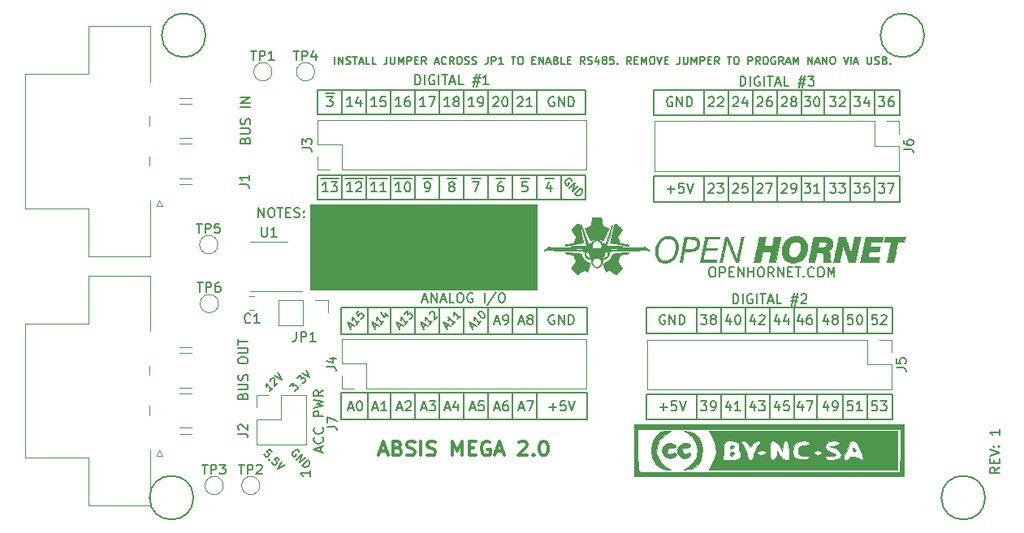
<source format=gbr>
G04 #@! TF.GenerationSoftware,KiCad,Pcbnew,(5.1.4)-1*
G04 #@! TF.CreationDate,2020-11-08T11:56:58-07:00*
G04 #@! TF.ProjectId,ABSIS_Mega,41425349-535f-44d6-9567-612e6b696361,rev?*
G04 #@! TF.SameCoordinates,Original*
G04 #@! TF.FileFunction,Legend,Top*
G04 #@! TF.FilePolarity,Positive*
%FSLAX46Y46*%
G04 Gerber Fmt 4.6, Leading zero omitted, Abs format (unit mm)*
G04 Created by KiCad (PCBNEW (5.1.4)-1) date 2020-11-08 11:56:58*
%MOMM*%
%LPD*%
G04 APERTURE LIST*
%ADD10C,0.150000*%
%ADD11C,0.100000*%
%ADD12C,0.300000*%
%ADD13C,0.010000*%
%ADD14C,0.120000*%
G04 APERTURE END LIST*
D10*
X134369619Y-73894904D02*
X134369619Y-73094904D01*
X134750571Y-73894904D02*
X134750571Y-73094904D01*
X135207714Y-73894904D01*
X135207714Y-73094904D01*
X135550571Y-73856809D02*
X135664857Y-73894904D01*
X135855333Y-73894904D01*
X135931523Y-73856809D01*
X135969619Y-73818714D01*
X136007714Y-73742523D01*
X136007714Y-73666333D01*
X135969619Y-73590142D01*
X135931523Y-73552047D01*
X135855333Y-73513952D01*
X135702952Y-73475857D01*
X135626761Y-73437761D01*
X135588666Y-73399666D01*
X135550571Y-73323476D01*
X135550571Y-73247285D01*
X135588666Y-73171095D01*
X135626761Y-73133000D01*
X135702952Y-73094904D01*
X135893428Y-73094904D01*
X136007714Y-73133000D01*
X136236285Y-73094904D02*
X136693428Y-73094904D01*
X136464857Y-73894904D02*
X136464857Y-73094904D01*
X136922000Y-73666333D02*
X137302952Y-73666333D01*
X136845809Y-73894904D02*
X137112476Y-73094904D01*
X137379142Y-73894904D01*
X138026761Y-73894904D02*
X137645809Y-73894904D01*
X137645809Y-73094904D01*
X138674380Y-73894904D02*
X138293428Y-73894904D01*
X138293428Y-73094904D01*
X139779142Y-73094904D02*
X139779142Y-73666333D01*
X139741047Y-73780619D01*
X139664857Y-73856809D01*
X139550571Y-73894904D01*
X139474380Y-73894904D01*
X140160095Y-73094904D02*
X140160095Y-73742523D01*
X140198190Y-73818714D01*
X140236285Y-73856809D01*
X140312476Y-73894904D01*
X140464857Y-73894904D01*
X140541047Y-73856809D01*
X140579142Y-73818714D01*
X140617238Y-73742523D01*
X140617238Y-73094904D01*
X140998190Y-73894904D02*
X140998190Y-73094904D01*
X141264857Y-73666333D01*
X141531523Y-73094904D01*
X141531523Y-73894904D01*
X141912476Y-73894904D02*
X141912476Y-73094904D01*
X142217238Y-73094904D01*
X142293428Y-73133000D01*
X142331523Y-73171095D01*
X142369619Y-73247285D01*
X142369619Y-73361571D01*
X142331523Y-73437761D01*
X142293428Y-73475857D01*
X142217238Y-73513952D01*
X141912476Y-73513952D01*
X142712476Y-73475857D02*
X142979142Y-73475857D01*
X143093428Y-73894904D02*
X142712476Y-73894904D01*
X142712476Y-73094904D01*
X143093428Y-73094904D01*
X143893428Y-73894904D02*
X143626761Y-73513952D01*
X143436285Y-73894904D02*
X143436285Y-73094904D01*
X143741047Y-73094904D01*
X143817238Y-73133000D01*
X143855333Y-73171095D01*
X143893428Y-73247285D01*
X143893428Y-73361571D01*
X143855333Y-73437761D01*
X143817238Y-73475857D01*
X143741047Y-73513952D01*
X143436285Y-73513952D01*
X144807714Y-73666333D02*
X145188666Y-73666333D01*
X144731523Y-73894904D02*
X144998190Y-73094904D01*
X145264857Y-73894904D01*
X145988666Y-73818714D02*
X145950571Y-73856809D01*
X145836285Y-73894904D01*
X145760095Y-73894904D01*
X145645809Y-73856809D01*
X145569619Y-73780619D01*
X145531523Y-73704428D01*
X145493428Y-73552047D01*
X145493428Y-73437761D01*
X145531523Y-73285380D01*
X145569619Y-73209190D01*
X145645809Y-73133000D01*
X145760095Y-73094904D01*
X145836285Y-73094904D01*
X145950571Y-73133000D01*
X145988666Y-73171095D01*
X146788666Y-73894904D02*
X146522000Y-73513952D01*
X146331523Y-73894904D02*
X146331523Y-73094904D01*
X146636285Y-73094904D01*
X146712476Y-73133000D01*
X146750571Y-73171095D01*
X146788666Y-73247285D01*
X146788666Y-73361571D01*
X146750571Y-73437761D01*
X146712476Y-73475857D01*
X146636285Y-73513952D01*
X146331523Y-73513952D01*
X147283904Y-73094904D02*
X147436285Y-73094904D01*
X147512476Y-73133000D01*
X147588666Y-73209190D01*
X147626761Y-73361571D01*
X147626761Y-73628238D01*
X147588666Y-73780619D01*
X147512476Y-73856809D01*
X147436285Y-73894904D01*
X147283904Y-73894904D01*
X147207714Y-73856809D01*
X147131523Y-73780619D01*
X147093428Y-73628238D01*
X147093428Y-73361571D01*
X147131523Y-73209190D01*
X147207714Y-73133000D01*
X147283904Y-73094904D01*
X147931523Y-73856809D02*
X148045809Y-73894904D01*
X148236285Y-73894904D01*
X148312476Y-73856809D01*
X148350571Y-73818714D01*
X148388666Y-73742523D01*
X148388666Y-73666333D01*
X148350571Y-73590142D01*
X148312476Y-73552047D01*
X148236285Y-73513952D01*
X148083904Y-73475857D01*
X148007714Y-73437761D01*
X147969619Y-73399666D01*
X147931523Y-73323476D01*
X147931523Y-73247285D01*
X147969619Y-73171095D01*
X148007714Y-73133000D01*
X148083904Y-73094904D01*
X148274380Y-73094904D01*
X148388666Y-73133000D01*
X148693428Y-73856809D02*
X148807714Y-73894904D01*
X148998190Y-73894904D01*
X149074380Y-73856809D01*
X149112476Y-73818714D01*
X149150571Y-73742523D01*
X149150571Y-73666333D01*
X149112476Y-73590142D01*
X149074380Y-73552047D01*
X148998190Y-73513952D01*
X148845809Y-73475857D01*
X148769619Y-73437761D01*
X148731523Y-73399666D01*
X148693428Y-73323476D01*
X148693428Y-73247285D01*
X148731523Y-73171095D01*
X148769619Y-73133000D01*
X148845809Y-73094904D01*
X149036285Y-73094904D01*
X149150571Y-73133000D01*
X150331523Y-73094904D02*
X150331523Y-73666333D01*
X150293428Y-73780619D01*
X150217238Y-73856809D01*
X150102952Y-73894904D01*
X150026761Y-73894904D01*
X150712476Y-73894904D02*
X150712476Y-73094904D01*
X151017238Y-73094904D01*
X151093428Y-73133000D01*
X151131523Y-73171095D01*
X151169619Y-73247285D01*
X151169619Y-73361571D01*
X151131523Y-73437761D01*
X151093428Y-73475857D01*
X151017238Y-73513952D01*
X150712476Y-73513952D01*
X151931523Y-73894904D02*
X151474380Y-73894904D01*
X151702952Y-73894904D02*
X151702952Y-73094904D01*
X151626761Y-73209190D01*
X151550571Y-73285380D01*
X151474380Y-73323476D01*
X152769619Y-73094904D02*
X153226761Y-73094904D01*
X152998190Y-73894904D02*
X152998190Y-73094904D01*
X153645809Y-73094904D02*
X153798190Y-73094904D01*
X153874380Y-73133000D01*
X153950571Y-73209190D01*
X153988666Y-73361571D01*
X153988666Y-73628238D01*
X153950571Y-73780619D01*
X153874380Y-73856809D01*
X153798190Y-73894904D01*
X153645809Y-73894904D01*
X153569619Y-73856809D01*
X153493428Y-73780619D01*
X153455333Y-73628238D01*
X153455333Y-73361571D01*
X153493428Y-73209190D01*
X153569619Y-73133000D01*
X153645809Y-73094904D01*
X154941047Y-73475857D02*
X155207714Y-73475857D01*
X155322000Y-73894904D02*
X154941047Y-73894904D01*
X154941047Y-73094904D01*
X155322000Y-73094904D01*
X155664857Y-73894904D02*
X155664857Y-73094904D01*
X156122000Y-73894904D01*
X156122000Y-73094904D01*
X156464857Y-73666333D02*
X156845809Y-73666333D01*
X156388666Y-73894904D02*
X156655333Y-73094904D01*
X156922000Y-73894904D01*
X157455333Y-73475857D02*
X157569619Y-73513952D01*
X157607714Y-73552047D01*
X157645809Y-73628238D01*
X157645809Y-73742523D01*
X157607714Y-73818714D01*
X157569619Y-73856809D01*
X157493428Y-73894904D01*
X157188666Y-73894904D01*
X157188666Y-73094904D01*
X157455333Y-73094904D01*
X157531523Y-73133000D01*
X157569619Y-73171095D01*
X157607714Y-73247285D01*
X157607714Y-73323476D01*
X157569619Y-73399666D01*
X157531523Y-73437761D01*
X157455333Y-73475857D01*
X157188666Y-73475857D01*
X158369619Y-73894904D02*
X157988666Y-73894904D01*
X157988666Y-73094904D01*
X158636285Y-73475857D02*
X158902952Y-73475857D01*
X159017238Y-73894904D02*
X158636285Y-73894904D01*
X158636285Y-73094904D01*
X159017238Y-73094904D01*
X160426761Y-73894904D02*
X160160095Y-73513952D01*
X159969619Y-73894904D02*
X159969619Y-73094904D01*
X160274380Y-73094904D01*
X160350571Y-73133000D01*
X160388666Y-73171095D01*
X160426761Y-73247285D01*
X160426761Y-73361571D01*
X160388666Y-73437761D01*
X160350571Y-73475857D01*
X160274380Y-73513952D01*
X159969619Y-73513952D01*
X160731523Y-73856809D02*
X160845809Y-73894904D01*
X161036285Y-73894904D01*
X161112476Y-73856809D01*
X161150571Y-73818714D01*
X161188666Y-73742523D01*
X161188666Y-73666333D01*
X161150571Y-73590142D01*
X161112476Y-73552047D01*
X161036285Y-73513952D01*
X160883904Y-73475857D01*
X160807714Y-73437761D01*
X160769619Y-73399666D01*
X160731523Y-73323476D01*
X160731523Y-73247285D01*
X160769619Y-73171095D01*
X160807714Y-73133000D01*
X160883904Y-73094904D01*
X161074380Y-73094904D01*
X161188666Y-73133000D01*
X161874380Y-73361571D02*
X161874380Y-73894904D01*
X161683904Y-73056809D02*
X161493428Y-73628238D01*
X161988666Y-73628238D01*
X162407714Y-73437761D02*
X162331523Y-73399666D01*
X162293428Y-73361571D01*
X162255333Y-73285380D01*
X162255333Y-73247285D01*
X162293428Y-73171095D01*
X162331523Y-73133000D01*
X162407714Y-73094904D01*
X162560095Y-73094904D01*
X162636285Y-73133000D01*
X162674380Y-73171095D01*
X162712476Y-73247285D01*
X162712476Y-73285380D01*
X162674380Y-73361571D01*
X162636285Y-73399666D01*
X162560095Y-73437761D01*
X162407714Y-73437761D01*
X162331523Y-73475857D01*
X162293428Y-73513952D01*
X162255333Y-73590142D01*
X162255333Y-73742523D01*
X162293428Y-73818714D01*
X162331523Y-73856809D01*
X162407714Y-73894904D01*
X162560095Y-73894904D01*
X162636285Y-73856809D01*
X162674380Y-73818714D01*
X162712476Y-73742523D01*
X162712476Y-73590142D01*
X162674380Y-73513952D01*
X162636285Y-73475857D01*
X162560095Y-73437761D01*
X163436285Y-73094904D02*
X163055333Y-73094904D01*
X163017238Y-73475857D01*
X163055333Y-73437761D01*
X163131523Y-73399666D01*
X163322000Y-73399666D01*
X163398190Y-73437761D01*
X163436285Y-73475857D01*
X163474380Y-73552047D01*
X163474380Y-73742523D01*
X163436285Y-73818714D01*
X163398190Y-73856809D01*
X163322000Y-73894904D01*
X163131523Y-73894904D01*
X163055333Y-73856809D01*
X163017238Y-73818714D01*
X163817238Y-73818714D02*
X163855333Y-73856809D01*
X163817238Y-73894904D01*
X163779142Y-73856809D01*
X163817238Y-73818714D01*
X163817238Y-73894904D01*
X165264857Y-73894904D02*
X164998190Y-73513952D01*
X164807714Y-73894904D02*
X164807714Y-73094904D01*
X165112476Y-73094904D01*
X165188666Y-73133000D01*
X165226761Y-73171095D01*
X165264857Y-73247285D01*
X165264857Y-73361571D01*
X165226761Y-73437761D01*
X165188666Y-73475857D01*
X165112476Y-73513952D01*
X164807714Y-73513952D01*
X165607714Y-73475857D02*
X165874380Y-73475857D01*
X165988666Y-73894904D02*
X165607714Y-73894904D01*
X165607714Y-73094904D01*
X165988666Y-73094904D01*
X166331523Y-73894904D02*
X166331523Y-73094904D01*
X166598190Y-73666333D01*
X166864857Y-73094904D01*
X166864857Y-73894904D01*
X167398190Y-73094904D02*
X167550571Y-73094904D01*
X167626761Y-73133000D01*
X167702952Y-73209190D01*
X167741047Y-73361571D01*
X167741047Y-73628238D01*
X167702952Y-73780619D01*
X167626761Y-73856809D01*
X167550571Y-73894904D01*
X167398190Y-73894904D01*
X167322000Y-73856809D01*
X167245809Y-73780619D01*
X167207714Y-73628238D01*
X167207714Y-73361571D01*
X167245809Y-73209190D01*
X167322000Y-73133000D01*
X167398190Y-73094904D01*
X167969619Y-73094904D02*
X168236285Y-73894904D01*
X168502952Y-73094904D01*
X168769619Y-73475857D02*
X169036285Y-73475857D01*
X169150571Y-73894904D02*
X168769619Y-73894904D01*
X168769619Y-73094904D01*
X169150571Y-73094904D01*
X170331523Y-73094904D02*
X170331523Y-73666333D01*
X170293428Y-73780619D01*
X170217238Y-73856809D01*
X170102952Y-73894904D01*
X170026761Y-73894904D01*
X170712476Y-73094904D02*
X170712476Y-73742523D01*
X170750571Y-73818714D01*
X170788666Y-73856809D01*
X170864857Y-73894904D01*
X171017238Y-73894904D01*
X171093428Y-73856809D01*
X171131523Y-73818714D01*
X171169619Y-73742523D01*
X171169619Y-73094904D01*
X171550571Y-73894904D02*
X171550571Y-73094904D01*
X171817238Y-73666333D01*
X172083904Y-73094904D01*
X172083904Y-73894904D01*
X172464857Y-73894904D02*
X172464857Y-73094904D01*
X172769619Y-73094904D01*
X172845809Y-73133000D01*
X172883904Y-73171095D01*
X172921999Y-73247285D01*
X172921999Y-73361571D01*
X172883904Y-73437761D01*
X172845809Y-73475857D01*
X172769619Y-73513952D01*
X172464857Y-73513952D01*
X173264857Y-73475857D02*
X173531523Y-73475857D01*
X173645809Y-73894904D02*
X173264857Y-73894904D01*
X173264857Y-73094904D01*
X173645809Y-73094904D01*
X174445809Y-73894904D02*
X174179142Y-73513952D01*
X173988666Y-73894904D02*
X173988666Y-73094904D01*
X174293428Y-73094904D01*
X174369619Y-73133000D01*
X174407714Y-73171095D01*
X174445809Y-73247285D01*
X174445809Y-73361571D01*
X174407714Y-73437761D01*
X174369619Y-73475857D01*
X174293428Y-73513952D01*
X173988666Y-73513952D01*
X175283904Y-73094904D02*
X175741047Y-73094904D01*
X175512476Y-73894904D02*
X175512476Y-73094904D01*
X176160095Y-73094904D02*
X176312476Y-73094904D01*
X176388666Y-73133000D01*
X176464857Y-73209190D01*
X176502952Y-73361571D01*
X176502952Y-73628238D01*
X176464857Y-73780619D01*
X176388666Y-73856809D01*
X176312476Y-73894904D01*
X176160095Y-73894904D01*
X176083904Y-73856809D01*
X176007714Y-73780619D01*
X175969619Y-73628238D01*
X175969619Y-73361571D01*
X176007714Y-73209190D01*
X176083904Y-73133000D01*
X176160095Y-73094904D01*
X177455333Y-73894904D02*
X177455333Y-73094904D01*
X177760095Y-73094904D01*
X177836285Y-73133000D01*
X177874380Y-73171095D01*
X177912476Y-73247285D01*
X177912476Y-73361571D01*
X177874380Y-73437761D01*
X177836285Y-73475857D01*
X177760095Y-73513952D01*
X177455333Y-73513952D01*
X178712476Y-73894904D02*
X178445809Y-73513952D01*
X178255333Y-73894904D02*
X178255333Y-73094904D01*
X178560095Y-73094904D01*
X178636285Y-73133000D01*
X178674380Y-73171095D01*
X178712476Y-73247285D01*
X178712476Y-73361571D01*
X178674380Y-73437761D01*
X178636285Y-73475857D01*
X178560095Y-73513952D01*
X178255333Y-73513952D01*
X179207714Y-73094904D02*
X179360095Y-73094904D01*
X179436285Y-73133000D01*
X179512476Y-73209190D01*
X179550571Y-73361571D01*
X179550571Y-73628238D01*
X179512476Y-73780619D01*
X179436285Y-73856809D01*
X179360095Y-73894904D01*
X179207714Y-73894904D01*
X179131523Y-73856809D01*
X179055333Y-73780619D01*
X179017238Y-73628238D01*
X179017238Y-73361571D01*
X179055333Y-73209190D01*
X179131523Y-73133000D01*
X179207714Y-73094904D01*
X180312476Y-73133000D02*
X180236285Y-73094904D01*
X180121999Y-73094904D01*
X180007714Y-73133000D01*
X179931523Y-73209190D01*
X179893428Y-73285380D01*
X179855333Y-73437761D01*
X179855333Y-73552047D01*
X179893428Y-73704428D01*
X179931523Y-73780619D01*
X180007714Y-73856809D01*
X180121999Y-73894904D01*
X180198190Y-73894904D01*
X180312476Y-73856809D01*
X180350571Y-73818714D01*
X180350571Y-73552047D01*
X180198190Y-73552047D01*
X181150571Y-73894904D02*
X180883904Y-73513952D01*
X180693428Y-73894904D02*
X180693428Y-73094904D01*
X180998190Y-73094904D01*
X181074380Y-73133000D01*
X181112476Y-73171095D01*
X181150571Y-73247285D01*
X181150571Y-73361571D01*
X181112476Y-73437761D01*
X181074380Y-73475857D01*
X180998190Y-73513952D01*
X180693428Y-73513952D01*
X181455333Y-73666333D02*
X181836285Y-73666333D01*
X181379142Y-73894904D02*
X181645809Y-73094904D01*
X181912476Y-73894904D01*
X182179142Y-73894904D02*
X182179142Y-73094904D01*
X182445809Y-73666333D01*
X182712476Y-73094904D01*
X182712476Y-73894904D01*
X183702952Y-73894904D02*
X183702952Y-73094904D01*
X184160095Y-73894904D01*
X184160095Y-73094904D01*
X184502952Y-73666333D02*
X184883904Y-73666333D01*
X184426761Y-73894904D02*
X184693428Y-73094904D01*
X184960095Y-73894904D01*
X185226761Y-73894904D02*
X185226761Y-73094904D01*
X185683904Y-73894904D01*
X185683904Y-73094904D01*
X186217238Y-73094904D02*
X186369619Y-73094904D01*
X186445809Y-73133000D01*
X186521999Y-73209190D01*
X186560095Y-73361571D01*
X186560095Y-73628238D01*
X186521999Y-73780619D01*
X186445809Y-73856809D01*
X186369619Y-73894904D01*
X186217238Y-73894904D01*
X186141047Y-73856809D01*
X186064857Y-73780619D01*
X186026761Y-73628238D01*
X186026761Y-73361571D01*
X186064857Y-73209190D01*
X186141047Y-73133000D01*
X186217238Y-73094904D01*
X187398190Y-73094904D02*
X187664857Y-73894904D01*
X187931523Y-73094904D01*
X188198190Y-73894904D02*
X188198190Y-73094904D01*
X188541047Y-73666333D02*
X188921999Y-73666333D01*
X188464857Y-73894904D02*
X188731523Y-73094904D01*
X188998190Y-73894904D01*
X189874380Y-73094904D02*
X189874380Y-73742523D01*
X189912476Y-73818714D01*
X189950571Y-73856809D01*
X190026761Y-73894904D01*
X190179142Y-73894904D01*
X190255333Y-73856809D01*
X190293428Y-73818714D01*
X190331523Y-73742523D01*
X190331523Y-73094904D01*
X190674380Y-73856809D02*
X190788666Y-73894904D01*
X190979142Y-73894904D01*
X191055333Y-73856809D01*
X191093428Y-73818714D01*
X191131523Y-73742523D01*
X191131523Y-73666333D01*
X191093428Y-73590142D01*
X191055333Y-73552047D01*
X190979142Y-73513952D01*
X190826761Y-73475857D01*
X190750571Y-73437761D01*
X190712476Y-73399666D01*
X190674380Y-73323476D01*
X190674380Y-73247285D01*
X190712476Y-73171095D01*
X190750571Y-73133000D01*
X190826761Y-73094904D01*
X191017238Y-73094904D01*
X191131523Y-73133000D01*
X191741047Y-73475857D02*
X191855333Y-73513952D01*
X191893428Y-73552047D01*
X191931523Y-73628238D01*
X191931523Y-73742523D01*
X191893428Y-73818714D01*
X191855333Y-73856809D01*
X191779142Y-73894904D01*
X191474380Y-73894904D01*
X191474380Y-73094904D01*
X191741047Y-73094904D01*
X191817238Y-73133000D01*
X191855333Y-73171095D01*
X191893428Y-73247285D01*
X191893428Y-73323476D01*
X191855333Y-73399666D01*
X191817238Y-73437761D01*
X191741047Y-73475857D01*
X191474380Y-73475857D01*
X192274380Y-73818714D02*
X192312476Y-73856809D01*
X192274380Y-73894904D01*
X192236285Y-73856809D01*
X192274380Y-73818714D01*
X192274380Y-73894904D01*
X130661844Y-114348158D02*
X130634906Y-114267346D01*
X130554094Y-114186534D01*
X130446345Y-114132659D01*
X130338595Y-114132659D01*
X130257783Y-114159597D01*
X130123096Y-114240409D01*
X130042284Y-114321221D01*
X129961471Y-114455908D01*
X129934534Y-114536720D01*
X129934534Y-114644470D01*
X129988409Y-114752219D01*
X130042284Y-114806094D01*
X130150033Y-114859969D01*
X130203908Y-114859969D01*
X130392470Y-114671407D01*
X130284720Y-114563658D01*
X130392470Y-115156280D02*
X130958155Y-114590595D01*
X130715719Y-115479529D01*
X131281404Y-114913844D01*
X130985093Y-115748903D02*
X131550778Y-115183218D01*
X131685465Y-115317905D01*
X131739340Y-115425654D01*
X131739340Y-115533404D01*
X131712402Y-115614216D01*
X131631590Y-115748903D01*
X131550778Y-115829715D01*
X131416091Y-115910528D01*
X131335279Y-115937465D01*
X131227529Y-115937465D01*
X131119780Y-115883590D01*
X130985093Y-115748903D01*
X127813969Y-114367409D02*
X127544595Y-114098035D01*
X127248284Y-114340471D01*
X127302158Y-114340471D01*
X127382971Y-114367409D01*
X127517658Y-114502096D01*
X127544595Y-114582908D01*
X127544595Y-114636783D01*
X127517658Y-114717595D01*
X127382971Y-114852282D01*
X127302158Y-114879219D01*
X127248284Y-114879219D01*
X127167471Y-114852282D01*
X127032784Y-114717595D01*
X127005847Y-114636783D01*
X127005847Y-114582908D01*
X127571532Y-115148593D02*
X127571532Y-115202468D01*
X127517658Y-115202468D01*
X127517658Y-115148593D01*
X127571532Y-115148593D01*
X127517658Y-115202468D01*
X128622091Y-115175531D02*
X128352717Y-114906157D01*
X128056406Y-115148593D01*
X128110280Y-115148593D01*
X128191093Y-115175531D01*
X128325780Y-115310218D01*
X128352717Y-115391030D01*
X128352717Y-115444905D01*
X128325780Y-115525717D01*
X128191093Y-115660404D01*
X128110280Y-115687341D01*
X128056406Y-115687341D01*
X127975593Y-115660404D01*
X127840906Y-115525717D01*
X127813969Y-115444905D01*
X127813969Y-115391030D01*
X128810653Y-115364093D02*
X128433529Y-116118340D01*
X129187776Y-115741216D01*
X129665160Y-107459279D02*
X130015346Y-107109093D01*
X130042284Y-107513154D01*
X130123096Y-107432341D01*
X130203908Y-107405404D01*
X130257783Y-107405404D01*
X130338595Y-107432341D01*
X130473282Y-107567028D01*
X130500219Y-107647841D01*
X130500219Y-107701715D01*
X130473282Y-107782528D01*
X130311658Y-107944152D01*
X130230845Y-107971089D01*
X130176971Y-107971089D01*
X130769593Y-107378467D02*
X130823468Y-107378467D01*
X130823468Y-107432341D01*
X130769593Y-107432341D01*
X130769593Y-107378467D01*
X130823468Y-107432341D01*
X130473282Y-106651157D02*
X130823468Y-106300971D01*
X130850406Y-106705032D01*
X130931218Y-106624219D01*
X131012030Y-106597282D01*
X131065905Y-106597282D01*
X131146717Y-106624219D01*
X131281404Y-106758906D01*
X131308341Y-106839719D01*
X131308341Y-106893593D01*
X131281404Y-106974406D01*
X131119780Y-107136030D01*
X131038967Y-107162967D01*
X130985093Y-107162967D01*
X130985093Y-106139346D02*
X131739340Y-106516470D01*
X131362216Y-105762223D01*
X127921719Y-107667091D02*
X127598470Y-107990340D01*
X127760094Y-107828715D02*
X127194409Y-107263030D01*
X127221346Y-107397717D01*
X127221346Y-107505467D01*
X127194409Y-107586279D01*
X127625407Y-106939781D02*
X127625407Y-106885906D01*
X127652345Y-106805094D01*
X127787032Y-106670407D01*
X127867844Y-106643470D01*
X127921719Y-106643470D01*
X128002531Y-106670407D01*
X128056406Y-106724282D01*
X128110280Y-106832032D01*
X128110280Y-107478529D01*
X128460467Y-107128343D01*
X128056406Y-106401033D02*
X128810653Y-106778157D01*
X128433529Y-106023910D01*
X203652380Y-115966666D02*
X203176190Y-116300000D01*
X203652380Y-116538095D02*
X202652380Y-116538095D01*
X202652380Y-116157142D01*
X202700000Y-116061904D01*
X202747619Y-116014285D01*
X202842857Y-115966666D01*
X202985714Y-115966666D01*
X203080952Y-116014285D01*
X203128571Y-116061904D01*
X203176190Y-116157142D01*
X203176190Y-116538095D01*
X203128571Y-115538095D02*
X203128571Y-115204761D01*
X203652380Y-115061904D02*
X203652380Y-115538095D01*
X202652380Y-115538095D01*
X202652380Y-115061904D01*
X202652380Y-114776190D02*
X203652380Y-114442857D01*
X202652380Y-114109523D01*
X203557142Y-113776190D02*
X203604761Y-113728571D01*
X203652380Y-113776190D01*
X203604761Y-113823809D01*
X203557142Y-113776190D01*
X203652380Y-113776190D01*
X203033333Y-113776190D02*
X203080952Y-113728571D01*
X203128571Y-113776190D01*
X203080952Y-113823809D01*
X203033333Y-113776190D01*
X203128571Y-113776190D01*
X203652380Y-112014285D02*
X203652380Y-112585714D01*
X203652380Y-112300000D02*
X202652380Y-112300000D01*
X202795238Y-112395238D01*
X202890476Y-112490476D01*
X202938095Y-112585714D01*
X126420857Y-89860380D02*
X126420857Y-88860380D01*
X126992285Y-89860380D01*
X126992285Y-88860380D01*
X127658952Y-88860380D02*
X127849428Y-88860380D01*
X127944666Y-88908000D01*
X128039904Y-89003238D01*
X128087523Y-89193714D01*
X128087523Y-89527047D01*
X128039904Y-89717523D01*
X127944666Y-89812761D01*
X127849428Y-89860380D01*
X127658952Y-89860380D01*
X127563714Y-89812761D01*
X127468476Y-89717523D01*
X127420857Y-89527047D01*
X127420857Y-89193714D01*
X127468476Y-89003238D01*
X127563714Y-88908000D01*
X127658952Y-88860380D01*
X128373238Y-88860380D02*
X128944666Y-88860380D01*
X128658952Y-89860380D02*
X128658952Y-88860380D01*
X129278000Y-89336571D02*
X129611333Y-89336571D01*
X129754190Y-89860380D02*
X129278000Y-89860380D01*
X129278000Y-88860380D01*
X129754190Y-88860380D01*
X130135142Y-89812761D02*
X130278000Y-89860380D01*
X130516095Y-89860380D01*
X130611333Y-89812761D01*
X130658952Y-89765142D01*
X130706571Y-89669904D01*
X130706571Y-89574666D01*
X130658952Y-89479428D01*
X130611333Y-89431809D01*
X130516095Y-89384190D01*
X130325619Y-89336571D01*
X130230380Y-89288952D01*
X130182761Y-89241333D01*
X130135142Y-89146095D01*
X130135142Y-89050857D01*
X130182761Y-88955619D01*
X130230380Y-88908000D01*
X130325619Y-88860380D01*
X130563714Y-88860380D01*
X130706571Y-88908000D01*
X131135142Y-89765142D02*
X131182761Y-89812761D01*
X131135142Y-89860380D01*
X131087523Y-89812761D01*
X131135142Y-89765142D01*
X131135142Y-89860380D01*
X131135142Y-89241333D02*
X131182761Y-89288952D01*
X131135142Y-89336571D01*
X131087523Y-89288952D01*
X131135142Y-89241333D01*
X131135142Y-89336571D01*
D11*
G36*
X155448000Y-97409000D02*
G01*
X131826000Y-97409000D01*
X131826000Y-88519000D01*
X155448000Y-88519000D01*
X155448000Y-97409000D01*
G37*
X155448000Y-97409000D02*
X131826000Y-97409000D01*
X131826000Y-88519000D01*
X155448000Y-88519000D01*
X155448000Y-97409000D01*
D12*
X139078000Y-114296000D02*
X139792285Y-114296000D01*
X138935142Y-114724571D02*
X139435142Y-113224571D01*
X139935142Y-114724571D01*
X140935142Y-113938857D02*
X141149428Y-114010285D01*
X141220857Y-114081714D01*
X141292285Y-114224571D01*
X141292285Y-114438857D01*
X141220857Y-114581714D01*
X141149428Y-114653142D01*
X141006571Y-114724571D01*
X140435142Y-114724571D01*
X140435142Y-113224571D01*
X140935142Y-113224571D01*
X141078000Y-113296000D01*
X141149428Y-113367428D01*
X141220857Y-113510285D01*
X141220857Y-113653142D01*
X141149428Y-113796000D01*
X141078000Y-113867428D01*
X140935142Y-113938857D01*
X140435142Y-113938857D01*
X141863714Y-114653142D02*
X142078000Y-114724571D01*
X142435142Y-114724571D01*
X142578000Y-114653142D01*
X142649428Y-114581714D01*
X142720857Y-114438857D01*
X142720857Y-114296000D01*
X142649428Y-114153142D01*
X142578000Y-114081714D01*
X142435142Y-114010285D01*
X142149428Y-113938857D01*
X142006571Y-113867428D01*
X141935142Y-113796000D01*
X141863714Y-113653142D01*
X141863714Y-113510285D01*
X141935142Y-113367428D01*
X142006571Y-113296000D01*
X142149428Y-113224571D01*
X142506571Y-113224571D01*
X142720857Y-113296000D01*
X143363714Y-114724571D02*
X143363714Y-113224571D01*
X144006571Y-114653142D02*
X144220857Y-114724571D01*
X144578000Y-114724571D01*
X144720857Y-114653142D01*
X144792285Y-114581714D01*
X144863714Y-114438857D01*
X144863714Y-114296000D01*
X144792285Y-114153142D01*
X144720857Y-114081714D01*
X144578000Y-114010285D01*
X144292285Y-113938857D01*
X144149428Y-113867428D01*
X144078000Y-113796000D01*
X144006571Y-113653142D01*
X144006571Y-113510285D01*
X144078000Y-113367428D01*
X144149428Y-113296000D01*
X144292285Y-113224571D01*
X144649428Y-113224571D01*
X144863714Y-113296000D01*
X146649428Y-114724571D02*
X146649428Y-113224571D01*
X147149428Y-114296000D01*
X147649428Y-113224571D01*
X147649428Y-114724571D01*
X148363714Y-113938857D02*
X148863714Y-113938857D01*
X149078000Y-114724571D02*
X148363714Y-114724571D01*
X148363714Y-113224571D01*
X149078000Y-113224571D01*
X150506571Y-113296000D02*
X150363714Y-113224571D01*
X150149428Y-113224571D01*
X149935142Y-113296000D01*
X149792285Y-113438857D01*
X149720857Y-113581714D01*
X149649428Y-113867428D01*
X149649428Y-114081714D01*
X149720857Y-114367428D01*
X149792285Y-114510285D01*
X149935142Y-114653142D01*
X150149428Y-114724571D01*
X150292285Y-114724571D01*
X150506571Y-114653142D01*
X150578000Y-114581714D01*
X150578000Y-114081714D01*
X150292285Y-114081714D01*
X151149428Y-114296000D02*
X151863714Y-114296000D01*
X151006571Y-114724571D02*
X151506571Y-113224571D01*
X152006571Y-114724571D01*
X153577999Y-113367428D02*
X153649428Y-113296000D01*
X153792285Y-113224571D01*
X154149428Y-113224571D01*
X154292285Y-113296000D01*
X154363714Y-113367428D01*
X154435142Y-113510285D01*
X154435142Y-113653142D01*
X154363714Y-113867428D01*
X153506571Y-114724571D01*
X154435142Y-114724571D01*
X155077999Y-114581714D02*
X155149428Y-114653142D01*
X155077999Y-114724571D01*
X155006571Y-114653142D01*
X155077999Y-114581714D01*
X155077999Y-114724571D01*
X156078000Y-113224571D02*
X156220857Y-113224571D01*
X156363714Y-113296000D01*
X156435142Y-113367428D01*
X156506571Y-113510285D01*
X156578000Y-113796000D01*
X156578000Y-114153142D01*
X156506571Y-114438857D01*
X156435142Y-114581714D01*
X156363714Y-114653142D01*
X156220857Y-114724571D01*
X156078000Y-114724571D01*
X155935142Y-114653142D01*
X155863714Y-114581714D01*
X155792285Y-114438857D01*
X155720857Y-114153142D01*
X155720857Y-113796000D01*
X155792285Y-113510285D01*
X155863714Y-113367428D01*
X155935142Y-113296000D01*
X156078000Y-113224571D01*
D10*
X173649476Y-95083380D02*
X173839952Y-95083380D01*
X173935190Y-95131000D01*
X174030428Y-95226238D01*
X174078047Y-95416714D01*
X174078047Y-95750047D01*
X174030428Y-95940523D01*
X173935190Y-96035761D01*
X173839952Y-96083380D01*
X173649476Y-96083380D01*
X173554238Y-96035761D01*
X173459000Y-95940523D01*
X173411380Y-95750047D01*
X173411380Y-95416714D01*
X173459000Y-95226238D01*
X173554238Y-95131000D01*
X173649476Y-95083380D01*
X174506619Y-96083380D02*
X174506619Y-95083380D01*
X174887571Y-95083380D01*
X174982809Y-95131000D01*
X175030428Y-95178619D01*
X175078047Y-95273857D01*
X175078047Y-95416714D01*
X175030428Y-95511952D01*
X174982809Y-95559571D01*
X174887571Y-95607190D01*
X174506619Y-95607190D01*
X175506619Y-95559571D02*
X175839952Y-95559571D01*
X175982809Y-96083380D02*
X175506619Y-96083380D01*
X175506619Y-95083380D01*
X175982809Y-95083380D01*
X176411380Y-96083380D02*
X176411380Y-95083380D01*
X176982809Y-96083380D01*
X176982809Y-95083380D01*
X177459000Y-96083380D02*
X177459000Y-95083380D01*
X177459000Y-95559571D02*
X178030428Y-95559571D01*
X178030428Y-96083380D02*
X178030428Y-95083380D01*
X178697095Y-95083380D02*
X178887571Y-95083380D01*
X178982809Y-95131000D01*
X179078047Y-95226238D01*
X179125666Y-95416714D01*
X179125666Y-95750047D01*
X179078047Y-95940523D01*
X178982809Y-96035761D01*
X178887571Y-96083380D01*
X178697095Y-96083380D01*
X178601857Y-96035761D01*
X178506619Y-95940523D01*
X178459000Y-95750047D01*
X178459000Y-95416714D01*
X178506619Y-95226238D01*
X178601857Y-95131000D01*
X178697095Y-95083380D01*
X180125666Y-96083380D02*
X179792333Y-95607190D01*
X179554238Y-96083380D02*
X179554238Y-95083380D01*
X179935190Y-95083380D01*
X180030428Y-95131000D01*
X180078047Y-95178619D01*
X180125666Y-95273857D01*
X180125666Y-95416714D01*
X180078047Y-95511952D01*
X180030428Y-95559571D01*
X179935190Y-95607190D01*
X179554238Y-95607190D01*
X180554238Y-96083380D02*
X180554238Y-95083380D01*
X181125666Y-96083380D01*
X181125666Y-95083380D01*
X181601857Y-95559571D02*
X181935190Y-95559571D01*
X182078047Y-96083380D02*
X181601857Y-96083380D01*
X181601857Y-95083380D01*
X182078047Y-95083380D01*
X182363761Y-95083380D02*
X182935190Y-95083380D01*
X182649476Y-96083380D02*
X182649476Y-95083380D01*
X183268523Y-95988142D02*
X183316142Y-96035761D01*
X183268523Y-96083380D01*
X183220904Y-96035761D01*
X183268523Y-95988142D01*
X183268523Y-96083380D01*
X184316142Y-95988142D02*
X184268523Y-96035761D01*
X184125666Y-96083380D01*
X184030428Y-96083380D01*
X183887571Y-96035761D01*
X183792333Y-95940523D01*
X183744714Y-95845285D01*
X183697095Y-95654809D01*
X183697095Y-95511952D01*
X183744714Y-95321476D01*
X183792333Y-95226238D01*
X183887571Y-95131000D01*
X184030428Y-95083380D01*
X184125666Y-95083380D01*
X184268523Y-95131000D01*
X184316142Y-95178619D01*
X184935190Y-95083380D02*
X185125666Y-95083380D01*
X185220904Y-95131000D01*
X185316142Y-95226238D01*
X185363761Y-95416714D01*
X185363761Y-95750047D01*
X185316142Y-95940523D01*
X185220904Y-96035761D01*
X185125666Y-96083380D01*
X184935190Y-96083380D01*
X184839952Y-96035761D01*
X184744714Y-95940523D01*
X184697095Y-95750047D01*
X184697095Y-95416714D01*
X184744714Y-95226238D01*
X184839952Y-95131000D01*
X184935190Y-95083380D01*
X185792333Y-96083380D02*
X185792333Y-95083380D01*
X186125666Y-95797666D01*
X186459000Y-95083380D01*
X186459000Y-96083380D01*
X150368000Y-99314000D02*
X150368000Y-102108000D01*
X145288000Y-99314000D02*
X145288000Y-102108000D01*
X142748000Y-99314000D02*
X142748000Y-102108000D01*
X137795000Y-99314000D02*
X137795000Y-102108000D01*
X155448000Y-99314000D02*
X155448000Y-102108000D01*
X152908000Y-99314000D02*
X152908000Y-102108000D01*
X140208000Y-99314000D02*
X140208000Y-102108000D01*
X135001000Y-102108000D02*
X135001000Y-99314000D01*
X147828000Y-99314000D02*
X147828000Y-102108000D01*
X160655000Y-99314000D02*
X160655000Y-102108000D01*
X160655000Y-99314000D02*
X135001000Y-99314000D01*
X160655000Y-102108000D02*
X135001000Y-102108000D01*
X155448000Y-108204000D02*
X155448000Y-110998000D01*
X152908000Y-108204000D02*
X152908000Y-110998000D01*
X150368000Y-108204000D02*
X150368000Y-110998000D01*
X147828000Y-108204000D02*
X147828000Y-110998000D01*
X145288000Y-108204000D02*
X145288000Y-110998000D01*
X142748000Y-108204000D02*
X142748000Y-110998000D01*
X140208000Y-108204000D02*
X140208000Y-110998000D01*
X137795000Y-108204000D02*
X137795000Y-110998000D01*
X143565845Y-101351715D02*
X143835219Y-101082341D01*
X143673595Y-101567215D02*
X143296471Y-100812967D01*
X144050719Y-101190091D01*
X144535592Y-100705218D02*
X144212343Y-101028467D01*
X144373967Y-100866842D02*
X143808282Y-100301157D01*
X143835219Y-100435844D01*
X143835219Y-100543593D01*
X143808282Y-100624406D01*
X144239280Y-99977908D02*
X144239280Y-99924033D01*
X144266218Y-99843221D01*
X144400905Y-99708534D01*
X144481717Y-99681597D01*
X144535592Y-99681597D01*
X144616404Y-99708534D01*
X144670279Y-99762409D01*
X144724154Y-99870158D01*
X144724154Y-100516656D01*
X145074340Y-100166470D01*
X145978845Y-101351715D02*
X146248219Y-101082341D01*
X146086595Y-101567215D02*
X145709471Y-100812967D01*
X146463719Y-101190091D01*
X146948592Y-100705218D02*
X146625343Y-101028467D01*
X146786967Y-100866842D02*
X146221282Y-100301157D01*
X146248219Y-100435844D01*
X146248219Y-100543593D01*
X146221282Y-100624406D01*
X147487340Y-100166470D02*
X147164091Y-100489719D01*
X147325715Y-100328094D02*
X146760030Y-99762409D01*
X146786967Y-99897096D01*
X146786967Y-100004845D01*
X146760030Y-100085658D01*
X138350714Y-109767666D02*
X138826904Y-109767666D01*
X138255476Y-110053380D02*
X138588809Y-109053380D01*
X138922142Y-110053380D01*
X139779285Y-110053380D02*
X139207857Y-110053380D01*
X139493571Y-110053380D02*
X139493571Y-109053380D01*
X139398333Y-109196238D01*
X139303095Y-109291476D01*
X139207857Y-109339095D01*
X148645845Y-101351715D02*
X148915219Y-101082341D01*
X148753595Y-101567215D02*
X148376471Y-100812967D01*
X149130719Y-101190091D01*
X149615592Y-100705218D02*
X149292343Y-101028467D01*
X149453967Y-100866842D02*
X148888282Y-100301157D01*
X148915219Y-100435844D01*
X148915219Y-100543593D01*
X148888282Y-100624406D01*
X149400093Y-99789346D02*
X149453967Y-99735471D01*
X149534780Y-99708534D01*
X149588654Y-99708534D01*
X149669467Y-99735471D01*
X149804154Y-99816284D01*
X149938841Y-99950971D01*
X150019653Y-100085658D01*
X150046590Y-100166470D01*
X150046590Y-100220345D01*
X150019653Y-100301157D01*
X149965778Y-100355032D01*
X149884966Y-100381969D01*
X149831091Y-100381969D01*
X149750279Y-100355032D01*
X149615592Y-100274219D01*
X149480905Y-100139532D01*
X149400093Y-100004845D01*
X149373155Y-99924033D01*
X149373155Y-99870158D01*
X149400093Y-99789346D01*
X153590714Y-109767666D02*
X154066904Y-109767666D01*
X153495476Y-110053380D02*
X153828809Y-109053380D01*
X154162142Y-110053380D01*
X154400238Y-109053380D02*
X155066904Y-109053380D01*
X154638333Y-110053380D01*
X135810714Y-109767666D02*
X136286904Y-109767666D01*
X135715476Y-110053380D02*
X136048809Y-109053380D01*
X136382142Y-110053380D01*
X136905952Y-109053380D02*
X137001190Y-109053380D01*
X137096428Y-109101000D01*
X137144047Y-109148619D01*
X137191666Y-109243857D01*
X137239285Y-109434333D01*
X137239285Y-109672428D01*
X137191666Y-109862904D01*
X137144047Y-109958142D01*
X137096428Y-110005761D01*
X137001190Y-110053380D01*
X136905952Y-110053380D01*
X136810714Y-110005761D01*
X136763095Y-109958142D01*
X136715476Y-109862904D01*
X136667857Y-109672428D01*
X136667857Y-109434333D01*
X136715476Y-109243857D01*
X136763095Y-109148619D01*
X136810714Y-109101000D01*
X136905952Y-109053380D01*
X143430714Y-109767666D02*
X143906904Y-109767666D01*
X143335476Y-110053380D02*
X143668809Y-109053380D01*
X144002142Y-110053380D01*
X144240238Y-109053380D02*
X144859285Y-109053380D01*
X144525952Y-109434333D01*
X144668809Y-109434333D01*
X144764047Y-109481952D01*
X144811666Y-109529571D01*
X144859285Y-109624809D01*
X144859285Y-109862904D01*
X144811666Y-109958142D01*
X144764047Y-110005761D01*
X144668809Y-110053380D01*
X144383095Y-110053380D01*
X144287857Y-110005761D01*
X144240238Y-109958142D01*
X145843714Y-109767666D02*
X146319904Y-109767666D01*
X145748476Y-110053380D02*
X146081809Y-109053380D01*
X146415142Y-110053380D01*
X147177047Y-109386714D02*
X147177047Y-110053380D01*
X146938952Y-109005761D02*
X146700857Y-109720047D01*
X147319904Y-109720047D01*
X141025845Y-101351715D02*
X141295219Y-101082341D01*
X141133595Y-101567215D02*
X140756471Y-100812967D01*
X141510719Y-101190091D01*
X141995592Y-100705218D02*
X141672343Y-101028467D01*
X141833967Y-100866842D02*
X141268282Y-100301157D01*
X141295219Y-100435844D01*
X141295219Y-100543593D01*
X141268282Y-100624406D01*
X141618468Y-99950971D02*
X141968654Y-99600784D01*
X141995592Y-100004845D01*
X142076404Y-99924033D01*
X142157216Y-99897096D01*
X142211091Y-99897096D01*
X142291903Y-99924033D01*
X142426590Y-100058720D01*
X142453528Y-100139532D01*
X142453528Y-100193407D01*
X142426590Y-100274219D01*
X142264966Y-100435844D01*
X142184154Y-100462781D01*
X142130279Y-100462781D01*
X140890714Y-109767666D02*
X141366904Y-109767666D01*
X140795476Y-110053380D02*
X141128809Y-109053380D01*
X141462142Y-110053380D01*
X141747857Y-109148619D02*
X141795476Y-109101000D01*
X141890714Y-109053380D01*
X142128809Y-109053380D01*
X142224047Y-109101000D01*
X142271666Y-109148619D01*
X142319285Y-109243857D01*
X142319285Y-109339095D01*
X142271666Y-109481952D01*
X141700238Y-110053380D01*
X142319285Y-110053380D01*
X138485845Y-101351715D02*
X138755219Y-101082341D01*
X138593595Y-101567215D02*
X138216471Y-100812967D01*
X138970719Y-101190091D01*
X139455592Y-100705218D02*
X139132343Y-101028467D01*
X139293967Y-100866842D02*
X138728282Y-100301157D01*
X138755219Y-100435844D01*
X138755219Y-100543593D01*
X138728282Y-100624406D01*
X139563341Y-99843221D02*
X139940465Y-100220345D01*
X139213155Y-99762409D02*
X139482529Y-100301157D01*
X139832715Y-99950971D01*
X135945845Y-101351715D02*
X136215219Y-101082341D01*
X136053595Y-101567215D02*
X135676471Y-100812967D01*
X136430719Y-101190091D01*
X136915592Y-100705218D02*
X136592343Y-101028467D01*
X136753967Y-100866842D02*
X136188282Y-100301157D01*
X136215219Y-100435844D01*
X136215219Y-100543593D01*
X136188282Y-100624406D01*
X136861717Y-99627722D02*
X136592343Y-99897096D01*
X136834780Y-100193407D01*
X136834780Y-100139532D01*
X136861717Y-100058720D01*
X136996404Y-99924033D01*
X137077216Y-99897096D01*
X137131091Y-99897096D01*
X137211903Y-99924033D01*
X137346590Y-100058720D01*
X137373528Y-100139532D01*
X137373528Y-100193407D01*
X137346590Y-100274219D01*
X137211903Y-100408906D01*
X137131091Y-100435844D01*
X137077216Y-100435844D01*
X148510714Y-109767666D02*
X148986904Y-109767666D01*
X148415476Y-110053380D02*
X148748809Y-109053380D01*
X149082142Y-110053380D01*
X149891666Y-109053380D02*
X149415476Y-109053380D01*
X149367857Y-109529571D01*
X149415476Y-109481952D01*
X149510714Y-109434333D01*
X149748809Y-109434333D01*
X149844047Y-109481952D01*
X149891666Y-109529571D01*
X149939285Y-109624809D01*
X149939285Y-109862904D01*
X149891666Y-109958142D01*
X149844047Y-110005761D01*
X149748809Y-110053380D01*
X149510714Y-110053380D01*
X149415476Y-110005761D01*
X149367857Y-109958142D01*
X151050714Y-109767666D02*
X151526904Y-109767666D01*
X150955476Y-110053380D02*
X151288809Y-109053380D01*
X151622142Y-110053380D01*
X152384047Y-109053380D02*
X152193571Y-109053380D01*
X152098333Y-109101000D01*
X152050714Y-109148619D01*
X151955476Y-109291476D01*
X151907857Y-109481952D01*
X151907857Y-109862904D01*
X151955476Y-109958142D01*
X152003095Y-110005761D01*
X152098333Y-110053380D01*
X152288809Y-110053380D01*
X152384047Y-110005761D01*
X152431666Y-109958142D01*
X152479285Y-109862904D01*
X152479285Y-109624809D01*
X152431666Y-109529571D01*
X152384047Y-109481952D01*
X152288809Y-109434333D01*
X152098333Y-109434333D01*
X152003095Y-109481952D01*
X151955476Y-109529571D01*
X151907857Y-109624809D01*
X153590714Y-100750666D02*
X154066904Y-100750666D01*
X153495476Y-101036380D02*
X153828809Y-100036380D01*
X154162142Y-101036380D01*
X154638333Y-100464952D02*
X154543095Y-100417333D01*
X154495476Y-100369714D01*
X154447857Y-100274476D01*
X154447857Y-100226857D01*
X154495476Y-100131619D01*
X154543095Y-100084000D01*
X154638333Y-100036380D01*
X154828809Y-100036380D01*
X154924047Y-100084000D01*
X154971666Y-100131619D01*
X155019285Y-100226857D01*
X155019285Y-100274476D01*
X154971666Y-100369714D01*
X154924047Y-100417333D01*
X154828809Y-100464952D01*
X154638333Y-100464952D01*
X154543095Y-100512571D01*
X154495476Y-100560190D01*
X154447857Y-100655428D01*
X154447857Y-100845904D01*
X154495476Y-100941142D01*
X154543095Y-100988761D01*
X154638333Y-101036380D01*
X154828809Y-101036380D01*
X154924047Y-100988761D01*
X154971666Y-100941142D01*
X155019285Y-100845904D01*
X155019285Y-100655428D01*
X154971666Y-100560190D01*
X154924047Y-100512571D01*
X154828809Y-100464952D01*
X151050714Y-100750666D02*
X151526904Y-100750666D01*
X150955476Y-101036380D02*
X151288809Y-100036380D01*
X151622142Y-101036380D01*
X152003095Y-101036380D02*
X152193571Y-101036380D01*
X152288809Y-100988761D01*
X152336428Y-100941142D01*
X152431666Y-100798285D01*
X152479285Y-100607809D01*
X152479285Y-100226857D01*
X152431666Y-100131619D01*
X152384047Y-100084000D01*
X152288809Y-100036380D01*
X152098333Y-100036380D01*
X152003095Y-100084000D01*
X151955476Y-100131619D01*
X151907857Y-100226857D01*
X151907857Y-100464952D01*
X151955476Y-100560190D01*
X152003095Y-100607809D01*
X152098333Y-100655428D01*
X152288809Y-100655428D01*
X152384047Y-100607809D01*
X152431666Y-100560190D01*
X152479285Y-100464952D01*
X135001000Y-110998000D02*
X135001000Y-108204000D01*
X160655000Y-110998000D02*
X135001000Y-110998000D01*
X160655000Y-108204000D02*
X160655000Y-110998000D01*
X160655000Y-108204000D02*
X135001000Y-108204000D01*
X156702285Y-109672428D02*
X157464190Y-109672428D01*
X157083238Y-110053380D02*
X157083238Y-109291476D01*
X158416571Y-109053380D02*
X157940380Y-109053380D01*
X157892761Y-109529571D01*
X157940380Y-109481952D01*
X158035619Y-109434333D01*
X158273714Y-109434333D01*
X158368952Y-109481952D01*
X158416571Y-109529571D01*
X158464190Y-109624809D01*
X158464190Y-109862904D01*
X158416571Y-109958142D01*
X158368952Y-110005761D01*
X158273714Y-110053380D01*
X158035619Y-110053380D01*
X157940380Y-110005761D01*
X157892761Y-109958142D01*
X158749904Y-109053380D02*
X159083238Y-110053380D01*
X159416571Y-109053380D01*
X157226095Y-100084000D02*
X157130857Y-100036380D01*
X156988000Y-100036380D01*
X156845142Y-100084000D01*
X156749904Y-100179238D01*
X156702285Y-100274476D01*
X156654666Y-100464952D01*
X156654666Y-100607809D01*
X156702285Y-100798285D01*
X156749904Y-100893523D01*
X156845142Y-100988761D01*
X156988000Y-101036380D01*
X157083238Y-101036380D01*
X157226095Y-100988761D01*
X157273714Y-100941142D01*
X157273714Y-100607809D01*
X157083238Y-100607809D01*
X157702285Y-101036380D02*
X157702285Y-100036380D01*
X158273714Y-101036380D01*
X158273714Y-100036380D01*
X158749904Y-101036380D02*
X158749904Y-100036380D01*
X158988000Y-100036380D01*
X159130857Y-100084000D01*
X159226095Y-100179238D01*
X159273714Y-100274476D01*
X159321333Y-100464952D01*
X159321333Y-100607809D01*
X159273714Y-100798285D01*
X159226095Y-100893523D01*
X159130857Y-100988761D01*
X158988000Y-101036380D01*
X158749904Y-101036380D01*
X183102285Y-100369714D02*
X183102285Y-101036380D01*
X182864190Y-99988761D02*
X182626095Y-100703047D01*
X183245142Y-100703047D01*
X184054666Y-100036380D02*
X183864190Y-100036380D01*
X183768952Y-100084000D01*
X183721333Y-100131619D01*
X183626095Y-100274476D01*
X183578476Y-100464952D01*
X183578476Y-100845904D01*
X183626095Y-100941142D01*
X183673714Y-100988761D01*
X183768952Y-101036380D01*
X183959428Y-101036380D01*
X184054666Y-100988761D01*
X184102285Y-100941142D01*
X184149904Y-100845904D01*
X184149904Y-100607809D01*
X184102285Y-100512571D01*
X184054666Y-100464952D01*
X183959428Y-100417333D01*
X183768952Y-100417333D01*
X183673714Y-100464952D01*
X183626095Y-100512571D01*
X183578476Y-100607809D01*
X175609285Y-109386714D02*
X175609285Y-110053380D01*
X175371190Y-109005761D02*
X175133095Y-109720047D01*
X175752142Y-109720047D01*
X176656904Y-110053380D02*
X176085476Y-110053380D01*
X176371190Y-110053380D02*
X176371190Y-109053380D01*
X176275952Y-109196238D01*
X176180714Y-109291476D01*
X176085476Y-109339095D01*
X172545476Y-109053380D02*
X173164523Y-109053380D01*
X172831190Y-109434333D01*
X172974047Y-109434333D01*
X173069285Y-109481952D01*
X173116904Y-109529571D01*
X173164523Y-109624809D01*
X173164523Y-109862904D01*
X173116904Y-109958142D01*
X173069285Y-110005761D01*
X172974047Y-110053380D01*
X172688333Y-110053380D01*
X172593095Y-110005761D01*
X172545476Y-109958142D01*
X173640714Y-110053380D02*
X173831190Y-110053380D01*
X173926428Y-110005761D01*
X173974047Y-109958142D01*
X174069285Y-109815285D01*
X174116904Y-109624809D01*
X174116904Y-109243857D01*
X174069285Y-109148619D01*
X174021666Y-109101000D01*
X173926428Y-109053380D01*
X173735952Y-109053380D01*
X173640714Y-109101000D01*
X173593095Y-109148619D01*
X173545476Y-109243857D01*
X173545476Y-109481952D01*
X173593095Y-109577190D01*
X173640714Y-109624809D01*
X173735952Y-109672428D01*
X173926428Y-109672428D01*
X174021666Y-109624809D01*
X174069285Y-109577190D01*
X174116904Y-109481952D01*
X168259285Y-109672428D02*
X169021190Y-109672428D01*
X168640238Y-110053380D02*
X168640238Y-109291476D01*
X169973571Y-109053380D02*
X169497380Y-109053380D01*
X169449761Y-109529571D01*
X169497380Y-109481952D01*
X169592619Y-109434333D01*
X169830714Y-109434333D01*
X169925952Y-109481952D01*
X169973571Y-109529571D01*
X170021190Y-109624809D01*
X170021190Y-109862904D01*
X169973571Y-109958142D01*
X169925952Y-110005761D01*
X169830714Y-110053380D01*
X169592619Y-110053380D01*
X169497380Y-110005761D01*
X169449761Y-109958142D01*
X170306904Y-109053380D02*
X170640238Y-110053380D01*
X170973571Y-109053380D01*
X185769285Y-100369714D02*
X185769285Y-101036380D01*
X185531190Y-99988761D02*
X185293095Y-100703047D01*
X185912142Y-100703047D01*
X186435952Y-100464952D02*
X186340714Y-100417333D01*
X186293095Y-100369714D01*
X186245476Y-100274476D01*
X186245476Y-100226857D01*
X186293095Y-100131619D01*
X186340714Y-100084000D01*
X186435952Y-100036380D01*
X186626428Y-100036380D01*
X186721666Y-100084000D01*
X186769285Y-100131619D01*
X186816904Y-100226857D01*
X186816904Y-100274476D01*
X186769285Y-100369714D01*
X186721666Y-100417333D01*
X186626428Y-100464952D01*
X186435952Y-100464952D01*
X186340714Y-100512571D01*
X186293095Y-100560190D01*
X186245476Y-100655428D01*
X186245476Y-100845904D01*
X186293095Y-100941142D01*
X186340714Y-100988761D01*
X186435952Y-101036380D01*
X186626428Y-101036380D01*
X186721666Y-100988761D01*
X186769285Y-100941142D01*
X186816904Y-100845904D01*
X186816904Y-100655428D01*
X186769285Y-100560190D01*
X186721666Y-100512571D01*
X186626428Y-100464952D01*
X190896904Y-109053380D02*
X190420714Y-109053380D01*
X190373095Y-109529571D01*
X190420714Y-109481952D01*
X190515952Y-109434333D01*
X190754047Y-109434333D01*
X190849285Y-109481952D01*
X190896904Y-109529571D01*
X190944523Y-109624809D01*
X190944523Y-109862904D01*
X190896904Y-109958142D01*
X190849285Y-110005761D01*
X190754047Y-110053380D01*
X190515952Y-110053380D01*
X190420714Y-110005761D01*
X190373095Y-109958142D01*
X191277857Y-109053380D02*
X191896904Y-109053380D01*
X191563571Y-109434333D01*
X191706428Y-109434333D01*
X191801666Y-109481952D01*
X191849285Y-109529571D01*
X191896904Y-109624809D01*
X191896904Y-109862904D01*
X191849285Y-109958142D01*
X191801666Y-110005761D01*
X191706428Y-110053380D01*
X191420714Y-110053380D01*
X191325476Y-110005761D01*
X191277857Y-109958142D01*
X180689285Y-100369714D02*
X180689285Y-101036380D01*
X180451190Y-99988761D02*
X180213095Y-100703047D01*
X180832142Y-100703047D01*
X181641666Y-100369714D02*
X181641666Y-101036380D01*
X181403571Y-99988761D02*
X181165476Y-100703047D01*
X181784523Y-100703047D01*
X178149285Y-109386714D02*
X178149285Y-110053380D01*
X177911190Y-109005761D02*
X177673095Y-109720047D01*
X178292142Y-109720047D01*
X178577857Y-109053380D02*
X179196904Y-109053380D01*
X178863571Y-109434333D01*
X179006428Y-109434333D01*
X179101666Y-109481952D01*
X179149285Y-109529571D01*
X179196904Y-109624809D01*
X179196904Y-109862904D01*
X179149285Y-109958142D01*
X179101666Y-110005761D01*
X179006428Y-110053380D01*
X178720714Y-110053380D01*
X178625476Y-110005761D01*
X178577857Y-109958142D01*
X175609285Y-100369714D02*
X175609285Y-101036380D01*
X175371190Y-99988761D02*
X175133095Y-100703047D01*
X175752142Y-100703047D01*
X176323571Y-100036380D02*
X176418809Y-100036380D01*
X176514047Y-100084000D01*
X176561666Y-100131619D01*
X176609285Y-100226857D01*
X176656904Y-100417333D01*
X176656904Y-100655428D01*
X176609285Y-100845904D01*
X176561666Y-100941142D01*
X176514047Y-100988761D01*
X176418809Y-101036380D01*
X176323571Y-101036380D01*
X176228333Y-100988761D01*
X176180714Y-100941142D01*
X176133095Y-100845904D01*
X176085476Y-100655428D01*
X176085476Y-100417333D01*
X176133095Y-100226857D01*
X176180714Y-100131619D01*
X176228333Y-100084000D01*
X176323571Y-100036380D01*
X172545476Y-100036380D02*
X173164523Y-100036380D01*
X172831190Y-100417333D01*
X172974047Y-100417333D01*
X173069285Y-100464952D01*
X173116904Y-100512571D01*
X173164523Y-100607809D01*
X173164523Y-100845904D01*
X173116904Y-100941142D01*
X173069285Y-100988761D01*
X172974047Y-101036380D01*
X172688333Y-101036380D01*
X172593095Y-100988761D01*
X172545476Y-100941142D01*
X173735952Y-100464952D02*
X173640714Y-100417333D01*
X173593095Y-100369714D01*
X173545476Y-100274476D01*
X173545476Y-100226857D01*
X173593095Y-100131619D01*
X173640714Y-100084000D01*
X173735952Y-100036380D01*
X173926428Y-100036380D01*
X174021666Y-100084000D01*
X174069285Y-100131619D01*
X174116904Y-100226857D01*
X174116904Y-100274476D01*
X174069285Y-100369714D01*
X174021666Y-100417333D01*
X173926428Y-100464952D01*
X173735952Y-100464952D01*
X173640714Y-100512571D01*
X173593095Y-100560190D01*
X173545476Y-100655428D01*
X173545476Y-100845904D01*
X173593095Y-100941142D01*
X173640714Y-100988761D01*
X173735952Y-101036380D01*
X173926428Y-101036380D01*
X174021666Y-100988761D01*
X174069285Y-100941142D01*
X174116904Y-100845904D01*
X174116904Y-100655428D01*
X174069285Y-100560190D01*
X174021666Y-100512571D01*
X173926428Y-100464952D01*
X168783095Y-100084000D02*
X168687857Y-100036380D01*
X168545000Y-100036380D01*
X168402142Y-100084000D01*
X168306904Y-100179238D01*
X168259285Y-100274476D01*
X168211666Y-100464952D01*
X168211666Y-100607809D01*
X168259285Y-100798285D01*
X168306904Y-100893523D01*
X168402142Y-100988761D01*
X168545000Y-101036380D01*
X168640238Y-101036380D01*
X168783095Y-100988761D01*
X168830714Y-100941142D01*
X168830714Y-100607809D01*
X168640238Y-100607809D01*
X169259285Y-101036380D02*
X169259285Y-100036380D01*
X169830714Y-101036380D01*
X169830714Y-100036380D01*
X170306904Y-101036380D02*
X170306904Y-100036380D01*
X170545000Y-100036380D01*
X170687857Y-100084000D01*
X170783095Y-100179238D01*
X170830714Y-100274476D01*
X170878333Y-100464952D01*
X170878333Y-100607809D01*
X170830714Y-100798285D01*
X170783095Y-100893523D01*
X170687857Y-100988761D01*
X170545000Y-101036380D01*
X170306904Y-101036380D01*
X185769285Y-109386714D02*
X185769285Y-110053380D01*
X185531190Y-109005761D02*
X185293095Y-109720047D01*
X185912142Y-109720047D01*
X186340714Y-110053380D02*
X186531190Y-110053380D01*
X186626428Y-110005761D01*
X186674047Y-109958142D01*
X186769285Y-109815285D01*
X186816904Y-109624809D01*
X186816904Y-109243857D01*
X186769285Y-109148619D01*
X186721666Y-109101000D01*
X186626428Y-109053380D01*
X186435952Y-109053380D01*
X186340714Y-109101000D01*
X186293095Y-109148619D01*
X186245476Y-109243857D01*
X186245476Y-109481952D01*
X186293095Y-109577190D01*
X186340714Y-109624809D01*
X186435952Y-109672428D01*
X186626428Y-109672428D01*
X186721666Y-109624809D01*
X186769285Y-109577190D01*
X186816904Y-109481952D01*
X188356904Y-109053380D02*
X187880714Y-109053380D01*
X187833095Y-109529571D01*
X187880714Y-109481952D01*
X187975952Y-109434333D01*
X188214047Y-109434333D01*
X188309285Y-109481952D01*
X188356904Y-109529571D01*
X188404523Y-109624809D01*
X188404523Y-109862904D01*
X188356904Y-109958142D01*
X188309285Y-110005761D01*
X188214047Y-110053380D01*
X187975952Y-110053380D01*
X187880714Y-110005761D01*
X187833095Y-109958142D01*
X189356904Y-110053380D02*
X188785476Y-110053380D01*
X189071190Y-110053380D02*
X189071190Y-109053380D01*
X188975952Y-109196238D01*
X188880714Y-109291476D01*
X188785476Y-109339095D01*
X180689285Y-109386714D02*
X180689285Y-110053380D01*
X180451190Y-109005761D02*
X180213095Y-109720047D01*
X180832142Y-109720047D01*
X181689285Y-109053380D02*
X181213095Y-109053380D01*
X181165476Y-109529571D01*
X181213095Y-109481952D01*
X181308333Y-109434333D01*
X181546428Y-109434333D01*
X181641666Y-109481952D01*
X181689285Y-109529571D01*
X181736904Y-109624809D01*
X181736904Y-109862904D01*
X181689285Y-109958142D01*
X181641666Y-110005761D01*
X181546428Y-110053380D01*
X181308333Y-110053380D01*
X181213095Y-110005761D01*
X181165476Y-109958142D01*
X183102285Y-109386714D02*
X183102285Y-110053380D01*
X182864190Y-109005761D02*
X182626095Y-109720047D01*
X183245142Y-109720047D01*
X183530857Y-109053380D02*
X184197523Y-109053380D01*
X183768952Y-110053380D01*
X190896904Y-100036380D02*
X190420714Y-100036380D01*
X190373095Y-100512571D01*
X190420714Y-100464952D01*
X190515952Y-100417333D01*
X190754047Y-100417333D01*
X190849285Y-100464952D01*
X190896904Y-100512571D01*
X190944523Y-100607809D01*
X190944523Y-100845904D01*
X190896904Y-100941142D01*
X190849285Y-100988761D01*
X190754047Y-101036380D01*
X190515952Y-101036380D01*
X190420714Y-100988761D01*
X190373095Y-100941142D01*
X191325476Y-100131619D02*
X191373095Y-100084000D01*
X191468333Y-100036380D01*
X191706428Y-100036380D01*
X191801666Y-100084000D01*
X191849285Y-100131619D01*
X191896904Y-100226857D01*
X191896904Y-100322095D01*
X191849285Y-100464952D01*
X191277857Y-101036380D01*
X191896904Y-101036380D01*
X188356904Y-100036380D02*
X187880714Y-100036380D01*
X187833095Y-100512571D01*
X187880714Y-100464952D01*
X187975952Y-100417333D01*
X188214047Y-100417333D01*
X188309285Y-100464952D01*
X188356904Y-100512571D01*
X188404523Y-100607809D01*
X188404523Y-100845904D01*
X188356904Y-100941142D01*
X188309285Y-100988761D01*
X188214047Y-101036380D01*
X187975952Y-101036380D01*
X187880714Y-100988761D01*
X187833095Y-100941142D01*
X189023571Y-100036380D02*
X189118809Y-100036380D01*
X189214047Y-100084000D01*
X189261666Y-100131619D01*
X189309285Y-100226857D01*
X189356904Y-100417333D01*
X189356904Y-100655428D01*
X189309285Y-100845904D01*
X189261666Y-100941142D01*
X189214047Y-100988761D01*
X189118809Y-101036380D01*
X189023571Y-101036380D01*
X188928333Y-100988761D01*
X188880714Y-100941142D01*
X188833095Y-100845904D01*
X188785476Y-100655428D01*
X188785476Y-100417333D01*
X188833095Y-100226857D01*
X188880714Y-100131619D01*
X188928333Y-100084000D01*
X189023571Y-100036380D01*
X178149285Y-100369714D02*
X178149285Y-101036380D01*
X177911190Y-99988761D02*
X177673095Y-100703047D01*
X178292142Y-100703047D01*
X178625476Y-100131619D02*
X178673095Y-100084000D01*
X178768333Y-100036380D01*
X179006428Y-100036380D01*
X179101666Y-100084000D01*
X179149285Y-100131619D01*
X179196904Y-100226857D01*
X179196904Y-100322095D01*
X179149285Y-100464952D01*
X178577857Y-101036380D01*
X179196904Y-101036380D01*
X192532000Y-99314000D02*
X192532000Y-101981000D01*
X177165000Y-110998000D02*
X177165000Y-108331000D01*
X189865000Y-110998000D02*
X189865000Y-108331000D01*
X174625000Y-110998000D02*
X174625000Y-108331000D01*
X187325000Y-110998000D02*
X187325000Y-108331000D01*
X166878000Y-101981000D02*
X166878000Y-99314000D01*
X179705000Y-110998000D02*
X179705000Y-108331000D01*
X172085000Y-101981000D02*
X172085000Y-99314000D01*
X184658000Y-101981000D02*
X184658000Y-99314000D01*
X166878000Y-101981000D02*
X192532000Y-101981000D01*
X166878000Y-99314000D02*
X192532000Y-99314000D01*
X177165000Y-101981000D02*
X177165000Y-99314000D01*
X189865000Y-101981000D02*
X189865000Y-99314000D01*
X182245000Y-101981000D02*
X182245000Y-99314000D01*
X174625000Y-101981000D02*
X174625000Y-99314000D01*
X182245000Y-110998000D02*
X182245000Y-108331000D01*
X179705000Y-101981000D02*
X179705000Y-99314000D01*
X187325000Y-101981000D02*
X187325000Y-99314000D01*
X184658000Y-110998000D02*
X184658000Y-108331000D01*
X166878000Y-110998000D02*
X166878000Y-108331000D01*
X172085000Y-110998000D02*
X172085000Y-108331000D01*
X166878000Y-110998000D02*
X192532000Y-110998000D01*
X192532000Y-108331000D02*
X192532000Y-110998000D01*
X166878000Y-108331000D02*
X192532000Y-108331000D01*
X183340476Y-86320380D02*
X183959523Y-86320380D01*
X183626190Y-86701333D01*
X183769047Y-86701333D01*
X183864285Y-86748952D01*
X183911904Y-86796571D01*
X183959523Y-86891809D01*
X183959523Y-87129904D01*
X183911904Y-87225142D01*
X183864285Y-87272761D01*
X183769047Y-87320380D01*
X183483333Y-87320380D01*
X183388095Y-87272761D01*
X183340476Y-87225142D01*
X184911904Y-87320380D02*
X184340476Y-87320380D01*
X184626190Y-87320380D02*
X184626190Y-86320380D01*
X184530952Y-86463238D01*
X184435714Y-86558476D01*
X184340476Y-86606095D01*
X186007476Y-86320380D02*
X186626523Y-86320380D01*
X186293190Y-86701333D01*
X186436047Y-86701333D01*
X186531285Y-86748952D01*
X186578904Y-86796571D01*
X186626523Y-86891809D01*
X186626523Y-87129904D01*
X186578904Y-87225142D01*
X186531285Y-87272761D01*
X186436047Y-87320380D01*
X186150333Y-87320380D01*
X186055095Y-87272761D01*
X186007476Y-87225142D01*
X186959857Y-86320380D02*
X187578904Y-86320380D01*
X187245571Y-86701333D01*
X187388428Y-86701333D01*
X187483666Y-86748952D01*
X187531285Y-86796571D01*
X187578904Y-86891809D01*
X187578904Y-87129904D01*
X187531285Y-87225142D01*
X187483666Y-87272761D01*
X187388428Y-87320380D01*
X187102714Y-87320380D01*
X187007476Y-87272761D01*
X186959857Y-87225142D01*
X180975095Y-86415619D02*
X181022714Y-86368000D01*
X181117952Y-86320380D01*
X181356047Y-86320380D01*
X181451285Y-86368000D01*
X181498904Y-86415619D01*
X181546523Y-86510857D01*
X181546523Y-86606095D01*
X181498904Y-86748952D01*
X180927476Y-87320380D01*
X181546523Y-87320380D01*
X182022714Y-87320380D02*
X182213190Y-87320380D01*
X182308428Y-87272761D01*
X182356047Y-87225142D01*
X182451285Y-87082285D01*
X182498904Y-86891809D01*
X182498904Y-86510857D01*
X182451285Y-86415619D01*
X182403666Y-86368000D01*
X182308428Y-86320380D01*
X182117952Y-86320380D01*
X182022714Y-86368000D01*
X181975095Y-86415619D01*
X181927476Y-86510857D01*
X181927476Y-86748952D01*
X181975095Y-86844190D01*
X182022714Y-86891809D01*
X182117952Y-86939428D01*
X182308428Y-86939428D01*
X182403666Y-86891809D01*
X182451285Y-86844190D01*
X182498904Y-86748952D01*
X175895095Y-86415619D02*
X175942714Y-86368000D01*
X176037952Y-86320380D01*
X176276047Y-86320380D01*
X176371285Y-86368000D01*
X176418904Y-86415619D01*
X176466523Y-86510857D01*
X176466523Y-86606095D01*
X176418904Y-86748952D01*
X175847476Y-87320380D01*
X176466523Y-87320380D01*
X177371285Y-86320380D02*
X176895095Y-86320380D01*
X176847476Y-86796571D01*
X176895095Y-86748952D01*
X176990333Y-86701333D01*
X177228428Y-86701333D01*
X177323666Y-86748952D01*
X177371285Y-86796571D01*
X177418904Y-86891809D01*
X177418904Y-87129904D01*
X177371285Y-87225142D01*
X177323666Y-87272761D01*
X177228428Y-87320380D01*
X176990333Y-87320380D01*
X176895095Y-87272761D01*
X176847476Y-87225142D01*
X173355095Y-86415619D02*
X173402714Y-86368000D01*
X173497952Y-86320380D01*
X173736047Y-86320380D01*
X173831285Y-86368000D01*
X173878904Y-86415619D01*
X173926523Y-86510857D01*
X173926523Y-86606095D01*
X173878904Y-86748952D01*
X173307476Y-87320380D01*
X173926523Y-87320380D01*
X174259857Y-86320380D02*
X174878904Y-86320380D01*
X174545571Y-86701333D01*
X174688428Y-86701333D01*
X174783666Y-86748952D01*
X174831285Y-86796571D01*
X174878904Y-86891809D01*
X174878904Y-87129904D01*
X174831285Y-87225142D01*
X174783666Y-87272761D01*
X174688428Y-87320380D01*
X174402714Y-87320380D01*
X174307476Y-87272761D01*
X174259857Y-87225142D01*
X169021285Y-86939428D02*
X169783190Y-86939428D01*
X169402238Y-87320380D02*
X169402238Y-86558476D01*
X170735571Y-86320380D02*
X170259380Y-86320380D01*
X170211761Y-86796571D01*
X170259380Y-86748952D01*
X170354619Y-86701333D01*
X170592714Y-86701333D01*
X170687952Y-86748952D01*
X170735571Y-86796571D01*
X170783190Y-86891809D01*
X170783190Y-87129904D01*
X170735571Y-87225142D01*
X170687952Y-87272761D01*
X170592714Y-87320380D01*
X170354619Y-87320380D01*
X170259380Y-87272761D01*
X170211761Y-87225142D01*
X171068904Y-86320380D02*
X171402238Y-87320380D01*
X171735571Y-86320380D01*
X191087476Y-86320380D02*
X191706523Y-86320380D01*
X191373190Y-86701333D01*
X191516047Y-86701333D01*
X191611285Y-86748952D01*
X191658904Y-86796571D01*
X191706523Y-86891809D01*
X191706523Y-87129904D01*
X191658904Y-87225142D01*
X191611285Y-87272761D01*
X191516047Y-87320380D01*
X191230333Y-87320380D01*
X191135095Y-87272761D01*
X191087476Y-87225142D01*
X192039857Y-86320380D02*
X192706523Y-86320380D01*
X192277952Y-87320380D01*
X188547476Y-86320380D02*
X189166523Y-86320380D01*
X188833190Y-86701333D01*
X188976047Y-86701333D01*
X189071285Y-86748952D01*
X189118904Y-86796571D01*
X189166523Y-86891809D01*
X189166523Y-87129904D01*
X189118904Y-87225142D01*
X189071285Y-87272761D01*
X188976047Y-87320380D01*
X188690333Y-87320380D01*
X188595095Y-87272761D01*
X188547476Y-87225142D01*
X190071285Y-86320380D02*
X189595095Y-86320380D01*
X189547476Y-86796571D01*
X189595095Y-86748952D01*
X189690333Y-86701333D01*
X189928428Y-86701333D01*
X190023666Y-86748952D01*
X190071285Y-86796571D01*
X190118904Y-86891809D01*
X190118904Y-87129904D01*
X190071285Y-87225142D01*
X190023666Y-87272761D01*
X189928428Y-87320380D01*
X189690333Y-87320380D01*
X189595095Y-87272761D01*
X189547476Y-87225142D01*
X178435095Y-86415619D02*
X178482714Y-86368000D01*
X178577952Y-86320380D01*
X178816047Y-86320380D01*
X178911285Y-86368000D01*
X178958904Y-86415619D01*
X179006523Y-86510857D01*
X179006523Y-86606095D01*
X178958904Y-86748952D01*
X178387476Y-87320380D01*
X179006523Y-87320380D01*
X179339857Y-86320380D02*
X180006523Y-86320380D01*
X179577952Y-87320380D01*
X193294000Y-85598000D02*
X193294000Y-88265000D01*
X167640000Y-88265000D02*
X167640000Y-85598000D01*
X172847000Y-88265000D02*
X172847000Y-85598000D01*
X185420000Y-88265000D02*
X185420000Y-85598000D01*
X167640000Y-88265000D02*
X193294000Y-88265000D01*
X167640000Y-85598000D02*
X193294000Y-85598000D01*
X177927000Y-88265000D02*
X177927000Y-85598000D01*
X190627000Y-88265000D02*
X190627000Y-85598000D01*
X183007000Y-88265000D02*
X183007000Y-85598000D01*
X175387000Y-88265000D02*
X175387000Y-85598000D01*
X180467000Y-88265000D02*
X180467000Y-85598000D01*
X188087000Y-88265000D02*
X188087000Y-85598000D01*
X172847000Y-79248000D02*
X172847000Y-76581000D01*
X175387000Y-79248000D02*
X175387000Y-76581000D01*
X177927000Y-79248000D02*
X177927000Y-76581000D01*
X180467000Y-79248000D02*
X180467000Y-76581000D01*
X183007000Y-79248000D02*
X183007000Y-76581000D01*
X185420000Y-79248000D02*
X185420000Y-76581000D01*
X188087000Y-79248000D02*
X188087000Y-76581000D01*
X190627000Y-79248000D02*
X190627000Y-76581000D01*
X193294000Y-76581000D02*
X193294000Y-79248000D01*
X167640000Y-76581000D02*
X193294000Y-76581000D01*
X167640000Y-79248000D02*
X167640000Y-76581000D01*
X167640000Y-79248000D02*
X193294000Y-79248000D01*
X191087476Y-77303380D02*
X191706523Y-77303380D01*
X191373190Y-77684333D01*
X191516047Y-77684333D01*
X191611285Y-77731952D01*
X191658904Y-77779571D01*
X191706523Y-77874809D01*
X191706523Y-78112904D01*
X191658904Y-78208142D01*
X191611285Y-78255761D01*
X191516047Y-78303380D01*
X191230333Y-78303380D01*
X191135095Y-78255761D01*
X191087476Y-78208142D01*
X192563666Y-77303380D02*
X192373190Y-77303380D01*
X192277952Y-77351000D01*
X192230333Y-77398619D01*
X192135095Y-77541476D01*
X192087476Y-77731952D01*
X192087476Y-78112904D01*
X192135095Y-78208142D01*
X192182714Y-78255761D01*
X192277952Y-78303380D01*
X192468428Y-78303380D01*
X192563666Y-78255761D01*
X192611285Y-78208142D01*
X192658904Y-78112904D01*
X192658904Y-77874809D01*
X192611285Y-77779571D01*
X192563666Y-77731952D01*
X192468428Y-77684333D01*
X192277952Y-77684333D01*
X192182714Y-77731952D01*
X192135095Y-77779571D01*
X192087476Y-77874809D01*
X188547476Y-77303380D02*
X189166523Y-77303380D01*
X188833190Y-77684333D01*
X188976047Y-77684333D01*
X189071285Y-77731952D01*
X189118904Y-77779571D01*
X189166523Y-77874809D01*
X189166523Y-78112904D01*
X189118904Y-78208142D01*
X189071285Y-78255761D01*
X188976047Y-78303380D01*
X188690333Y-78303380D01*
X188595095Y-78255761D01*
X188547476Y-78208142D01*
X190023666Y-77636714D02*
X190023666Y-78303380D01*
X189785571Y-77255761D02*
X189547476Y-77970047D01*
X190166523Y-77970047D01*
X186007476Y-77303380D02*
X186626523Y-77303380D01*
X186293190Y-77684333D01*
X186436047Y-77684333D01*
X186531285Y-77731952D01*
X186578904Y-77779571D01*
X186626523Y-77874809D01*
X186626523Y-78112904D01*
X186578904Y-78208142D01*
X186531285Y-78255761D01*
X186436047Y-78303380D01*
X186150333Y-78303380D01*
X186055095Y-78255761D01*
X186007476Y-78208142D01*
X187007476Y-77398619D02*
X187055095Y-77351000D01*
X187150333Y-77303380D01*
X187388428Y-77303380D01*
X187483666Y-77351000D01*
X187531285Y-77398619D01*
X187578904Y-77493857D01*
X187578904Y-77589095D01*
X187531285Y-77731952D01*
X186959857Y-78303380D01*
X187578904Y-78303380D01*
X183340476Y-77303380D02*
X183959523Y-77303380D01*
X183626190Y-77684333D01*
X183769047Y-77684333D01*
X183864285Y-77731952D01*
X183911904Y-77779571D01*
X183959523Y-77874809D01*
X183959523Y-78112904D01*
X183911904Y-78208142D01*
X183864285Y-78255761D01*
X183769047Y-78303380D01*
X183483333Y-78303380D01*
X183388095Y-78255761D01*
X183340476Y-78208142D01*
X184578571Y-77303380D02*
X184673809Y-77303380D01*
X184769047Y-77351000D01*
X184816666Y-77398619D01*
X184864285Y-77493857D01*
X184911904Y-77684333D01*
X184911904Y-77922428D01*
X184864285Y-78112904D01*
X184816666Y-78208142D01*
X184769047Y-78255761D01*
X184673809Y-78303380D01*
X184578571Y-78303380D01*
X184483333Y-78255761D01*
X184435714Y-78208142D01*
X184388095Y-78112904D01*
X184340476Y-77922428D01*
X184340476Y-77684333D01*
X184388095Y-77493857D01*
X184435714Y-77398619D01*
X184483333Y-77351000D01*
X184578571Y-77303380D01*
X180975095Y-77398619D02*
X181022714Y-77351000D01*
X181117952Y-77303380D01*
X181356047Y-77303380D01*
X181451285Y-77351000D01*
X181498904Y-77398619D01*
X181546523Y-77493857D01*
X181546523Y-77589095D01*
X181498904Y-77731952D01*
X180927476Y-78303380D01*
X181546523Y-78303380D01*
X182117952Y-77731952D02*
X182022714Y-77684333D01*
X181975095Y-77636714D01*
X181927476Y-77541476D01*
X181927476Y-77493857D01*
X181975095Y-77398619D01*
X182022714Y-77351000D01*
X182117952Y-77303380D01*
X182308428Y-77303380D01*
X182403666Y-77351000D01*
X182451285Y-77398619D01*
X182498904Y-77493857D01*
X182498904Y-77541476D01*
X182451285Y-77636714D01*
X182403666Y-77684333D01*
X182308428Y-77731952D01*
X182117952Y-77731952D01*
X182022714Y-77779571D01*
X181975095Y-77827190D01*
X181927476Y-77922428D01*
X181927476Y-78112904D01*
X181975095Y-78208142D01*
X182022714Y-78255761D01*
X182117952Y-78303380D01*
X182308428Y-78303380D01*
X182403666Y-78255761D01*
X182451285Y-78208142D01*
X182498904Y-78112904D01*
X182498904Y-77922428D01*
X182451285Y-77827190D01*
X182403666Y-77779571D01*
X182308428Y-77731952D01*
X178435095Y-77398619D02*
X178482714Y-77351000D01*
X178577952Y-77303380D01*
X178816047Y-77303380D01*
X178911285Y-77351000D01*
X178958904Y-77398619D01*
X179006523Y-77493857D01*
X179006523Y-77589095D01*
X178958904Y-77731952D01*
X178387476Y-78303380D01*
X179006523Y-78303380D01*
X179863666Y-77303380D02*
X179673190Y-77303380D01*
X179577952Y-77351000D01*
X179530333Y-77398619D01*
X179435095Y-77541476D01*
X179387476Y-77731952D01*
X179387476Y-78112904D01*
X179435095Y-78208142D01*
X179482714Y-78255761D01*
X179577952Y-78303380D01*
X179768428Y-78303380D01*
X179863666Y-78255761D01*
X179911285Y-78208142D01*
X179958904Y-78112904D01*
X179958904Y-77874809D01*
X179911285Y-77779571D01*
X179863666Y-77731952D01*
X179768428Y-77684333D01*
X179577952Y-77684333D01*
X179482714Y-77731952D01*
X179435095Y-77779571D01*
X179387476Y-77874809D01*
X175895095Y-77398619D02*
X175942714Y-77351000D01*
X176037952Y-77303380D01*
X176276047Y-77303380D01*
X176371285Y-77351000D01*
X176418904Y-77398619D01*
X176466523Y-77493857D01*
X176466523Y-77589095D01*
X176418904Y-77731952D01*
X175847476Y-78303380D01*
X176466523Y-78303380D01*
X177323666Y-77636714D02*
X177323666Y-78303380D01*
X177085571Y-77255761D02*
X176847476Y-77970047D01*
X177466523Y-77970047D01*
X173355095Y-77398619D02*
X173402714Y-77351000D01*
X173497952Y-77303380D01*
X173736047Y-77303380D01*
X173831285Y-77351000D01*
X173878904Y-77398619D01*
X173926523Y-77493857D01*
X173926523Y-77589095D01*
X173878904Y-77731952D01*
X173307476Y-78303380D01*
X173926523Y-78303380D01*
X174307476Y-77398619D02*
X174355095Y-77351000D01*
X174450333Y-77303380D01*
X174688428Y-77303380D01*
X174783666Y-77351000D01*
X174831285Y-77398619D01*
X174878904Y-77493857D01*
X174878904Y-77589095D01*
X174831285Y-77731952D01*
X174259857Y-78303380D01*
X174878904Y-78303380D01*
X169545095Y-77351000D02*
X169449857Y-77303380D01*
X169307000Y-77303380D01*
X169164142Y-77351000D01*
X169068904Y-77446238D01*
X169021285Y-77541476D01*
X168973666Y-77731952D01*
X168973666Y-77874809D01*
X169021285Y-78065285D01*
X169068904Y-78160523D01*
X169164142Y-78255761D01*
X169307000Y-78303380D01*
X169402238Y-78303380D01*
X169545095Y-78255761D01*
X169592714Y-78208142D01*
X169592714Y-77874809D01*
X169402238Y-77874809D01*
X170021285Y-78303380D02*
X170021285Y-77303380D01*
X170592714Y-78303380D01*
X170592714Y-77303380D01*
X171068904Y-78303380D02*
X171068904Y-77303380D01*
X171307000Y-77303380D01*
X171449857Y-77351000D01*
X171545095Y-77446238D01*
X171592714Y-77541476D01*
X171640333Y-77731952D01*
X171640333Y-77874809D01*
X171592714Y-78065285D01*
X171545095Y-78160523D01*
X171449857Y-78255761D01*
X171307000Y-78303380D01*
X171068904Y-78303380D01*
X157988000Y-85471000D02*
X157988000Y-88011000D01*
X155448000Y-85471000D02*
X155448000Y-88011000D01*
X152908000Y-85471000D02*
X152908000Y-88011000D01*
X150368000Y-85471000D02*
X150368000Y-88011000D01*
X147828000Y-85471000D02*
X147828000Y-88011000D01*
X145288000Y-85471000D02*
X145288000Y-88011000D01*
X142748000Y-85471000D02*
X142748000Y-88011000D01*
X140208000Y-85471000D02*
X140208000Y-88011000D01*
X137668000Y-85471000D02*
X137668000Y-88011000D01*
X135128000Y-85471000D02*
X135128000Y-88011000D01*
X132588000Y-88011000D02*
X132588000Y-85471000D01*
X160528000Y-88011000D02*
X132588000Y-88011000D01*
X160528000Y-85471000D02*
X160528000Y-88011000D01*
X132588000Y-85471000D02*
X160528000Y-85471000D01*
X155448000Y-79121000D02*
X155448000Y-76581000D01*
X152908000Y-79121000D02*
X155448000Y-79121000D01*
X152908000Y-76581000D02*
X152908000Y-79121000D01*
X150368000Y-79121000D02*
X150368000Y-76581000D01*
X147828000Y-79121000D02*
X150368000Y-79121000D01*
X147828000Y-76581000D02*
X147828000Y-79121000D01*
X145288000Y-79121000D02*
X145288000Y-76581000D01*
X142748000Y-79121000D02*
X145288000Y-79121000D01*
X142748000Y-76581000D02*
X142748000Y-79121000D01*
X140208000Y-79121000D02*
X140208000Y-76581000D01*
X137668000Y-79121000D02*
X140208000Y-79121000D01*
X137668000Y-76581000D02*
X137668000Y-79121000D01*
X135128000Y-79121000D02*
X135128000Y-76581000D01*
X160528000Y-79121000D02*
X132588000Y-79121000D01*
X160528000Y-76581000D02*
X160528000Y-79121000D01*
X132588000Y-76581000D02*
X160528000Y-76581000D01*
X132588000Y-79121000D02*
X132588000Y-76581000D01*
X132905619Y-85826000D02*
X133858000Y-85826000D01*
X133667523Y-87193380D02*
X133096095Y-87193380D01*
X133381809Y-87193380D02*
X133381809Y-86193380D01*
X133286571Y-86336238D01*
X133191333Y-86431476D01*
X133096095Y-86479095D01*
X133858000Y-85826000D02*
X134810380Y-85826000D01*
X134000857Y-86193380D02*
X134619904Y-86193380D01*
X134286571Y-86574333D01*
X134429428Y-86574333D01*
X134524666Y-86621952D01*
X134572285Y-86669571D01*
X134619904Y-86764809D01*
X134619904Y-87002904D01*
X134572285Y-87098142D01*
X134524666Y-87145761D01*
X134429428Y-87193380D01*
X134143714Y-87193380D01*
X134048476Y-87145761D01*
X134000857Y-87098142D01*
X135445619Y-85826000D02*
X136398000Y-85826000D01*
X136207523Y-87193380D02*
X135636095Y-87193380D01*
X135921809Y-87193380D02*
X135921809Y-86193380D01*
X135826571Y-86336238D01*
X135731333Y-86431476D01*
X135636095Y-86479095D01*
X136398000Y-85826000D02*
X137350380Y-85826000D01*
X136588476Y-86288619D02*
X136636095Y-86241000D01*
X136731333Y-86193380D01*
X136969428Y-86193380D01*
X137064666Y-86241000D01*
X137112285Y-86288619D01*
X137159904Y-86383857D01*
X137159904Y-86479095D01*
X137112285Y-86621952D01*
X136540857Y-87193380D01*
X137159904Y-87193380D01*
X137985619Y-85826000D02*
X138938000Y-85826000D01*
X138747523Y-87193380D02*
X138176095Y-87193380D01*
X138461809Y-87193380D02*
X138461809Y-86193380D01*
X138366571Y-86336238D01*
X138271333Y-86431476D01*
X138176095Y-86479095D01*
X138938000Y-85826000D02*
X139890380Y-85826000D01*
X139699904Y-87193380D02*
X139128476Y-87193380D01*
X139414190Y-87193380D02*
X139414190Y-86193380D01*
X139318952Y-86336238D01*
X139223714Y-86431476D01*
X139128476Y-86479095D01*
X140525619Y-85826000D02*
X141478000Y-85826000D01*
X141287523Y-87193380D02*
X140716095Y-87193380D01*
X141001809Y-87193380D02*
X141001809Y-86193380D01*
X140906571Y-86336238D01*
X140811333Y-86431476D01*
X140716095Y-86479095D01*
X141478000Y-85826000D02*
X142430380Y-85826000D01*
X141906571Y-86193380D02*
X142001809Y-86193380D01*
X142097047Y-86241000D01*
X142144666Y-86288619D01*
X142192285Y-86383857D01*
X142239904Y-86574333D01*
X142239904Y-86812428D01*
X142192285Y-87002904D01*
X142144666Y-87098142D01*
X142097047Y-87145761D01*
X142001809Y-87193380D01*
X141906571Y-87193380D01*
X141811333Y-87145761D01*
X141763714Y-87098142D01*
X141716095Y-87002904D01*
X141668476Y-86812428D01*
X141668476Y-86574333D01*
X141716095Y-86383857D01*
X141763714Y-86288619D01*
X141811333Y-86241000D01*
X141906571Y-86193380D01*
X143541809Y-85826000D02*
X144494190Y-85826000D01*
X143827523Y-87193380D02*
X144018000Y-87193380D01*
X144113238Y-87145761D01*
X144160857Y-87098142D01*
X144256095Y-86955285D01*
X144303714Y-86764809D01*
X144303714Y-86383857D01*
X144256095Y-86288619D01*
X144208476Y-86241000D01*
X144113238Y-86193380D01*
X143922761Y-86193380D01*
X143827523Y-86241000D01*
X143779904Y-86288619D01*
X143732285Y-86383857D01*
X143732285Y-86621952D01*
X143779904Y-86717190D01*
X143827523Y-86764809D01*
X143922761Y-86812428D01*
X144113238Y-86812428D01*
X144208476Y-86764809D01*
X144256095Y-86717190D01*
X144303714Y-86621952D01*
X146081809Y-85826000D02*
X147034190Y-85826000D01*
X146462761Y-86621952D02*
X146367523Y-86574333D01*
X146319904Y-86526714D01*
X146272285Y-86431476D01*
X146272285Y-86383857D01*
X146319904Y-86288619D01*
X146367523Y-86241000D01*
X146462761Y-86193380D01*
X146653238Y-86193380D01*
X146748476Y-86241000D01*
X146796095Y-86288619D01*
X146843714Y-86383857D01*
X146843714Y-86431476D01*
X146796095Y-86526714D01*
X146748476Y-86574333D01*
X146653238Y-86621952D01*
X146462761Y-86621952D01*
X146367523Y-86669571D01*
X146319904Y-86717190D01*
X146272285Y-86812428D01*
X146272285Y-87002904D01*
X146319904Y-87098142D01*
X146367523Y-87145761D01*
X146462761Y-87193380D01*
X146653238Y-87193380D01*
X146748476Y-87145761D01*
X146796095Y-87098142D01*
X146843714Y-87002904D01*
X146843714Y-86812428D01*
X146796095Y-86717190D01*
X146748476Y-86669571D01*
X146653238Y-86621952D01*
X148621809Y-85826000D02*
X149574190Y-85826000D01*
X148764666Y-86193380D02*
X149431333Y-86193380D01*
X149002761Y-87193380D01*
X151161809Y-85826000D02*
X152114190Y-85826000D01*
X151828476Y-86193380D02*
X151638000Y-86193380D01*
X151542761Y-86241000D01*
X151495142Y-86288619D01*
X151399904Y-86431476D01*
X151352285Y-86621952D01*
X151352285Y-87002904D01*
X151399904Y-87098142D01*
X151447523Y-87145761D01*
X151542761Y-87193380D01*
X151733238Y-87193380D01*
X151828476Y-87145761D01*
X151876095Y-87098142D01*
X151923714Y-87002904D01*
X151923714Y-86764809D01*
X151876095Y-86669571D01*
X151828476Y-86621952D01*
X151733238Y-86574333D01*
X151542761Y-86574333D01*
X151447523Y-86621952D01*
X151399904Y-86669571D01*
X151352285Y-86764809D01*
X153701809Y-85826000D02*
X154654190Y-85826000D01*
X154416095Y-86193380D02*
X153939904Y-86193380D01*
X153892285Y-86669571D01*
X153939904Y-86621952D01*
X154035142Y-86574333D01*
X154273238Y-86574333D01*
X154368476Y-86621952D01*
X154416095Y-86669571D01*
X154463714Y-86764809D01*
X154463714Y-87002904D01*
X154416095Y-87098142D01*
X154368476Y-87145761D01*
X154273238Y-87193380D01*
X154035142Y-87193380D01*
X153939904Y-87145761D01*
X153892285Y-87098142D01*
X156241809Y-85826000D02*
X157194190Y-85826000D01*
X156908476Y-86526714D02*
X156908476Y-87193380D01*
X156670380Y-86145761D02*
X156432285Y-86860047D01*
X157051333Y-86860047D01*
X159109844Y-86027158D02*
X159082906Y-85946346D01*
X159002094Y-85865534D01*
X158894345Y-85811659D01*
X158786595Y-85811659D01*
X158705783Y-85838597D01*
X158571096Y-85919409D01*
X158490284Y-86000221D01*
X158409471Y-86134908D01*
X158382534Y-86215720D01*
X158382534Y-86323470D01*
X158436409Y-86431219D01*
X158490284Y-86485094D01*
X158598033Y-86538969D01*
X158651908Y-86538969D01*
X158840470Y-86350407D01*
X158732720Y-86242658D01*
X158840470Y-86835280D02*
X159406155Y-86269595D01*
X159163719Y-87158529D01*
X159729404Y-86592844D01*
X159433093Y-87427903D02*
X159998778Y-86862218D01*
X160133465Y-86996905D01*
X160187340Y-87104654D01*
X160187340Y-87212404D01*
X160160402Y-87293216D01*
X160079590Y-87427903D01*
X159998778Y-87508715D01*
X159864091Y-87589528D01*
X159783279Y-87616465D01*
X159675529Y-87616465D01*
X159567780Y-87562590D01*
X159433093Y-87427903D01*
X157226095Y-77351000D02*
X157130857Y-77303380D01*
X156988000Y-77303380D01*
X156845142Y-77351000D01*
X156749904Y-77446238D01*
X156702285Y-77541476D01*
X156654666Y-77731952D01*
X156654666Y-77874809D01*
X156702285Y-78065285D01*
X156749904Y-78160523D01*
X156845142Y-78255761D01*
X156988000Y-78303380D01*
X157083238Y-78303380D01*
X157226095Y-78255761D01*
X157273714Y-78208142D01*
X157273714Y-77874809D01*
X157083238Y-77874809D01*
X157702285Y-78303380D02*
X157702285Y-77303380D01*
X158273714Y-78303380D01*
X158273714Y-77303380D01*
X158749904Y-78303380D02*
X158749904Y-77303380D01*
X158988000Y-77303380D01*
X159130857Y-77351000D01*
X159226095Y-77446238D01*
X159273714Y-77541476D01*
X159321333Y-77731952D01*
X159321333Y-77874809D01*
X159273714Y-78065285D01*
X159226095Y-78160523D01*
X159130857Y-78255761D01*
X158988000Y-78303380D01*
X158749904Y-78303380D01*
X153416095Y-77398619D02*
X153463714Y-77351000D01*
X153558952Y-77303380D01*
X153797047Y-77303380D01*
X153892285Y-77351000D01*
X153939904Y-77398619D01*
X153987523Y-77493857D01*
X153987523Y-77589095D01*
X153939904Y-77731952D01*
X153368476Y-78303380D01*
X153987523Y-78303380D01*
X154939904Y-78303380D02*
X154368476Y-78303380D01*
X154654190Y-78303380D02*
X154654190Y-77303380D01*
X154558952Y-77446238D01*
X154463714Y-77541476D01*
X154368476Y-77589095D01*
X150876095Y-77398619D02*
X150923714Y-77351000D01*
X151018952Y-77303380D01*
X151257047Y-77303380D01*
X151352285Y-77351000D01*
X151399904Y-77398619D01*
X151447523Y-77493857D01*
X151447523Y-77589095D01*
X151399904Y-77731952D01*
X150828476Y-78303380D01*
X151447523Y-78303380D01*
X152066571Y-77303380D02*
X152161809Y-77303380D01*
X152257047Y-77351000D01*
X152304666Y-77398619D01*
X152352285Y-77493857D01*
X152399904Y-77684333D01*
X152399904Y-77922428D01*
X152352285Y-78112904D01*
X152304666Y-78208142D01*
X152257047Y-78255761D01*
X152161809Y-78303380D01*
X152066571Y-78303380D01*
X151971333Y-78255761D01*
X151923714Y-78208142D01*
X151876095Y-78112904D01*
X151828476Y-77922428D01*
X151828476Y-77684333D01*
X151876095Y-77493857D01*
X151923714Y-77398619D01*
X151971333Y-77351000D01*
X152066571Y-77303380D01*
X148907523Y-78303380D02*
X148336095Y-78303380D01*
X148621809Y-78303380D02*
X148621809Y-77303380D01*
X148526571Y-77446238D01*
X148431333Y-77541476D01*
X148336095Y-77589095D01*
X149383714Y-78303380D02*
X149574190Y-78303380D01*
X149669428Y-78255761D01*
X149717047Y-78208142D01*
X149812285Y-78065285D01*
X149859904Y-77874809D01*
X149859904Y-77493857D01*
X149812285Y-77398619D01*
X149764666Y-77351000D01*
X149669428Y-77303380D01*
X149478952Y-77303380D01*
X149383714Y-77351000D01*
X149336095Y-77398619D01*
X149288476Y-77493857D01*
X149288476Y-77731952D01*
X149336095Y-77827190D01*
X149383714Y-77874809D01*
X149478952Y-77922428D01*
X149669428Y-77922428D01*
X149764666Y-77874809D01*
X149812285Y-77827190D01*
X149859904Y-77731952D01*
X146367523Y-78303380D02*
X145796095Y-78303380D01*
X146081809Y-78303380D02*
X146081809Y-77303380D01*
X145986571Y-77446238D01*
X145891333Y-77541476D01*
X145796095Y-77589095D01*
X146938952Y-77731952D02*
X146843714Y-77684333D01*
X146796095Y-77636714D01*
X146748476Y-77541476D01*
X146748476Y-77493857D01*
X146796095Y-77398619D01*
X146843714Y-77351000D01*
X146938952Y-77303380D01*
X147129428Y-77303380D01*
X147224666Y-77351000D01*
X147272285Y-77398619D01*
X147319904Y-77493857D01*
X147319904Y-77541476D01*
X147272285Y-77636714D01*
X147224666Y-77684333D01*
X147129428Y-77731952D01*
X146938952Y-77731952D01*
X146843714Y-77779571D01*
X146796095Y-77827190D01*
X146748476Y-77922428D01*
X146748476Y-78112904D01*
X146796095Y-78208142D01*
X146843714Y-78255761D01*
X146938952Y-78303380D01*
X147129428Y-78303380D01*
X147224666Y-78255761D01*
X147272285Y-78208142D01*
X147319904Y-78112904D01*
X147319904Y-77922428D01*
X147272285Y-77827190D01*
X147224666Y-77779571D01*
X147129428Y-77731952D01*
X143827523Y-78303380D02*
X143256095Y-78303380D01*
X143541809Y-78303380D02*
X143541809Y-77303380D01*
X143446571Y-77446238D01*
X143351333Y-77541476D01*
X143256095Y-77589095D01*
X144160857Y-77303380D02*
X144827523Y-77303380D01*
X144398952Y-78303380D01*
X141287523Y-78303380D02*
X140716095Y-78303380D01*
X141001809Y-78303380D02*
X141001809Y-77303380D01*
X140906571Y-77446238D01*
X140811333Y-77541476D01*
X140716095Y-77589095D01*
X142144666Y-77303380D02*
X141954190Y-77303380D01*
X141858952Y-77351000D01*
X141811333Y-77398619D01*
X141716095Y-77541476D01*
X141668476Y-77731952D01*
X141668476Y-78112904D01*
X141716095Y-78208142D01*
X141763714Y-78255761D01*
X141858952Y-78303380D01*
X142049428Y-78303380D01*
X142144666Y-78255761D01*
X142192285Y-78208142D01*
X142239904Y-78112904D01*
X142239904Y-77874809D01*
X142192285Y-77779571D01*
X142144666Y-77731952D01*
X142049428Y-77684333D01*
X141858952Y-77684333D01*
X141763714Y-77731952D01*
X141716095Y-77779571D01*
X141668476Y-77874809D01*
X138747523Y-78303380D02*
X138176095Y-78303380D01*
X138461809Y-78303380D02*
X138461809Y-77303380D01*
X138366571Y-77446238D01*
X138271333Y-77541476D01*
X138176095Y-77589095D01*
X139652285Y-77303380D02*
X139176095Y-77303380D01*
X139128476Y-77779571D01*
X139176095Y-77731952D01*
X139271333Y-77684333D01*
X139509428Y-77684333D01*
X139604666Y-77731952D01*
X139652285Y-77779571D01*
X139699904Y-77874809D01*
X139699904Y-78112904D01*
X139652285Y-78208142D01*
X139604666Y-78255761D01*
X139509428Y-78303380D01*
X139271333Y-78303380D01*
X139176095Y-78255761D01*
X139128476Y-78208142D01*
X136207523Y-78303380D02*
X135636095Y-78303380D01*
X135921809Y-78303380D02*
X135921809Y-77303380D01*
X135826571Y-77446238D01*
X135731333Y-77541476D01*
X135636095Y-77589095D01*
X137064666Y-77636714D02*
X137064666Y-78303380D01*
X136826571Y-77255761D02*
X136588476Y-77970047D01*
X137207523Y-77970047D01*
X133381809Y-76936000D02*
X134334190Y-76936000D01*
X133524666Y-77303380D02*
X134143714Y-77303380D01*
X133810380Y-77684333D01*
X133953238Y-77684333D01*
X134048476Y-77731952D01*
X134096095Y-77779571D01*
X134143714Y-77874809D01*
X134143714Y-78112904D01*
X134096095Y-78208142D01*
X134048476Y-78255761D01*
X133953238Y-78303380D01*
X133667523Y-78303380D01*
X133572285Y-78255761D01*
X133524666Y-78208142D01*
X131770380Y-116300285D02*
X131770380Y-116871714D01*
X131770380Y-116586000D02*
X130770380Y-116586000D01*
X130913238Y-116681238D01*
X131008476Y-116776476D01*
X131056095Y-116871714D01*
D13*
G36*
X193707801Y-116864391D02*
G01*
X165616410Y-116864391D01*
X165616410Y-111986245D01*
X165952834Y-111986245D01*
X165952834Y-114144965D01*
X165961194Y-114965585D01*
X165984038Y-115661081D01*
X166018015Y-116164127D01*
X166059771Y-116407401D01*
X166065964Y-116416814D01*
X166247860Y-116433859D01*
X166740807Y-116449078D01*
X167519439Y-116462341D01*
X168558388Y-116473518D01*
X169832286Y-116482480D01*
X171315765Y-116489096D01*
X172983458Y-116493236D01*
X174809998Y-116494769D01*
X176770016Y-116493567D01*
X178838145Y-116489498D01*
X179733183Y-116486903D01*
X193287271Y-116443861D01*
X193334207Y-114215053D01*
X193381142Y-111986245D01*
X165952834Y-111986245D01*
X165616410Y-111986245D01*
X165616410Y-111481610D01*
X193707801Y-111481610D01*
X193707801Y-116864391D01*
X193707801Y-116864391D01*
G37*
X193707801Y-116864391D02*
X165616410Y-116864391D01*
X165616410Y-111986245D01*
X165952834Y-111986245D01*
X165952834Y-114144965D01*
X165961194Y-114965585D01*
X165984038Y-115661081D01*
X166018015Y-116164127D01*
X166059771Y-116407401D01*
X166065964Y-116416814D01*
X166247860Y-116433859D01*
X166740807Y-116449078D01*
X167519439Y-116462341D01*
X168558388Y-116473518D01*
X169832286Y-116482480D01*
X171315765Y-116489096D01*
X172983458Y-116493236D01*
X174809998Y-116494769D01*
X176770016Y-116493567D01*
X178838145Y-116489498D01*
X179733183Y-116486903D01*
X193287271Y-116443861D01*
X193334207Y-114215053D01*
X193381142Y-111986245D01*
X165952834Y-111986245D01*
X165616410Y-111986245D01*
X165616410Y-111481610D01*
X193707801Y-111481610D01*
X193707801Y-116864391D01*
G36*
X168795260Y-112538418D02*
G01*
X168221143Y-113098998D01*
X167919883Y-113788113D01*
X167915511Y-114532650D01*
X168024227Y-114884218D01*
X168360418Y-115413872D01*
X168818651Y-115834675D01*
X168844368Y-115850807D01*
X169401179Y-116190286D01*
X168869443Y-116190914D01*
X168364461Y-116077346D01*
X167919299Y-115694288D01*
X167916475Y-115690937D01*
X167465323Y-114921281D01*
X167333457Y-114101033D01*
X167520878Y-113285606D01*
X167916475Y-112655063D01*
X168375065Y-112263741D01*
X168852266Y-112154457D01*
X169366824Y-112154457D01*
X168795260Y-112538418D01*
X168795260Y-112538418D01*
G37*
X168795260Y-112538418D02*
X168221143Y-113098998D01*
X167919883Y-113788113D01*
X167915511Y-114532650D01*
X168024227Y-114884218D01*
X168360418Y-115413872D01*
X168818651Y-115834675D01*
X168844368Y-115850807D01*
X169401179Y-116190286D01*
X168869443Y-116190914D01*
X168364461Y-116077346D01*
X167919299Y-115694288D01*
X167916475Y-115690937D01*
X167465323Y-114921281D01*
X167333457Y-114101033D01*
X167520878Y-113285606D01*
X167916475Y-112655063D01*
X168375065Y-112263741D01*
X168852266Y-112154457D01*
X169366824Y-112154457D01*
X168795260Y-112538418D01*
G36*
X171330246Y-112193050D02*
G01*
X171894924Y-112380900D01*
X172307536Y-112797044D01*
X172568081Y-113370337D01*
X172676561Y-114029631D01*
X172632975Y-114703780D01*
X172437324Y-115321636D01*
X172089606Y-115812053D01*
X171589822Y-116103883D01*
X171330246Y-116150445D01*
X170746874Y-116193453D01*
X171207342Y-115935916D01*
X171763343Y-115453403D01*
X172079050Y-114815327D01*
X172154882Y-114101152D01*
X171991262Y-113390342D01*
X171588608Y-112762361D01*
X171188800Y-112429742D01*
X170746874Y-112147537D01*
X171330246Y-112193050D01*
X171330246Y-112193050D01*
G37*
X171330246Y-112193050D02*
X171894924Y-112380900D01*
X172307536Y-112797044D01*
X172568081Y-113370337D01*
X172676561Y-114029631D01*
X172632975Y-114703780D01*
X172437324Y-115321636D01*
X172089606Y-115812053D01*
X171589822Y-116103883D01*
X171330246Y-116150445D01*
X170746874Y-116193453D01*
X171207342Y-115935916D01*
X171763343Y-115453403D01*
X172079050Y-114815327D01*
X172154882Y-114101152D01*
X171991262Y-113390342D01*
X171588608Y-112762361D01*
X171188800Y-112429742D01*
X170746874Y-112147537D01*
X171330246Y-112193050D01*
G36*
X193034953Y-116191543D02*
G01*
X173399916Y-116191543D01*
X173808783Y-115392537D01*
X173879332Y-115182272D01*
X174851277Y-115182272D01*
X175518762Y-115182272D01*
X176019301Y-115157369D01*
X176403376Y-115095896D01*
X176452322Y-115080169D01*
X176662113Y-114858844D01*
X176713685Y-114530377D01*
X176580097Y-114275778D01*
X176572744Y-114271048D01*
X176490175Y-114056983D01*
X176506765Y-113764240D01*
X176500799Y-113432221D01*
X176289624Y-113289888D01*
X176722138Y-113289888D01*
X176819074Y-113498677D01*
X177047805Y-113827580D01*
X177054821Y-113836576D01*
X177296172Y-114290897D01*
X177387505Y-114719689D01*
X177455511Y-115070504D01*
X177689928Y-115181360D01*
X177727669Y-115182272D01*
X177983532Y-115092663D01*
X178066751Y-114771572D01*
X178067833Y-114719689D01*
X178141222Y-114397624D01*
X178404685Y-114397624D01*
X178519753Y-114572590D01*
X178796746Y-114656865D01*
X179142965Y-114583313D01*
X179364162Y-114395262D01*
X179368577Y-114383265D01*
X179280959Y-114223184D01*
X178919170Y-114173000D01*
X179746212Y-114173000D01*
X179759099Y-114737969D01*
X179814150Y-115043266D01*
X179935953Y-115165183D01*
X180071463Y-115182272D01*
X180344944Y-115058667D01*
X180457325Y-114719689D01*
X180517937Y-114257106D01*
X180747817Y-114719689D01*
X181069740Y-115100452D01*
X181379620Y-115182272D01*
X181604737Y-115160117D01*
X181718558Y-115040039D01*
X181750356Y-114741619D01*
X181734313Y-114304362D01*
X182101924Y-114304362D01*
X182189173Y-114753978D01*
X182395549Y-115004911D01*
X182764905Y-115119117D01*
X183227202Y-115136184D01*
X183648657Y-115066316D01*
X183895484Y-114919718D01*
X183909971Y-114889403D01*
X183902075Y-114869559D01*
X185458094Y-114869559D01*
X185577558Y-115070130D01*
X185833889Y-115158548D01*
X186257108Y-115180792D01*
X186699567Y-115143357D01*
X186970719Y-115065117D01*
X187407298Y-115065117D01*
X187462029Y-115165537D01*
X187638013Y-115182263D01*
X187654627Y-115182272D01*
X187926630Y-115111366D01*
X187988596Y-115014060D01*
X188123435Y-114874705D01*
X188446433Y-114860655D01*
X188835310Y-114967563D01*
X188992500Y-115049745D01*
X189305967Y-115179323D01*
X189431746Y-115052574D01*
X189371511Y-114660429D01*
X189168533Y-114094939D01*
X188884492Y-113501187D01*
X188629504Y-113208242D01*
X188483622Y-113163729D01*
X188289590Y-113177079D01*
X188146578Y-113261775D01*
X188006692Y-113484781D01*
X187822035Y-113913063D01*
X187665329Y-114307832D01*
X187474753Y-114804662D01*
X187407298Y-115065117D01*
X186970719Y-115065117D01*
X187013617Y-115052739D01*
X187069339Y-115004499D01*
X187141967Y-114611646D01*
X186952471Y-114226415D01*
X186561134Y-113952538D01*
X186434818Y-113912629D01*
X185885947Y-113777543D01*
X186432636Y-113712296D01*
X186859730Y-113586148D01*
X186991145Y-113398951D01*
X186830036Y-113231350D01*
X186411179Y-113163729D01*
X185893387Y-113267393D01*
X185583357Y-113523527D01*
X185498136Y-113849846D01*
X185654770Y-114164062D01*
X186070306Y-114383890D01*
X186154391Y-114403312D01*
X186490594Y-114525670D01*
X186555745Y-114682469D01*
X186553929Y-114685508D01*
X186318739Y-114786064D01*
X185954039Y-114758225D01*
X185583688Y-114739665D01*
X185458094Y-114869559D01*
X183902075Y-114869559D01*
X183856391Y-114754753D01*
X183533501Y-114769929D01*
X183493022Y-114777744D01*
X183013721Y-114754815D01*
X182715541Y-114508534D01*
X182705072Y-114425318D01*
X184287934Y-114425318D01*
X184434161Y-114628251D01*
X184708463Y-114677636D01*
X185046686Y-114589900D01*
X185128993Y-114425318D01*
X184982766Y-114222385D01*
X184708463Y-114173000D01*
X184370241Y-114260736D01*
X184287934Y-114425318D01*
X182705072Y-114425318D01*
X182664321Y-114101407D01*
X182687358Y-114012860D01*
X182862885Y-113763739D01*
X183236147Y-113672258D01*
X183388121Y-113668364D01*
X183808709Y-113619078D01*
X183913828Y-113469488D01*
X183910520Y-113458100D01*
X183693353Y-113269126D01*
X183291011Y-113194751D01*
X182835506Y-113237442D01*
X182458849Y-113399664D01*
X182421868Y-113430286D01*
X182180252Y-113817533D01*
X182101924Y-114304362D01*
X181734313Y-114304362D01*
X181731096Y-114216688D01*
X181676695Y-113634713D01*
X181575423Y-113318599D01*
X181404485Y-113198644D01*
X181397692Y-113197280D01*
X181185609Y-113251351D01*
X181077883Y-113559844D01*
X181060851Y-113700282D01*
X181006968Y-114257106D01*
X180708694Y-113710417D01*
X180398204Y-113310191D01*
X180078316Y-113163729D01*
X179892678Y-113201732D01*
X179792366Y-113366878D01*
X179752140Y-113735874D01*
X179746212Y-114173000D01*
X178919170Y-114173000D01*
X178511501Y-114231637D01*
X178404685Y-114397624D01*
X178141222Y-114397624D01*
X178175305Y-114248056D01*
X178400516Y-113836576D01*
X178670874Y-113441695D01*
X178697899Y-113232322D01*
X178484237Y-113164454D01*
X178440979Y-113163729D01*
X178129541Y-113295105D01*
X177923233Y-113518863D01*
X177701448Y-113873998D01*
X177452702Y-113518863D01*
X177197748Y-113275486D01*
X176922846Y-113159984D01*
X176742277Y-113208174D01*
X176722138Y-113289888D01*
X176289624Y-113289888D01*
X176255507Y-113266893D01*
X176164892Y-113241648D01*
X175668478Y-113179496D01*
X175347758Y-113191840D01*
X175121203Y-113258312D01*
X174994093Y-113432517D01*
X174929493Y-113799187D01*
X174901725Y-114215053D01*
X174851277Y-115182272D01*
X173879332Y-115182272D01*
X174105254Y-114508934D01*
X174072994Y-113635674D01*
X173710540Y-112740239D01*
X173687766Y-112701146D01*
X173365505Y-112154457D01*
X193034953Y-112154457D01*
X193034953Y-116191543D01*
X193034953Y-116191543D01*
G37*
X193034953Y-116191543D02*
X173399916Y-116191543D01*
X173808783Y-115392537D01*
X173879332Y-115182272D01*
X174851277Y-115182272D01*
X175518762Y-115182272D01*
X176019301Y-115157369D01*
X176403376Y-115095896D01*
X176452322Y-115080169D01*
X176662113Y-114858844D01*
X176713685Y-114530377D01*
X176580097Y-114275778D01*
X176572744Y-114271048D01*
X176490175Y-114056983D01*
X176506765Y-113764240D01*
X176500799Y-113432221D01*
X176289624Y-113289888D01*
X176722138Y-113289888D01*
X176819074Y-113498677D01*
X177047805Y-113827580D01*
X177054821Y-113836576D01*
X177296172Y-114290897D01*
X177387505Y-114719689D01*
X177455511Y-115070504D01*
X177689928Y-115181360D01*
X177727669Y-115182272D01*
X177983532Y-115092663D01*
X178066751Y-114771572D01*
X178067833Y-114719689D01*
X178141222Y-114397624D01*
X178404685Y-114397624D01*
X178519753Y-114572590D01*
X178796746Y-114656865D01*
X179142965Y-114583313D01*
X179364162Y-114395262D01*
X179368577Y-114383265D01*
X179280959Y-114223184D01*
X178919170Y-114173000D01*
X179746212Y-114173000D01*
X179759099Y-114737969D01*
X179814150Y-115043266D01*
X179935953Y-115165183D01*
X180071463Y-115182272D01*
X180344944Y-115058667D01*
X180457325Y-114719689D01*
X180517937Y-114257106D01*
X180747817Y-114719689D01*
X181069740Y-115100452D01*
X181379620Y-115182272D01*
X181604737Y-115160117D01*
X181718558Y-115040039D01*
X181750356Y-114741619D01*
X181734313Y-114304362D01*
X182101924Y-114304362D01*
X182189173Y-114753978D01*
X182395549Y-115004911D01*
X182764905Y-115119117D01*
X183227202Y-115136184D01*
X183648657Y-115066316D01*
X183895484Y-114919718D01*
X183909971Y-114889403D01*
X183902075Y-114869559D01*
X185458094Y-114869559D01*
X185577558Y-115070130D01*
X185833889Y-115158548D01*
X186257108Y-115180792D01*
X186699567Y-115143357D01*
X186970719Y-115065117D01*
X187407298Y-115065117D01*
X187462029Y-115165537D01*
X187638013Y-115182263D01*
X187654627Y-115182272D01*
X187926630Y-115111366D01*
X187988596Y-115014060D01*
X188123435Y-114874705D01*
X188446433Y-114860655D01*
X188835310Y-114967563D01*
X188992500Y-115049745D01*
X189305967Y-115179323D01*
X189431746Y-115052574D01*
X189371511Y-114660429D01*
X189168533Y-114094939D01*
X188884492Y-113501187D01*
X188629504Y-113208242D01*
X188483622Y-113163729D01*
X188289590Y-113177079D01*
X188146578Y-113261775D01*
X188006692Y-113484781D01*
X187822035Y-113913063D01*
X187665329Y-114307832D01*
X187474753Y-114804662D01*
X187407298Y-115065117D01*
X186970719Y-115065117D01*
X187013617Y-115052739D01*
X187069339Y-115004499D01*
X187141967Y-114611646D01*
X186952471Y-114226415D01*
X186561134Y-113952538D01*
X186434818Y-113912629D01*
X185885947Y-113777543D01*
X186432636Y-113712296D01*
X186859730Y-113586148D01*
X186991145Y-113398951D01*
X186830036Y-113231350D01*
X186411179Y-113163729D01*
X185893387Y-113267393D01*
X185583357Y-113523527D01*
X185498136Y-113849846D01*
X185654770Y-114164062D01*
X186070306Y-114383890D01*
X186154391Y-114403312D01*
X186490594Y-114525670D01*
X186555745Y-114682469D01*
X186553929Y-114685508D01*
X186318739Y-114786064D01*
X185954039Y-114758225D01*
X185583688Y-114739665D01*
X185458094Y-114869559D01*
X183902075Y-114869559D01*
X183856391Y-114754753D01*
X183533501Y-114769929D01*
X183493022Y-114777744D01*
X183013721Y-114754815D01*
X182715541Y-114508534D01*
X182705072Y-114425318D01*
X184287934Y-114425318D01*
X184434161Y-114628251D01*
X184708463Y-114677636D01*
X185046686Y-114589900D01*
X185128993Y-114425318D01*
X184982766Y-114222385D01*
X184708463Y-114173000D01*
X184370241Y-114260736D01*
X184287934Y-114425318D01*
X182705072Y-114425318D01*
X182664321Y-114101407D01*
X182687358Y-114012860D01*
X182862885Y-113763739D01*
X183236147Y-113672258D01*
X183388121Y-113668364D01*
X183808709Y-113619078D01*
X183913828Y-113469488D01*
X183910520Y-113458100D01*
X183693353Y-113269126D01*
X183291011Y-113194751D01*
X182835506Y-113237442D01*
X182458849Y-113399664D01*
X182421868Y-113430286D01*
X182180252Y-113817533D01*
X182101924Y-114304362D01*
X181734313Y-114304362D01*
X181731096Y-114216688D01*
X181676695Y-113634713D01*
X181575423Y-113318599D01*
X181404485Y-113198644D01*
X181397692Y-113197280D01*
X181185609Y-113251351D01*
X181077883Y-113559844D01*
X181060851Y-113700282D01*
X181006968Y-114257106D01*
X180708694Y-113710417D01*
X180398204Y-113310191D01*
X180078316Y-113163729D01*
X179892678Y-113201732D01*
X179792366Y-113366878D01*
X179752140Y-113735874D01*
X179746212Y-114173000D01*
X178919170Y-114173000D01*
X178511501Y-114231637D01*
X178404685Y-114397624D01*
X178141222Y-114397624D01*
X178175305Y-114248056D01*
X178400516Y-113836576D01*
X178670874Y-113441695D01*
X178697899Y-113232322D01*
X178484237Y-113164454D01*
X178440979Y-113163729D01*
X178129541Y-113295105D01*
X177923233Y-113518863D01*
X177701448Y-113873998D01*
X177452702Y-113518863D01*
X177197748Y-113275486D01*
X176922846Y-113159984D01*
X176742277Y-113208174D01*
X176722138Y-113289888D01*
X176289624Y-113289888D01*
X176255507Y-113266893D01*
X176164892Y-113241648D01*
X175668478Y-113179496D01*
X175347758Y-113191840D01*
X175121203Y-113258312D01*
X174994093Y-113432517D01*
X174929493Y-113799187D01*
X174901725Y-114215053D01*
X174851277Y-115182272D01*
X173879332Y-115182272D01*
X174105254Y-114508934D01*
X174072994Y-113635674D01*
X173710540Y-112740239D01*
X173687766Y-112701146D01*
X173365505Y-112154457D01*
X193034953Y-112154457D01*
X193034953Y-116191543D01*
G36*
X169453760Y-113420984D02*
G01*
X169579559Y-113474179D01*
X169870017Y-113685090D01*
X169881116Y-113860909D01*
X169632694Y-113913257D01*
X169487161Y-113885806D01*
X169159599Y-113921082D01*
X169051893Y-114061755D01*
X169016221Y-114420065D01*
X169202835Y-114578238D01*
X169485285Y-114509424D01*
X169782468Y-114450750D01*
X169951402Y-114569200D01*
X169908287Y-114771228D01*
X169801206Y-114862079D01*
X169303314Y-115003677D01*
X168831630Y-114830063D01*
X168740346Y-114749727D01*
X168498282Y-114317447D01*
X168582486Y-113866046D01*
X168813120Y-113583640D01*
X169125412Y-113380805D01*
X169453760Y-113420984D01*
X169453760Y-113420984D01*
G37*
X169453760Y-113420984D02*
X169579559Y-113474179D01*
X169870017Y-113685090D01*
X169881116Y-113860909D01*
X169632694Y-113913257D01*
X169487161Y-113885806D01*
X169159599Y-113921082D01*
X169051893Y-114061755D01*
X169016221Y-114420065D01*
X169202835Y-114578238D01*
X169485285Y-114509424D01*
X169782468Y-114450750D01*
X169951402Y-114569200D01*
X169908287Y-114771228D01*
X169801206Y-114862079D01*
X169303314Y-115003677D01*
X168831630Y-114830063D01*
X168740346Y-114749727D01*
X168498282Y-114317447D01*
X168582486Y-113866046D01*
X168813120Y-113583640D01*
X169125412Y-113380805D01*
X169453760Y-113420984D01*
G36*
X171118459Y-113383711D02*
G01*
X171315113Y-113483922D01*
X171466077Y-113691912D01*
X171359770Y-113864362D01*
X171069153Y-113901492D01*
X171018009Y-113890236D01*
X170681646Y-113916754D01*
X170551237Y-114143082D01*
X170670605Y-114434761D01*
X170913189Y-114586551D01*
X171090640Y-114503330D01*
X171323019Y-114420448D01*
X171426297Y-114520063D01*
X171429199Y-114750771D01*
X171203393Y-114922774D01*
X170855940Y-114998295D01*
X170493904Y-114939559D01*
X170391069Y-114885325D01*
X170116120Y-114529606D01*
X170094524Y-114076970D01*
X170317740Y-113676969D01*
X170730364Y-113379697D01*
X171118459Y-113383711D01*
X171118459Y-113383711D01*
G37*
X171118459Y-113383711D02*
X171315113Y-113483922D01*
X171466077Y-113691912D01*
X171359770Y-113864362D01*
X171069153Y-113901492D01*
X171018009Y-113890236D01*
X170681646Y-113916754D01*
X170551237Y-114143082D01*
X170670605Y-114434761D01*
X170913189Y-114586551D01*
X171090640Y-114503330D01*
X171323019Y-114420448D01*
X171426297Y-114520063D01*
X171429199Y-114750771D01*
X171203393Y-114922774D01*
X170855940Y-114998295D01*
X170493904Y-114939559D01*
X170391069Y-114885325D01*
X170116120Y-114529606D01*
X170094524Y-114076970D01*
X170317740Y-113676969D01*
X170730364Y-113379697D01*
X171118459Y-113383711D01*
G36*
X176003433Y-114439017D02*
G01*
X176007001Y-114540964D01*
X175839572Y-114763099D01*
X175638009Y-114791342D01*
X175540914Y-114607548D01*
X175676350Y-114375828D01*
X175807249Y-114341212D01*
X176003433Y-114439017D01*
X176003433Y-114439017D01*
G37*
X176003433Y-114439017D02*
X176007001Y-114540964D01*
X175839572Y-114763099D01*
X175638009Y-114791342D01*
X175540914Y-114607548D01*
X175676350Y-114375828D01*
X175807249Y-114341212D01*
X176003433Y-114439017D01*
G36*
X175977268Y-113749912D02*
G01*
X175961444Y-113836576D01*
X175746392Y-113998372D01*
X175699198Y-114004788D01*
X175545444Y-113876486D01*
X175540914Y-113836576D01*
X175677832Y-113688951D01*
X175803159Y-113668364D01*
X175977268Y-113749912D01*
X175977268Y-113749912D01*
G37*
X175977268Y-113749912D02*
X175961444Y-113836576D01*
X175746392Y-113998372D01*
X175699198Y-114004788D01*
X175545444Y-113876486D01*
X175540914Y-113836576D01*
X175677832Y-113688951D01*
X175803159Y-113668364D01*
X175977268Y-113749912D01*
G36*
X188493232Y-113920682D02*
G01*
X188655027Y-114135734D01*
X188661444Y-114182928D01*
X188533141Y-114336682D01*
X188493232Y-114341212D01*
X188345607Y-114204294D01*
X188325020Y-114078967D01*
X188406567Y-113904858D01*
X188493232Y-113920682D01*
X188493232Y-113920682D01*
G37*
X188493232Y-113920682D02*
X188655027Y-114135734D01*
X188661444Y-114182928D01*
X188533141Y-114336682D01*
X188493232Y-114341212D01*
X188345607Y-114204294D01*
X188325020Y-114078967D01*
X188406567Y-113904858D01*
X188493232Y-113920682D01*
G36*
X161652631Y-89865200D02*
G01*
X161673312Y-89865200D01*
X161743145Y-89865208D01*
X161805007Y-89865239D01*
X161859394Y-89865300D01*
X161906801Y-89865399D01*
X161947724Y-89865545D01*
X161982658Y-89865745D01*
X162012100Y-89866007D01*
X162036545Y-89866340D01*
X162056489Y-89866750D01*
X162072427Y-89867247D01*
X162084855Y-89867838D01*
X162094268Y-89868531D01*
X162101163Y-89869334D01*
X162106035Y-89870255D01*
X162109380Y-89871302D01*
X162111311Y-89872249D01*
X162121290Y-89880377D01*
X162127778Y-89889247D01*
X162129170Y-89894723D01*
X162131990Y-89907952D01*
X162136129Y-89928365D01*
X162141476Y-89955389D01*
X162147921Y-89988454D01*
X162155354Y-90026987D01*
X162163666Y-90070417D01*
X162172747Y-90118174D01*
X162182486Y-90169685D01*
X162192774Y-90224379D01*
X162203501Y-90281684D01*
X162210782Y-90320738D01*
X162221756Y-90379492D01*
X162232387Y-90436035D01*
X162242566Y-90489792D01*
X162252178Y-90540190D01*
X162261113Y-90586656D01*
X162269259Y-90628614D01*
X162276504Y-90665491D01*
X162282736Y-90696714D01*
X162287844Y-90721708D01*
X162291715Y-90739901D01*
X162294238Y-90750717D01*
X162295107Y-90753531D01*
X162302808Y-90764974D01*
X162310890Y-90773867D01*
X162315901Y-90776525D01*
X162328004Y-90782066D01*
X162346450Y-90790179D01*
X162370487Y-90800553D01*
X162399367Y-90812877D01*
X162432341Y-90826840D01*
X162468658Y-90842132D01*
X162507570Y-90858441D01*
X162548326Y-90875456D01*
X162590177Y-90892867D01*
X162632373Y-90910362D01*
X162674165Y-90927630D01*
X162714804Y-90944362D01*
X162753539Y-90960244D01*
X162789621Y-90974968D01*
X162822301Y-90988221D01*
X162850828Y-90999693D01*
X162874454Y-91009073D01*
X162892429Y-91016050D01*
X162904003Y-91020313D01*
X162907866Y-91021510D01*
X162908271Y-91022948D01*
X162907392Y-91027046D01*
X162905095Y-91034115D01*
X162901243Y-91044469D01*
X162895700Y-91058418D01*
X162888332Y-91076276D01*
X162879001Y-91098355D01*
X162867572Y-91124968D01*
X162853911Y-91156425D01*
X162837879Y-91193041D01*
X162819343Y-91235127D01*
X162798166Y-91282995D01*
X162774213Y-91336958D01*
X162747347Y-91397328D01*
X162717433Y-91464418D01*
X162684336Y-91538539D01*
X162647919Y-91620005D01*
X162640384Y-91636849D01*
X162609804Y-91705203D01*
X162580133Y-91771495D01*
X162551559Y-91835311D01*
X162524267Y-91896234D01*
X162498446Y-91953847D01*
X162474281Y-92007736D01*
X162451960Y-92057484D01*
X162431669Y-92102675D01*
X162413595Y-92142892D01*
X162397925Y-92177721D01*
X162384845Y-92206745D01*
X162374543Y-92229547D01*
X162367204Y-92245713D01*
X162363017Y-92254825D01*
X162362082Y-92256755D01*
X162359452Y-92258791D01*
X162354176Y-92259206D01*
X162345057Y-92257775D01*
X162330899Y-92254272D01*
X162310505Y-92248472D01*
X162297247Y-92244536D01*
X162236404Y-92227097D01*
X162171208Y-92209808D01*
X162103782Y-92193163D01*
X162036249Y-92177653D01*
X161970734Y-92163770D01*
X161909359Y-92152004D01*
X161865734Y-92144616D01*
X161840325Y-92141511D01*
X161808159Y-92138971D01*
X161770927Y-92137018D01*
X161730320Y-92135671D01*
X161688029Y-92134951D01*
X161645747Y-92134879D01*
X161605163Y-92135476D01*
X161567971Y-92136762D01*
X161535860Y-92138758D01*
X161519091Y-92140379D01*
X161470582Y-92146963D01*
X161415781Y-92156129D01*
X161356335Y-92167518D01*
X161293891Y-92180768D01*
X161230095Y-92195518D01*
X161166595Y-92211407D01*
X161105036Y-92228074D01*
X161062291Y-92240519D01*
X161039405Y-92247347D01*
X161019371Y-92253215D01*
X161003582Y-92257723D01*
X160993428Y-92260475D01*
X160990324Y-92261144D01*
X160988326Y-92257318D01*
X160983130Y-92246141D01*
X160974919Y-92228026D01*
X160963875Y-92203386D01*
X160950180Y-92172633D01*
X160934016Y-92136181D01*
X160915564Y-92094441D01*
X160895008Y-92047826D01*
X160872528Y-91996749D01*
X160848308Y-91941622D01*
X160822528Y-91882858D01*
X160795371Y-91820870D01*
X160767020Y-91756071D01*
X160737655Y-91688872D01*
X160718500Y-91644992D01*
X160688578Y-91576407D01*
X160659577Y-91509901D01*
X160631677Y-91445892D01*
X160605060Y-91384796D01*
X160579907Y-91327030D01*
X160556399Y-91273010D01*
X160534717Y-91223155D01*
X160515042Y-91177879D01*
X160497556Y-91137600D01*
X160482439Y-91102735D01*
X160469873Y-91073701D01*
X160460038Y-91050913D01*
X160453116Y-91034789D01*
X160449288Y-91025746D01*
X160448547Y-91023873D01*
X160452193Y-91021322D01*
X160463338Y-91015798D01*
X160481614Y-91007459D01*
X160506654Y-90996463D01*
X160538088Y-90982967D01*
X160575551Y-90967129D01*
X160618672Y-90949107D01*
X160667086Y-90929057D01*
X160720424Y-90907139D01*
X160732035Y-90902387D01*
X160778911Y-90883172D01*
X160823730Y-90864712D01*
X160865838Y-90847281D01*
X160904580Y-90831155D01*
X160939303Y-90816609D01*
X160969353Y-90803917D01*
X160994076Y-90793355D01*
X161012817Y-90785196D01*
X161024924Y-90779716D01*
X161029505Y-90777373D01*
X161040343Y-90767466D01*
X161049336Y-90755028D01*
X161049842Y-90754068D01*
X161051815Y-90747543D01*
X161055205Y-90733080D01*
X161059935Y-90711076D01*
X161065928Y-90681927D01*
X161073106Y-90646029D01*
X161081391Y-90603779D01*
X161090705Y-90555573D01*
X161100970Y-90501806D01*
X161112110Y-90442876D01*
X161124046Y-90379178D01*
X161135678Y-90316623D01*
X161146594Y-90257864D01*
X161157140Y-90201373D01*
X161167209Y-90147718D01*
X161176691Y-90097466D01*
X161185478Y-90051183D01*
X161193461Y-90009436D01*
X161200531Y-89972794D01*
X161206579Y-89941823D01*
X161211498Y-89917090D01*
X161215177Y-89899162D01*
X161217508Y-89888606D01*
X161218270Y-89885925D01*
X161219999Y-89882613D01*
X161221761Y-89879674D01*
X161224043Y-89877085D01*
X161227334Y-89874825D01*
X161232121Y-89872871D01*
X161238893Y-89871200D01*
X161248137Y-89869791D01*
X161260343Y-89868621D01*
X161275997Y-89867669D01*
X161295589Y-89866911D01*
X161319606Y-89866327D01*
X161348536Y-89865892D01*
X161382867Y-89865586D01*
X161423089Y-89865385D01*
X161469687Y-89865269D01*
X161523152Y-89865214D01*
X161583970Y-89865199D01*
X161652631Y-89865200D01*
X161652631Y-89865200D01*
G37*
X161652631Y-89865200D02*
X161673312Y-89865200D01*
X161743145Y-89865208D01*
X161805007Y-89865239D01*
X161859394Y-89865300D01*
X161906801Y-89865399D01*
X161947724Y-89865545D01*
X161982658Y-89865745D01*
X162012100Y-89866007D01*
X162036545Y-89866340D01*
X162056489Y-89866750D01*
X162072427Y-89867247D01*
X162084855Y-89867838D01*
X162094268Y-89868531D01*
X162101163Y-89869334D01*
X162106035Y-89870255D01*
X162109380Y-89871302D01*
X162111311Y-89872249D01*
X162121290Y-89880377D01*
X162127778Y-89889247D01*
X162129170Y-89894723D01*
X162131990Y-89907952D01*
X162136129Y-89928365D01*
X162141476Y-89955389D01*
X162147921Y-89988454D01*
X162155354Y-90026987D01*
X162163666Y-90070417D01*
X162172747Y-90118174D01*
X162182486Y-90169685D01*
X162192774Y-90224379D01*
X162203501Y-90281684D01*
X162210782Y-90320738D01*
X162221756Y-90379492D01*
X162232387Y-90436035D01*
X162242566Y-90489792D01*
X162252178Y-90540190D01*
X162261113Y-90586656D01*
X162269259Y-90628614D01*
X162276504Y-90665491D01*
X162282736Y-90696714D01*
X162287844Y-90721708D01*
X162291715Y-90739901D01*
X162294238Y-90750717D01*
X162295107Y-90753531D01*
X162302808Y-90764974D01*
X162310890Y-90773867D01*
X162315901Y-90776525D01*
X162328004Y-90782066D01*
X162346450Y-90790179D01*
X162370487Y-90800553D01*
X162399367Y-90812877D01*
X162432341Y-90826840D01*
X162468658Y-90842132D01*
X162507570Y-90858441D01*
X162548326Y-90875456D01*
X162590177Y-90892867D01*
X162632373Y-90910362D01*
X162674165Y-90927630D01*
X162714804Y-90944362D01*
X162753539Y-90960244D01*
X162789621Y-90974968D01*
X162822301Y-90988221D01*
X162850828Y-90999693D01*
X162874454Y-91009073D01*
X162892429Y-91016050D01*
X162904003Y-91020313D01*
X162907866Y-91021510D01*
X162908271Y-91022948D01*
X162907392Y-91027046D01*
X162905095Y-91034115D01*
X162901243Y-91044469D01*
X162895700Y-91058418D01*
X162888332Y-91076276D01*
X162879001Y-91098355D01*
X162867572Y-91124968D01*
X162853911Y-91156425D01*
X162837879Y-91193041D01*
X162819343Y-91235127D01*
X162798166Y-91282995D01*
X162774213Y-91336958D01*
X162747347Y-91397328D01*
X162717433Y-91464418D01*
X162684336Y-91538539D01*
X162647919Y-91620005D01*
X162640384Y-91636849D01*
X162609804Y-91705203D01*
X162580133Y-91771495D01*
X162551559Y-91835311D01*
X162524267Y-91896234D01*
X162498446Y-91953847D01*
X162474281Y-92007736D01*
X162451960Y-92057484D01*
X162431669Y-92102675D01*
X162413595Y-92142892D01*
X162397925Y-92177721D01*
X162384845Y-92206745D01*
X162374543Y-92229547D01*
X162367204Y-92245713D01*
X162363017Y-92254825D01*
X162362082Y-92256755D01*
X162359452Y-92258791D01*
X162354176Y-92259206D01*
X162345057Y-92257775D01*
X162330899Y-92254272D01*
X162310505Y-92248472D01*
X162297247Y-92244536D01*
X162236404Y-92227097D01*
X162171208Y-92209808D01*
X162103782Y-92193163D01*
X162036249Y-92177653D01*
X161970734Y-92163770D01*
X161909359Y-92152004D01*
X161865734Y-92144616D01*
X161840325Y-92141511D01*
X161808159Y-92138971D01*
X161770927Y-92137018D01*
X161730320Y-92135671D01*
X161688029Y-92134951D01*
X161645747Y-92134879D01*
X161605163Y-92135476D01*
X161567971Y-92136762D01*
X161535860Y-92138758D01*
X161519091Y-92140379D01*
X161470582Y-92146963D01*
X161415781Y-92156129D01*
X161356335Y-92167518D01*
X161293891Y-92180768D01*
X161230095Y-92195518D01*
X161166595Y-92211407D01*
X161105036Y-92228074D01*
X161062291Y-92240519D01*
X161039405Y-92247347D01*
X161019371Y-92253215D01*
X161003582Y-92257723D01*
X160993428Y-92260475D01*
X160990324Y-92261144D01*
X160988326Y-92257318D01*
X160983130Y-92246141D01*
X160974919Y-92228026D01*
X160963875Y-92203386D01*
X160950180Y-92172633D01*
X160934016Y-92136181D01*
X160915564Y-92094441D01*
X160895008Y-92047826D01*
X160872528Y-91996749D01*
X160848308Y-91941622D01*
X160822528Y-91882858D01*
X160795371Y-91820870D01*
X160767020Y-91756071D01*
X160737655Y-91688872D01*
X160718500Y-91644992D01*
X160688578Y-91576407D01*
X160659577Y-91509901D01*
X160631677Y-91445892D01*
X160605060Y-91384796D01*
X160579907Y-91327030D01*
X160556399Y-91273010D01*
X160534717Y-91223155D01*
X160515042Y-91177879D01*
X160497556Y-91137600D01*
X160482439Y-91102735D01*
X160469873Y-91073701D01*
X160460038Y-91050913D01*
X160453116Y-91034789D01*
X160449288Y-91025746D01*
X160448547Y-91023873D01*
X160452193Y-91021322D01*
X160463338Y-91015798D01*
X160481614Y-91007459D01*
X160506654Y-90996463D01*
X160538088Y-90982967D01*
X160575551Y-90967129D01*
X160618672Y-90949107D01*
X160667086Y-90929057D01*
X160720424Y-90907139D01*
X160732035Y-90902387D01*
X160778911Y-90883172D01*
X160823730Y-90864712D01*
X160865838Y-90847281D01*
X160904580Y-90831155D01*
X160939303Y-90816609D01*
X160969353Y-90803917D01*
X160994076Y-90793355D01*
X161012817Y-90785196D01*
X161024924Y-90779716D01*
X161029505Y-90777373D01*
X161040343Y-90767466D01*
X161049336Y-90755028D01*
X161049842Y-90754068D01*
X161051815Y-90747543D01*
X161055205Y-90733080D01*
X161059935Y-90711076D01*
X161065928Y-90681927D01*
X161073106Y-90646029D01*
X161081391Y-90603779D01*
X161090705Y-90555573D01*
X161100970Y-90501806D01*
X161112110Y-90442876D01*
X161124046Y-90379178D01*
X161135678Y-90316623D01*
X161146594Y-90257864D01*
X161157140Y-90201373D01*
X161167209Y-90147718D01*
X161176691Y-90097466D01*
X161185478Y-90051183D01*
X161193461Y-90009436D01*
X161200531Y-89972794D01*
X161206579Y-89941823D01*
X161211498Y-89917090D01*
X161215177Y-89899162D01*
X161217508Y-89888606D01*
X161218270Y-89885925D01*
X161219999Y-89882613D01*
X161221761Y-89879674D01*
X161224043Y-89877085D01*
X161227334Y-89874825D01*
X161232121Y-89872871D01*
X161238893Y-89871200D01*
X161248137Y-89869791D01*
X161260343Y-89868621D01*
X161275997Y-89867669D01*
X161295589Y-89866911D01*
X161319606Y-89866327D01*
X161348536Y-89865892D01*
X161382867Y-89865586D01*
X161423089Y-89865385D01*
X161469687Y-89865269D01*
X161523152Y-89865214D01*
X161583970Y-89865199D01*
X161652631Y-89865200D01*
G36*
X163693987Y-90527636D02*
G01*
X163698464Y-90530947D01*
X163708402Y-90539783D01*
X163723305Y-90553654D01*
X163742679Y-90572067D01*
X163766029Y-90594530D01*
X163792860Y-90620551D01*
X163822677Y-90649639D01*
X163854984Y-90681302D01*
X163889288Y-90715047D01*
X163925092Y-90750382D01*
X163961903Y-90786816D01*
X163999225Y-90823857D01*
X164036563Y-90861013D01*
X164073423Y-90897791D01*
X164109309Y-90933701D01*
X164143726Y-90968249D01*
X164176180Y-91000945D01*
X164206175Y-91031295D01*
X164233217Y-91058809D01*
X164256811Y-91082994D01*
X164276461Y-91103359D01*
X164291674Y-91119410D01*
X164301953Y-91130657D01*
X164306804Y-91136608D01*
X164306982Y-91136913D01*
X164311521Y-91152912D01*
X164311252Y-91163036D01*
X164308373Y-91169217D01*
X164300647Y-91182260D01*
X164288112Y-91202111D01*
X164270802Y-91228715D01*
X164248755Y-91262017D01*
X164222007Y-91301963D01*
X164190594Y-91348497D01*
X164154553Y-91401566D01*
X164113920Y-91461115D01*
X164069003Y-91526691D01*
X164029683Y-91584103D01*
X163993181Y-91637598D01*
X163959706Y-91686866D01*
X163929463Y-91731596D01*
X163902661Y-91771479D01*
X163879506Y-91806203D01*
X163860206Y-91835459D01*
X163844967Y-91858936D01*
X163833997Y-91876324D01*
X163827504Y-91887312D01*
X163825689Y-91891195D01*
X163823982Y-91904028D01*
X163824395Y-91914930D01*
X163824471Y-91915293D01*
X163826670Y-91921586D01*
X163831913Y-91934838D01*
X163839886Y-91954313D01*
X163850270Y-91979274D01*
X163862750Y-92008986D01*
X163877009Y-92042714D01*
X163892730Y-92079721D01*
X163909596Y-92119271D01*
X163927291Y-92160630D01*
X163945499Y-92203061D01*
X163963902Y-92245828D01*
X163982184Y-92288196D01*
X164000028Y-92329429D01*
X164017118Y-92368791D01*
X164033138Y-92405546D01*
X164047769Y-92438958D01*
X164060697Y-92468293D01*
X164071604Y-92492813D01*
X164080173Y-92511784D01*
X164086088Y-92524469D01*
X164089033Y-92530133D01*
X164089099Y-92530221D01*
X164099071Y-92540055D01*
X164108806Y-92546709D01*
X164114498Y-92548296D01*
X164127936Y-92551303D01*
X164148540Y-92555615D01*
X164175729Y-92561119D01*
X164208922Y-92567703D01*
X164247539Y-92575253D01*
X164290999Y-92583656D01*
X164338722Y-92592799D01*
X164390127Y-92602568D01*
X164444633Y-92612851D01*
X164501660Y-92623535D01*
X164532824Y-92629342D01*
X164600542Y-92641942D01*
X164660434Y-92653100D01*
X164712997Y-92662921D01*
X164758729Y-92671509D01*
X164798127Y-92678969D01*
X164831689Y-92685406D01*
X164859914Y-92690924D01*
X164883297Y-92695628D01*
X164902338Y-92699622D01*
X164917534Y-92703011D01*
X164929382Y-92705899D01*
X164938381Y-92708390D01*
X164945027Y-92710591D01*
X164949819Y-92712604D01*
X164953254Y-92714535D01*
X164955831Y-92716488D01*
X164958045Y-92718568D01*
X164958184Y-92718705D01*
X164970884Y-92731307D01*
X164973546Y-92879333D01*
X164963748Y-92878901D01*
X164957963Y-92877835D01*
X164944705Y-92874914D01*
X164924721Y-92870315D01*
X164898758Y-92864217D01*
X164867562Y-92856797D01*
X164831881Y-92848232D01*
X164792460Y-92838700D01*
X164750046Y-92828378D01*
X164706300Y-92817670D01*
X164612381Y-92794742D01*
X164526262Y-92773992D01*
X164447586Y-92755339D01*
X164375993Y-92738702D01*
X164311126Y-92723997D01*
X164252626Y-92711143D01*
X164200134Y-92700058D01*
X164153292Y-92690661D01*
X164134800Y-92687119D01*
X164120049Y-92684427D01*
X164097597Y-92680455D01*
X164068095Y-92675312D01*
X164032193Y-92669109D01*
X163990543Y-92661959D01*
X163943794Y-92653971D01*
X163892598Y-92645257D01*
X163837605Y-92635927D01*
X163779465Y-92626092D01*
X163718830Y-92615864D01*
X163656350Y-92605354D01*
X163592676Y-92594671D01*
X163586583Y-92593651D01*
X163524062Y-92583141D01*
X163463506Y-92572889D01*
X163405483Y-92562993D01*
X163350562Y-92553555D01*
X163299309Y-92544673D01*
X163252294Y-92536449D01*
X163210084Y-92528982D01*
X163173247Y-92522372D01*
X163142351Y-92516719D01*
X163117965Y-92512123D01*
X163100657Y-92508685D01*
X163090994Y-92506503D01*
X163089854Y-92506171D01*
X163075534Y-92501166D01*
X163067803Y-92497243D01*
X163065088Y-92493239D01*
X163065709Y-92488339D01*
X163067627Y-92481589D01*
X163069901Y-92473023D01*
X163072600Y-92462320D01*
X163075796Y-92449156D01*
X163079560Y-92433209D01*
X163083963Y-92414157D01*
X163089075Y-92391675D01*
X163094968Y-92365443D01*
X163101712Y-92335136D01*
X163109378Y-92300432D01*
X163118037Y-92261010D01*
X163127760Y-92216545D01*
X163138618Y-92166715D01*
X163150682Y-92111197D01*
X163164023Y-92049669D01*
X163178711Y-91981809D01*
X163194817Y-91907292D01*
X163212412Y-91825797D01*
X163231568Y-91737001D01*
X163252354Y-91640581D01*
X163274843Y-91536214D01*
X163275513Y-91533102D01*
X163462933Y-90663121D01*
X163561344Y-90595419D01*
X163587385Y-90577730D01*
X163611662Y-90561670D01*
X163633163Y-90547872D01*
X163650879Y-90536971D01*
X163663802Y-90529602D01*
X163670919Y-90526398D01*
X163671306Y-90526327D01*
X163684722Y-90526276D01*
X163693987Y-90527636D01*
X163693987Y-90527636D01*
G37*
X163693987Y-90527636D02*
X163698464Y-90530947D01*
X163708402Y-90539783D01*
X163723305Y-90553654D01*
X163742679Y-90572067D01*
X163766029Y-90594530D01*
X163792860Y-90620551D01*
X163822677Y-90649639D01*
X163854984Y-90681302D01*
X163889288Y-90715047D01*
X163925092Y-90750382D01*
X163961903Y-90786816D01*
X163999225Y-90823857D01*
X164036563Y-90861013D01*
X164073423Y-90897791D01*
X164109309Y-90933701D01*
X164143726Y-90968249D01*
X164176180Y-91000945D01*
X164206175Y-91031295D01*
X164233217Y-91058809D01*
X164256811Y-91082994D01*
X164276461Y-91103359D01*
X164291674Y-91119410D01*
X164301953Y-91130657D01*
X164306804Y-91136608D01*
X164306982Y-91136913D01*
X164311521Y-91152912D01*
X164311252Y-91163036D01*
X164308373Y-91169217D01*
X164300647Y-91182260D01*
X164288112Y-91202111D01*
X164270802Y-91228715D01*
X164248755Y-91262017D01*
X164222007Y-91301963D01*
X164190594Y-91348497D01*
X164154553Y-91401566D01*
X164113920Y-91461115D01*
X164069003Y-91526691D01*
X164029683Y-91584103D01*
X163993181Y-91637598D01*
X163959706Y-91686866D01*
X163929463Y-91731596D01*
X163902661Y-91771479D01*
X163879506Y-91806203D01*
X163860206Y-91835459D01*
X163844967Y-91858936D01*
X163833997Y-91876324D01*
X163827504Y-91887312D01*
X163825689Y-91891195D01*
X163823982Y-91904028D01*
X163824395Y-91914930D01*
X163824471Y-91915293D01*
X163826670Y-91921586D01*
X163831913Y-91934838D01*
X163839886Y-91954313D01*
X163850270Y-91979274D01*
X163862750Y-92008986D01*
X163877009Y-92042714D01*
X163892730Y-92079721D01*
X163909596Y-92119271D01*
X163927291Y-92160630D01*
X163945499Y-92203061D01*
X163963902Y-92245828D01*
X163982184Y-92288196D01*
X164000028Y-92329429D01*
X164017118Y-92368791D01*
X164033138Y-92405546D01*
X164047769Y-92438958D01*
X164060697Y-92468293D01*
X164071604Y-92492813D01*
X164080173Y-92511784D01*
X164086088Y-92524469D01*
X164089033Y-92530133D01*
X164089099Y-92530221D01*
X164099071Y-92540055D01*
X164108806Y-92546709D01*
X164114498Y-92548296D01*
X164127936Y-92551303D01*
X164148540Y-92555615D01*
X164175729Y-92561119D01*
X164208922Y-92567703D01*
X164247539Y-92575253D01*
X164290999Y-92583656D01*
X164338722Y-92592799D01*
X164390127Y-92602568D01*
X164444633Y-92612851D01*
X164501660Y-92623535D01*
X164532824Y-92629342D01*
X164600542Y-92641942D01*
X164660434Y-92653100D01*
X164712997Y-92662921D01*
X164758729Y-92671509D01*
X164798127Y-92678969D01*
X164831689Y-92685406D01*
X164859914Y-92690924D01*
X164883297Y-92695628D01*
X164902338Y-92699622D01*
X164917534Y-92703011D01*
X164929382Y-92705899D01*
X164938381Y-92708390D01*
X164945027Y-92710591D01*
X164949819Y-92712604D01*
X164953254Y-92714535D01*
X164955831Y-92716488D01*
X164958045Y-92718568D01*
X164958184Y-92718705D01*
X164970884Y-92731307D01*
X164973546Y-92879333D01*
X164963748Y-92878901D01*
X164957963Y-92877835D01*
X164944705Y-92874914D01*
X164924721Y-92870315D01*
X164898758Y-92864217D01*
X164867562Y-92856797D01*
X164831881Y-92848232D01*
X164792460Y-92838700D01*
X164750046Y-92828378D01*
X164706300Y-92817670D01*
X164612381Y-92794742D01*
X164526262Y-92773992D01*
X164447586Y-92755339D01*
X164375993Y-92738702D01*
X164311126Y-92723997D01*
X164252626Y-92711143D01*
X164200134Y-92700058D01*
X164153292Y-92690661D01*
X164134800Y-92687119D01*
X164120049Y-92684427D01*
X164097597Y-92680455D01*
X164068095Y-92675312D01*
X164032193Y-92669109D01*
X163990543Y-92661959D01*
X163943794Y-92653971D01*
X163892598Y-92645257D01*
X163837605Y-92635927D01*
X163779465Y-92626092D01*
X163718830Y-92615864D01*
X163656350Y-92605354D01*
X163592676Y-92594671D01*
X163586583Y-92593651D01*
X163524062Y-92583141D01*
X163463506Y-92572889D01*
X163405483Y-92562993D01*
X163350562Y-92553555D01*
X163299309Y-92544673D01*
X163252294Y-92536449D01*
X163210084Y-92528982D01*
X163173247Y-92522372D01*
X163142351Y-92516719D01*
X163117965Y-92512123D01*
X163100657Y-92508685D01*
X163090994Y-92506503D01*
X163089854Y-92506171D01*
X163075534Y-92501166D01*
X163067803Y-92497243D01*
X163065088Y-92493239D01*
X163065709Y-92488339D01*
X163067627Y-92481589D01*
X163069901Y-92473023D01*
X163072600Y-92462320D01*
X163075796Y-92449156D01*
X163079560Y-92433209D01*
X163083963Y-92414157D01*
X163089075Y-92391675D01*
X163094968Y-92365443D01*
X163101712Y-92335136D01*
X163109378Y-92300432D01*
X163118037Y-92261010D01*
X163127760Y-92216545D01*
X163138618Y-92166715D01*
X163150682Y-92111197D01*
X163164023Y-92049669D01*
X163178711Y-91981809D01*
X163194817Y-91907292D01*
X163212412Y-91825797D01*
X163231568Y-91737001D01*
X163252354Y-91640581D01*
X163274843Y-91536214D01*
X163275513Y-91533102D01*
X163462933Y-90663121D01*
X163561344Y-90595419D01*
X163587385Y-90577730D01*
X163611662Y-90561670D01*
X163633163Y-90547872D01*
X163650879Y-90536971D01*
X163663802Y-90529602D01*
X163670919Y-90526398D01*
X163671306Y-90526327D01*
X163684722Y-90526276D01*
X163693987Y-90527636D01*
G36*
X159664469Y-90525743D02*
G01*
X159670477Y-90526092D01*
X159676678Y-90527396D01*
X159683974Y-90530177D01*
X159693267Y-90534962D01*
X159705459Y-90542273D01*
X159721453Y-90552636D01*
X159742151Y-90566575D01*
X159768455Y-90584614D01*
X159782832Y-90594535D01*
X159882215Y-90663183D01*
X160073423Y-91549890D01*
X160091848Y-91635291D01*
X160109854Y-91718669D01*
X160127356Y-91799634D01*
X160144269Y-91877793D01*
X160160507Y-91952754D01*
X160175985Y-92024125D01*
X160190617Y-92091513D01*
X160204319Y-92154528D01*
X160217005Y-92212777D01*
X160228589Y-92265867D01*
X160238986Y-92313408D01*
X160248111Y-92355006D01*
X160255878Y-92390271D01*
X160262202Y-92418809D01*
X160266998Y-92440229D01*
X160270180Y-92454139D01*
X160271635Y-92460056D01*
X160275891Y-92474195D01*
X160279432Y-92485751D01*
X160280949Y-92490553D01*
X160280565Y-92494840D01*
X160275422Y-92498855D01*
X160264163Y-92503418D01*
X160254288Y-92506640D01*
X160246344Y-92508520D01*
X160230610Y-92511683D01*
X160207651Y-92516028D01*
X160178031Y-92521457D01*
X160142315Y-92527871D01*
X160101065Y-92535170D01*
X160054846Y-92543256D01*
X160004223Y-92552031D01*
X159949758Y-92561393D01*
X159892018Y-92571246D01*
X159831564Y-92581489D01*
X159768962Y-92592025D01*
X159744833Y-92596066D01*
X159660230Y-92610222D01*
X159583296Y-92623116D01*
X159513350Y-92634885D01*
X159449710Y-92645665D01*
X159391695Y-92655591D01*
X159338624Y-92664799D01*
X159289816Y-92673426D01*
X159244588Y-92681607D01*
X159202260Y-92689478D01*
X159162151Y-92697175D01*
X159123578Y-92704834D01*
X159085861Y-92712591D01*
X159048318Y-92720582D01*
X159010269Y-92728943D01*
X158971030Y-92737810D01*
X158929922Y-92747318D01*
X158886263Y-92757604D01*
X158839371Y-92768804D01*
X158788565Y-92781053D01*
X158733164Y-92794488D01*
X158672486Y-92809244D01*
X158655075Y-92813481D01*
X158608541Y-92824785D01*
X158564370Y-92835475D01*
X158523258Y-92845386D01*
X158485904Y-92854351D01*
X158453005Y-92862204D01*
X158425259Y-92868779D01*
X158403362Y-92873909D01*
X158388013Y-92877429D01*
X158379910Y-92879171D01*
X158378850Y-92879333D01*
X158376691Y-92877636D01*
X158375132Y-92871874D01*
X158374094Y-92861036D01*
X158373493Y-92844112D01*
X158373250Y-92820093D01*
X158373234Y-92809682D01*
X158373450Y-92780112D01*
X158374271Y-92757746D01*
X158375947Y-92741326D01*
X158378735Y-92729597D01*
X158382886Y-92721302D01*
X158388655Y-92715185D01*
X158392941Y-92712075D01*
X158398649Y-92710280D01*
X158412259Y-92707068D01*
X158433337Y-92702523D01*
X158461451Y-92696730D01*
X158496171Y-92689774D01*
X158537064Y-92681741D01*
X158583698Y-92672715D01*
X158635641Y-92662780D01*
X158692462Y-92652022D01*
X158753729Y-92640526D01*
X158814563Y-92629201D01*
X158882699Y-92616551D01*
X158943005Y-92605326D01*
X158995981Y-92595423D01*
X159042123Y-92586739D01*
X159081931Y-92579173D01*
X159115902Y-92572623D01*
X159144536Y-92566985D01*
X159168331Y-92562159D01*
X159187784Y-92558041D01*
X159203395Y-92554530D01*
X159215662Y-92551523D01*
X159225082Y-92548919D01*
X159232155Y-92546615D01*
X159237379Y-92544508D01*
X159241252Y-92542497D01*
X159243080Y-92541331D01*
X159246264Y-92539012D01*
X159249362Y-92536225D01*
X159252623Y-92532443D01*
X159256293Y-92527134D01*
X159260620Y-92519771D01*
X159265851Y-92509825D01*
X159272234Y-92496765D01*
X159280016Y-92480064D01*
X159289444Y-92459191D01*
X159300766Y-92433618D01*
X159314229Y-92402816D01*
X159330080Y-92366256D01*
X159348568Y-92323407D01*
X159369938Y-92273742D01*
X159389911Y-92227271D01*
X159414663Y-92169639D01*
X159436253Y-92119247D01*
X159454872Y-92075559D01*
X159470710Y-92038039D01*
X159483958Y-92006153D01*
X159494805Y-91979363D01*
X159503441Y-91957136D01*
X159510057Y-91938935D01*
X159514843Y-91924225D01*
X159517988Y-91912470D01*
X159519684Y-91903134D01*
X159520119Y-91895683D01*
X159519485Y-91889580D01*
X159517971Y-91884291D01*
X159515768Y-91879279D01*
X159514404Y-91876588D01*
X159511186Y-91871491D01*
X159503507Y-91859913D01*
X159491702Y-91842349D01*
X159476109Y-91819292D01*
X159457065Y-91791238D01*
X159434906Y-91758682D01*
X159409969Y-91722116D01*
X159382591Y-91682037D01*
X159353108Y-91638939D01*
X159321858Y-91593316D01*
X159289177Y-91545662D01*
X159274564Y-91524374D01*
X159241399Y-91476022D01*
X159209552Y-91429500D01*
X159179358Y-91385300D01*
X159151149Y-91343915D01*
X159125260Y-91305838D01*
X159102024Y-91271560D01*
X159081775Y-91241575D01*
X159064846Y-91216375D01*
X159051571Y-91196453D01*
X159042284Y-91182302D01*
X159037318Y-91174413D01*
X159036587Y-91173050D01*
X159034849Y-91168611D01*
X159033504Y-91164473D01*
X159032875Y-91160270D01*
X159033288Y-91155637D01*
X159035067Y-91150207D01*
X159038536Y-91143617D01*
X159044020Y-91135499D01*
X159051843Y-91125488D01*
X159062330Y-91113219D01*
X159075805Y-91098327D01*
X159092592Y-91080445D01*
X159113017Y-91059208D01*
X159137403Y-91034251D01*
X159166075Y-91005208D01*
X159199357Y-90971713D01*
X159237574Y-90933401D01*
X159281051Y-90889906D01*
X159330111Y-90840863D01*
X159341678Y-90829300D01*
X159645488Y-90525600D01*
X159664469Y-90525743D01*
X159664469Y-90525743D01*
G37*
X159664469Y-90525743D02*
X159670477Y-90526092D01*
X159676678Y-90527396D01*
X159683974Y-90530177D01*
X159693267Y-90534962D01*
X159705459Y-90542273D01*
X159721453Y-90552636D01*
X159742151Y-90566575D01*
X159768455Y-90584614D01*
X159782832Y-90594535D01*
X159882215Y-90663183D01*
X160073423Y-91549890D01*
X160091848Y-91635291D01*
X160109854Y-91718669D01*
X160127356Y-91799634D01*
X160144269Y-91877793D01*
X160160507Y-91952754D01*
X160175985Y-92024125D01*
X160190617Y-92091513D01*
X160204319Y-92154528D01*
X160217005Y-92212777D01*
X160228589Y-92265867D01*
X160238986Y-92313408D01*
X160248111Y-92355006D01*
X160255878Y-92390271D01*
X160262202Y-92418809D01*
X160266998Y-92440229D01*
X160270180Y-92454139D01*
X160271635Y-92460056D01*
X160275891Y-92474195D01*
X160279432Y-92485751D01*
X160280949Y-92490553D01*
X160280565Y-92494840D01*
X160275422Y-92498855D01*
X160264163Y-92503418D01*
X160254288Y-92506640D01*
X160246344Y-92508520D01*
X160230610Y-92511683D01*
X160207651Y-92516028D01*
X160178031Y-92521457D01*
X160142315Y-92527871D01*
X160101065Y-92535170D01*
X160054846Y-92543256D01*
X160004223Y-92552031D01*
X159949758Y-92561393D01*
X159892018Y-92571246D01*
X159831564Y-92581489D01*
X159768962Y-92592025D01*
X159744833Y-92596066D01*
X159660230Y-92610222D01*
X159583296Y-92623116D01*
X159513350Y-92634885D01*
X159449710Y-92645665D01*
X159391695Y-92655591D01*
X159338624Y-92664799D01*
X159289816Y-92673426D01*
X159244588Y-92681607D01*
X159202260Y-92689478D01*
X159162151Y-92697175D01*
X159123578Y-92704834D01*
X159085861Y-92712591D01*
X159048318Y-92720582D01*
X159010269Y-92728943D01*
X158971030Y-92737810D01*
X158929922Y-92747318D01*
X158886263Y-92757604D01*
X158839371Y-92768804D01*
X158788565Y-92781053D01*
X158733164Y-92794488D01*
X158672486Y-92809244D01*
X158655075Y-92813481D01*
X158608541Y-92824785D01*
X158564370Y-92835475D01*
X158523258Y-92845386D01*
X158485904Y-92854351D01*
X158453005Y-92862204D01*
X158425259Y-92868779D01*
X158403362Y-92873909D01*
X158388013Y-92877429D01*
X158379910Y-92879171D01*
X158378850Y-92879333D01*
X158376691Y-92877636D01*
X158375132Y-92871874D01*
X158374094Y-92861036D01*
X158373493Y-92844112D01*
X158373250Y-92820093D01*
X158373234Y-92809682D01*
X158373450Y-92780112D01*
X158374271Y-92757746D01*
X158375947Y-92741326D01*
X158378735Y-92729597D01*
X158382886Y-92721302D01*
X158388655Y-92715185D01*
X158392941Y-92712075D01*
X158398649Y-92710280D01*
X158412259Y-92707068D01*
X158433337Y-92702523D01*
X158461451Y-92696730D01*
X158496171Y-92689774D01*
X158537064Y-92681741D01*
X158583698Y-92672715D01*
X158635641Y-92662780D01*
X158692462Y-92652022D01*
X158753729Y-92640526D01*
X158814563Y-92629201D01*
X158882699Y-92616551D01*
X158943005Y-92605326D01*
X158995981Y-92595423D01*
X159042123Y-92586739D01*
X159081931Y-92579173D01*
X159115902Y-92572623D01*
X159144536Y-92566985D01*
X159168331Y-92562159D01*
X159187784Y-92558041D01*
X159203395Y-92554530D01*
X159215662Y-92551523D01*
X159225082Y-92548919D01*
X159232155Y-92546615D01*
X159237379Y-92544508D01*
X159241252Y-92542497D01*
X159243080Y-92541331D01*
X159246264Y-92539012D01*
X159249362Y-92536225D01*
X159252623Y-92532443D01*
X159256293Y-92527134D01*
X159260620Y-92519771D01*
X159265851Y-92509825D01*
X159272234Y-92496765D01*
X159280016Y-92480064D01*
X159289444Y-92459191D01*
X159300766Y-92433618D01*
X159314229Y-92402816D01*
X159330080Y-92366256D01*
X159348568Y-92323407D01*
X159369938Y-92273742D01*
X159389911Y-92227271D01*
X159414663Y-92169639D01*
X159436253Y-92119247D01*
X159454872Y-92075559D01*
X159470710Y-92038039D01*
X159483958Y-92006153D01*
X159494805Y-91979363D01*
X159503441Y-91957136D01*
X159510057Y-91938935D01*
X159514843Y-91924225D01*
X159517988Y-91912470D01*
X159519684Y-91903134D01*
X159520119Y-91895683D01*
X159519485Y-91889580D01*
X159517971Y-91884291D01*
X159515768Y-91879279D01*
X159514404Y-91876588D01*
X159511186Y-91871491D01*
X159503507Y-91859913D01*
X159491702Y-91842349D01*
X159476109Y-91819292D01*
X159457065Y-91791238D01*
X159434906Y-91758682D01*
X159409969Y-91722116D01*
X159382591Y-91682037D01*
X159353108Y-91638939D01*
X159321858Y-91593316D01*
X159289177Y-91545662D01*
X159274564Y-91524374D01*
X159241399Y-91476022D01*
X159209552Y-91429500D01*
X159179358Y-91385300D01*
X159151149Y-91343915D01*
X159125260Y-91305838D01*
X159102024Y-91271560D01*
X159081775Y-91241575D01*
X159064846Y-91216375D01*
X159051571Y-91196453D01*
X159042284Y-91182302D01*
X159037318Y-91174413D01*
X159036587Y-91173050D01*
X159034849Y-91168611D01*
X159033504Y-91164473D01*
X159032875Y-91160270D01*
X159033288Y-91155637D01*
X159035067Y-91150207D01*
X159038536Y-91143617D01*
X159044020Y-91135499D01*
X159051843Y-91125488D01*
X159062330Y-91113219D01*
X159075805Y-91098327D01*
X159092592Y-91080445D01*
X159113017Y-91059208D01*
X159137403Y-91034251D01*
X159166075Y-91005208D01*
X159199357Y-90971713D01*
X159237574Y-90933401D01*
X159281051Y-90889906D01*
X159330111Y-90840863D01*
X159341678Y-90829300D01*
X159645488Y-90525600D01*
X159664469Y-90525743D01*
G36*
X192894903Y-91905670D02*
G01*
X192986410Y-91905683D01*
X193075315Y-91905703D01*
X193161259Y-91905730D01*
X193243881Y-91905765D01*
X193322824Y-91905807D01*
X193397726Y-91905854D01*
X193468228Y-91905908D01*
X193533972Y-91905967D01*
X193594597Y-91906032D01*
X193649744Y-91906101D01*
X193699054Y-91906175D01*
X193742166Y-91906254D01*
X193778723Y-91906336D01*
X193808363Y-91906421D01*
X193830727Y-91906510D01*
X193845457Y-91906601D01*
X193852192Y-91906695D01*
X193852601Y-91906724D01*
X193851712Y-91910938D01*
X193849214Y-91922736D01*
X193845255Y-91941422D01*
X193839984Y-91966298D01*
X193833547Y-91996668D01*
X193826093Y-92031833D01*
X193817769Y-92071097D01*
X193808723Y-92113762D01*
X193799104Y-92159131D01*
X193796297Y-92172366D01*
X193740194Y-92436950D01*
X193388424Y-92438032D01*
X193322994Y-92438259D01*
X193265586Y-92438515D01*
X193215753Y-92438810D01*
X193173052Y-92439150D01*
X193137037Y-92439545D01*
X193107262Y-92440002D01*
X193083282Y-92440529D01*
X193064653Y-92441133D01*
X193050928Y-92441824D01*
X193041663Y-92442609D01*
X193036412Y-92443496D01*
X193034753Y-92444382D01*
X193033713Y-92448938D01*
X193030987Y-92461421D01*
X193026650Y-92481479D01*
X193020777Y-92508757D01*
X193013444Y-92542903D01*
X193004728Y-92583561D01*
X192994702Y-92630380D01*
X192983443Y-92683005D01*
X192971026Y-92741083D01*
X192957528Y-92804260D01*
X192943022Y-92872183D01*
X192927586Y-92944497D01*
X192911294Y-93020851D01*
X192894223Y-93100889D01*
X192876447Y-93184259D01*
X192858042Y-93270606D01*
X192839084Y-93359578D01*
X192819649Y-93450821D01*
X192813117Y-93481490D01*
X192593384Y-94513331D01*
X192260009Y-94513365D01*
X192192440Y-94513320D01*
X192132168Y-94513169D01*
X192079337Y-94512915D01*
X192034092Y-94512560D01*
X191996576Y-94512105D01*
X191966933Y-94511553D01*
X191945308Y-94510905D01*
X191931845Y-94510162D01*
X191926688Y-94509328D01*
X191926634Y-94509227D01*
X191927498Y-94504769D01*
X191930041Y-94492381D01*
X191934188Y-94472416D01*
X191939866Y-94445228D01*
X191946999Y-94411171D01*
X191955513Y-94370597D01*
X191965334Y-94323860D01*
X191976388Y-94271313D01*
X191988599Y-94213310D01*
X192001894Y-94150203D01*
X192016197Y-94082347D01*
X192031436Y-94010095D01*
X192047535Y-93933799D01*
X192064419Y-93853814D01*
X192082015Y-93770493D01*
X192100247Y-93684188D01*
X192119043Y-93595254D01*
X192138326Y-93504043D01*
X192144650Y-93474137D01*
X192164071Y-93382294D01*
X192183028Y-93292628D01*
X192201447Y-93205493D01*
X192219254Y-93121239D01*
X192236373Y-93040219D01*
X192252731Y-92962787D01*
X192268254Y-92889294D01*
X192282866Y-92820092D01*
X192296494Y-92755535D01*
X192309063Y-92695974D01*
X192320499Y-92641761D01*
X192330727Y-92593250D01*
X192339674Y-92550793D01*
X192347264Y-92514742D01*
X192353423Y-92485449D01*
X192358078Y-92463267D01*
X192361152Y-92448548D01*
X192362573Y-92441645D01*
X192362667Y-92441142D01*
X192358536Y-92440829D01*
X192346551Y-92440531D01*
X192327325Y-92440250D01*
X192301472Y-92439991D01*
X192269603Y-92439756D01*
X192232333Y-92439550D01*
X192190273Y-92439376D01*
X192144038Y-92439237D01*
X192094239Y-92439137D01*
X192041490Y-92439079D01*
X192000717Y-92439066D01*
X191946172Y-92439028D01*
X191894121Y-92438918D01*
X191845177Y-92438741D01*
X191799954Y-92438503D01*
X191759064Y-92438209D01*
X191723120Y-92437866D01*
X191692736Y-92437479D01*
X191668523Y-92437053D01*
X191651095Y-92436595D01*
X191641066Y-92436109D01*
X191638767Y-92435734D01*
X191639615Y-92431105D01*
X191642061Y-92418915D01*
X191645953Y-92399888D01*
X191651142Y-92374750D01*
X191657477Y-92344222D01*
X191664808Y-92309031D01*
X191672985Y-92269899D01*
X191681857Y-92227550D01*
X191691274Y-92182709D01*
X191691702Y-92180676D01*
X191701214Y-92135442D01*
X191710256Y-92092437D01*
X191718671Y-92052418D01*
X191726298Y-92016140D01*
X191732980Y-91984359D01*
X191738556Y-91957832D01*
X191742869Y-91937314D01*
X191745759Y-91923561D01*
X191747067Y-91917331D01*
X191747071Y-91917308D01*
X191749506Y-91905666D01*
X192801153Y-91905666D01*
X192894903Y-91905670D01*
X192894903Y-91905670D01*
G37*
X192894903Y-91905670D02*
X192986410Y-91905683D01*
X193075315Y-91905703D01*
X193161259Y-91905730D01*
X193243881Y-91905765D01*
X193322824Y-91905807D01*
X193397726Y-91905854D01*
X193468228Y-91905908D01*
X193533972Y-91905967D01*
X193594597Y-91906032D01*
X193649744Y-91906101D01*
X193699054Y-91906175D01*
X193742166Y-91906254D01*
X193778723Y-91906336D01*
X193808363Y-91906421D01*
X193830727Y-91906510D01*
X193845457Y-91906601D01*
X193852192Y-91906695D01*
X193852601Y-91906724D01*
X193851712Y-91910938D01*
X193849214Y-91922736D01*
X193845255Y-91941422D01*
X193839984Y-91966298D01*
X193833547Y-91996668D01*
X193826093Y-92031833D01*
X193817769Y-92071097D01*
X193808723Y-92113762D01*
X193799104Y-92159131D01*
X193796297Y-92172366D01*
X193740194Y-92436950D01*
X193388424Y-92438032D01*
X193322994Y-92438259D01*
X193265586Y-92438515D01*
X193215753Y-92438810D01*
X193173052Y-92439150D01*
X193137037Y-92439545D01*
X193107262Y-92440002D01*
X193083282Y-92440529D01*
X193064653Y-92441133D01*
X193050928Y-92441824D01*
X193041663Y-92442609D01*
X193036412Y-92443496D01*
X193034753Y-92444382D01*
X193033713Y-92448938D01*
X193030987Y-92461421D01*
X193026650Y-92481479D01*
X193020777Y-92508757D01*
X193013444Y-92542903D01*
X193004728Y-92583561D01*
X192994702Y-92630380D01*
X192983443Y-92683005D01*
X192971026Y-92741083D01*
X192957528Y-92804260D01*
X192943022Y-92872183D01*
X192927586Y-92944497D01*
X192911294Y-93020851D01*
X192894223Y-93100889D01*
X192876447Y-93184259D01*
X192858042Y-93270606D01*
X192839084Y-93359578D01*
X192819649Y-93450821D01*
X192813117Y-93481490D01*
X192593384Y-94513331D01*
X192260009Y-94513365D01*
X192192440Y-94513320D01*
X192132168Y-94513169D01*
X192079337Y-94512915D01*
X192034092Y-94512560D01*
X191996576Y-94512105D01*
X191966933Y-94511553D01*
X191945308Y-94510905D01*
X191931845Y-94510162D01*
X191926688Y-94509328D01*
X191926634Y-94509227D01*
X191927498Y-94504769D01*
X191930041Y-94492381D01*
X191934188Y-94472416D01*
X191939866Y-94445228D01*
X191946999Y-94411171D01*
X191955513Y-94370597D01*
X191965334Y-94323860D01*
X191976388Y-94271313D01*
X191988599Y-94213310D01*
X192001894Y-94150203D01*
X192016197Y-94082347D01*
X192031436Y-94010095D01*
X192047535Y-93933799D01*
X192064419Y-93853814D01*
X192082015Y-93770493D01*
X192100247Y-93684188D01*
X192119043Y-93595254D01*
X192138326Y-93504043D01*
X192144650Y-93474137D01*
X192164071Y-93382294D01*
X192183028Y-93292628D01*
X192201447Y-93205493D01*
X192219254Y-93121239D01*
X192236373Y-93040219D01*
X192252731Y-92962787D01*
X192268254Y-92889294D01*
X192282866Y-92820092D01*
X192296494Y-92755535D01*
X192309063Y-92695974D01*
X192320499Y-92641761D01*
X192330727Y-92593250D01*
X192339674Y-92550793D01*
X192347264Y-92514742D01*
X192353423Y-92485449D01*
X192358078Y-92463267D01*
X192361152Y-92448548D01*
X192362573Y-92441645D01*
X192362667Y-92441142D01*
X192358536Y-92440829D01*
X192346551Y-92440531D01*
X192327325Y-92440250D01*
X192301472Y-92439991D01*
X192269603Y-92439756D01*
X192232333Y-92439550D01*
X192190273Y-92439376D01*
X192144038Y-92439237D01*
X192094239Y-92439137D01*
X192041490Y-92439079D01*
X192000717Y-92439066D01*
X191946172Y-92439028D01*
X191894121Y-92438918D01*
X191845177Y-92438741D01*
X191799954Y-92438503D01*
X191759064Y-92438209D01*
X191723120Y-92437866D01*
X191692736Y-92437479D01*
X191668523Y-92437053D01*
X191651095Y-92436595D01*
X191641066Y-92436109D01*
X191638767Y-92435734D01*
X191639615Y-92431105D01*
X191642061Y-92418915D01*
X191645953Y-92399888D01*
X191651142Y-92374750D01*
X191657477Y-92344222D01*
X191664808Y-92309031D01*
X191672985Y-92269899D01*
X191681857Y-92227550D01*
X191691274Y-92182709D01*
X191691702Y-92180676D01*
X191701214Y-92135442D01*
X191710256Y-92092437D01*
X191718671Y-92052418D01*
X191726298Y-92016140D01*
X191732980Y-91984359D01*
X191738556Y-91957832D01*
X191742869Y-91937314D01*
X191745759Y-91923561D01*
X191747067Y-91917331D01*
X191747071Y-91917308D01*
X191749506Y-91905666D01*
X192801153Y-91905666D01*
X192894903Y-91905670D01*
G36*
X190701304Y-91905681D02*
G01*
X190785753Y-91905724D01*
X190867544Y-91905794D01*
X190946288Y-91905890D01*
X191021597Y-91906010D01*
X191093082Y-91906154D01*
X191160356Y-91906319D01*
X191223029Y-91906504D01*
X191280714Y-91906708D01*
X191333021Y-91906929D01*
X191379563Y-91907167D01*
X191419951Y-91907419D01*
X191453797Y-91907685D01*
X191480712Y-91907963D01*
X191500308Y-91908252D01*
X191512197Y-91908549D01*
X191515998Y-91908841D01*
X191515155Y-91913442D01*
X191512727Y-91925609D01*
X191508862Y-91944621D01*
X191503709Y-91969757D01*
X191497417Y-92000296D01*
X191490133Y-92035518D01*
X191482007Y-92074701D01*
X191473187Y-92117124D01*
X191463822Y-92162067D01*
X191463081Y-92165616D01*
X191453679Y-92210736D01*
X191444810Y-92253403D01*
X191436624Y-92292895D01*
X191429270Y-92328488D01*
X191422896Y-92359462D01*
X191417650Y-92385092D01*
X191413682Y-92404658D01*
X191411139Y-92417435D01*
X191410172Y-92422703D01*
X191410167Y-92422776D01*
X191406014Y-92423210D01*
X191393881Y-92423645D01*
X191374252Y-92424077D01*
X191347614Y-92424500D01*
X191314451Y-92424912D01*
X191275250Y-92425309D01*
X191230496Y-92425687D01*
X191180674Y-92426041D01*
X191126271Y-92426368D01*
X191067773Y-92426665D01*
X191005663Y-92426926D01*
X190940429Y-92427149D01*
X190872556Y-92427329D01*
X190833577Y-92427409D01*
X190256987Y-92428483D01*
X190207181Y-92661316D01*
X190197949Y-92704555D01*
X190189267Y-92745373D01*
X190181295Y-92783008D01*
X190174193Y-92816700D01*
X190168120Y-92845687D01*
X190163236Y-92869207D01*
X190159701Y-92886499D01*
X190157674Y-92896802D01*
X190157238Y-92899441D01*
X190158752Y-92900249D01*
X190163587Y-92900976D01*
X190172114Y-92901626D01*
X190184705Y-92902201D01*
X190201732Y-92902707D01*
X190223566Y-92903146D01*
X190250580Y-92903523D01*
X190283144Y-92903841D01*
X190321630Y-92904104D01*
X190366411Y-92904315D01*
X190417857Y-92904479D01*
X190476341Y-92904599D01*
X190542234Y-92904679D01*
X190615908Y-92904722D01*
X190684487Y-92904733D01*
X191211873Y-92904733D01*
X191209441Y-92916375D01*
X191208140Y-92922567D01*
X191205254Y-92936269D01*
X191200947Y-92956706D01*
X191195383Y-92983104D01*
X191188725Y-93014687D01*
X191181135Y-93050681D01*
X191172778Y-93090312D01*
X191163817Y-93132804D01*
X191156188Y-93168974D01*
X191146932Y-93212922D01*
X191138218Y-93254404D01*
X191130203Y-93292678D01*
X191123039Y-93327002D01*
X191116880Y-93356637D01*
X191111882Y-93380841D01*
X191108198Y-93398872D01*
X191105981Y-93409990D01*
X191105367Y-93413449D01*
X191101218Y-93413889D01*
X191089109Y-93414313D01*
X191069548Y-93414718D01*
X191043041Y-93415100D01*
X191010095Y-93415456D01*
X190971218Y-93415783D01*
X190926915Y-93416077D01*
X190877695Y-93416335D01*
X190824064Y-93416554D01*
X190766528Y-93416730D01*
X190705596Y-93416859D01*
X190641774Y-93416939D01*
X190576281Y-93416966D01*
X190047195Y-93416966D01*
X190044982Y-93426491D01*
X190043199Y-93434602D01*
X190039962Y-93449786D01*
X190035442Y-93471215D01*
X190029810Y-93498060D01*
X190023240Y-93529492D01*
X190015901Y-93564683D01*
X190007967Y-93602804D01*
X189999608Y-93643027D01*
X189990996Y-93684523D01*
X189982303Y-93726464D01*
X189973701Y-93768020D01*
X189965361Y-93808364D01*
X189957455Y-93846667D01*
X189950155Y-93882100D01*
X189943632Y-93913834D01*
X189938058Y-93941042D01*
X189933605Y-93962894D01*
X189930444Y-93978562D01*
X189928747Y-93987217D01*
X189928500Y-93988683D01*
X189932697Y-93989258D01*
X189945143Y-93989794D01*
X189965621Y-93990290D01*
X189993912Y-93990743D01*
X190029800Y-93991153D01*
X190073066Y-93991519D01*
X190123494Y-93991837D01*
X190180865Y-93992108D01*
X190244962Y-93992330D01*
X190315567Y-93992501D01*
X190392463Y-93992621D01*
X190475433Y-93992686D01*
X190536269Y-93992699D01*
X190620077Y-93992703D01*
X190695823Y-93992718D01*
X190763911Y-93992748D01*
X190824747Y-93992799D01*
X190878734Y-93992876D01*
X190926277Y-93992983D01*
X190967780Y-93993126D01*
X191003649Y-93993309D01*
X191034287Y-93993538D01*
X191060099Y-93993817D01*
X191081490Y-93994151D01*
X191098864Y-93994546D01*
X191112627Y-93995006D01*
X191123181Y-93995536D01*
X191130932Y-93996141D01*
X191136285Y-93996827D01*
X191139643Y-93997597D01*
X191141413Y-93998457D01*
X191141997Y-93999413D01*
X191141926Y-94000108D01*
X191140683Y-94005475D01*
X191137829Y-94018385D01*
X191133524Y-94038100D01*
X191127927Y-94063884D01*
X191121198Y-94095000D01*
X191113495Y-94130710D01*
X191104979Y-94170278D01*
X191095808Y-94212966D01*
X191086143Y-94258038D01*
X191085624Y-94260458D01*
X191031433Y-94513400D01*
X189157116Y-94513400D01*
X189159437Y-94503875D01*
X189160492Y-94499019D01*
X189163241Y-94486199D01*
X189167614Y-94465732D01*
X189173544Y-94437937D01*
X189180964Y-94403130D01*
X189189807Y-94361629D01*
X189200004Y-94313752D01*
X189211487Y-94259817D01*
X189224191Y-94200140D01*
X189238046Y-94135040D01*
X189252985Y-94064833D01*
X189268941Y-93989839D01*
X189285846Y-93910374D01*
X189303632Y-93826755D01*
X189322232Y-93739301D01*
X189341579Y-93648329D01*
X189361604Y-93554156D01*
X189382241Y-93457101D01*
X189403421Y-93357480D01*
X189425077Y-93255612D01*
X189435322Y-93207416D01*
X189457173Y-93104633D01*
X189478578Y-93003961D01*
X189499470Y-92905718D01*
X189519782Y-92810221D01*
X189539446Y-92717787D01*
X189558395Y-92628732D01*
X189576560Y-92543373D01*
X189593875Y-92462028D01*
X189610273Y-92385013D01*
X189625684Y-92312644D01*
X189640043Y-92245240D01*
X189653282Y-92183117D01*
X189665332Y-92126591D01*
X189676128Y-92075980D01*
X189685600Y-92031600D01*
X189693682Y-91993769D01*
X189700305Y-91962803D01*
X189705404Y-91939019D01*
X189708909Y-91922734D01*
X189710755Y-91914265D01*
X189711029Y-91913074D01*
X189711573Y-91912228D01*
X189712919Y-91911449D01*
X189715401Y-91910733D01*
X189719354Y-91910079D01*
X189725111Y-91909484D01*
X189733008Y-91908944D01*
X189743377Y-91908458D01*
X189756554Y-91908022D01*
X189772872Y-91907634D01*
X189792666Y-91907290D01*
X189816271Y-91906989D01*
X189844019Y-91906727D01*
X189876247Y-91906502D01*
X189913287Y-91906311D01*
X189955474Y-91906152D01*
X190003142Y-91906020D01*
X190056626Y-91905915D01*
X190116260Y-91905832D01*
X190182378Y-91905770D01*
X190255314Y-91905725D01*
X190335403Y-91905695D01*
X190422978Y-91905677D01*
X190518375Y-91905668D01*
X190614585Y-91905666D01*
X190701304Y-91905681D01*
X190701304Y-91905681D01*
G37*
X190701304Y-91905681D02*
X190785753Y-91905724D01*
X190867544Y-91905794D01*
X190946288Y-91905890D01*
X191021597Y-91906010D01*
X191093082Y-91906154D01*
X191160356Y-91906319D01*
X191223029Y-91906504D01*
X191280714Y-91906708D01*
X191333021Y-91906929D01*
X191379563Y-91907167D01*
X191419951Y-91907419D01*
X191453797Y-91907685D01*
X191480712Y-91907963D01*
X191500308Y-91908252D01*
X191512197Y-91908549D01*
X191515998Y-91908841D01*
X191515155Y-91913442D01*
X191512727Y-91925609D01*
X191508862Y-91944621D01*
X191503709Y-91969757D01*
X191497417Y-92000296D01*
X191490133Y-92035518D01*
X191482007Y-92074701D01*
X191473187Y-92117124D01*
X191463822Y-92162067D01*
X191463081Y-92165616D01*
X191453679Y-92210736D01*
X191444810Y-92253403D01*
X191436624Y-92292895D01*
X191429270Y-92328488D01*
X191422896Y-92359462D01*
X191417650Y-92385092D01*
X191413682Y-92404658D01*
X191411139Y-92417435D01*
X191410172Y-92422703D01*
X191410167Y-92422776D01*
X191406014Y-92423210D01*
X191393881Y-92423645D01*
X191374252Y-92424077D01*
X191347614Y-92424500D01*
X191314451Y-92424912D01*
X191275250Y-92425309D01*
X191230496Y-92425687D01*
X191180674Y-92426041D01*
X191126271Y-92426368D01*
X191067773Y-92426665D01*
X191005663Y-92426926D01*
X190940429Y-92427149D01*
X190872556Y-92427329D01*
X190833577Y-92427409D01*
X190256987Y-92428483D01*
X190207181Y-92661316D01*
X190197949Y-92704555D01*
X190189267Y-92745373D01*
X190181295Y-92783008D01*
X190174193Y-92816700D01*
X190168120Y-92845687D01*
X190163236Y-92869207D01*
X190159701Y-92886499D01*
X190157674Y-92896802D01*
X190157238Y-92899441D01*
X190158752Y-92900249D01*
X190163587Y-92900976D01*
X190172114Y-92901626D01*
X190184705Y-92902201D01*
X190201732Y-92902707D01*
X190223566Y-92903146D01*
X190250580Y-92903523D01*
X190283144Y-92903841D01*
X190321630Y-92904104D01*
X190366411Y-92904315D01*
X190417857Y-92904479D01*
X190476341Y-92904599D01*
X190542234Y-92904679D01*
X190615908Y-92904722D01*
X190684487Y-92904733D01*
X191211873Y-92904733D01*
X191209441Y-92916375D01*
X191208140Y-92922567D01*
X191205254Y-92936269D01*
X191200947Y-92956706D01*
X191195383Y-92983104D01*
X191188725Y-93014687D01*
X191181135Y-93050681D01*
X191172778Y-93090312D01*
X191163817Y-93132804D01*
X191156188Y-93168974D01*
X191146932Y-93212922D01*
X191138218Y-93254404D01*
X191130203Y-93292678D01*
X191123039Y-93327002D01*
X191116880Y-93356637D01*
X191111882Y-93380841D01*
X191108198Y-93398872D01*
X191105981Y-93409990D01*
X191105367Y-93413449D01*
X191101218Y-93413889D01*
X191089109Y-93414313D01*
X191069548Y-93414718D01*
X191043041Y-93415100D01*
X191010095Y-93415456D01*
X190971218Y-93415783D01*
X190926915Y-93416077D01*
X190877695Y-93416335D01*
X190824064Y-93416554D01*
X190766528Y-93416730D01*
X190705596Y-93416859D01*
X190641774Y-93416939D01*
X190576281Y-93416966D01*
X190047195Y-93416966D01*
X190044982Y-93426491D01*
X190043199Y-93434602D01*
X190039962Y-93449786D01*
X190035442Y-93471215D01*
X190029810Y-93498060D01*
X190023240Y-93529492D01*
X190015901Y-93564683D01*
X190007967Y-93602804D01*
X189999608Y-93643027D01*
X189990996Y-93684523D01*
X189982303Y-93726464D01*
X189973701Y-93768020D01*
X189965361Y-93808364D01*
X189957455Y-93846667D01*
X189950155Y-93882100D01*
X189943632Y-93913834D01*
X189938058Y-93941042D01*
X189933605Y-93962894D01*
X189930444Y-93978562D01*
X189928747Y-93987217D01*
X189928500Y-93988683D01*
X189932697Y-93989258D01*
X189945143Y-93989794D01*
X189965621Y-93990290D01*
X189993912Y-93990743D01*
X190029800Y-93991153D01*
X190073066Y-93991519D01*
X190123494Y-93991837D01*
X190180865Y-93992108D01*
X190244962Y-93992330D01*
X190315567Y-93992501D01*
X190392463Y-93992621D01*
X190475433Y-93992686D01*
X190536269Y-93992699D01*
X190620077Y-93992703D01*
X190695823Y-93992718D01*
X190763911Y-93992748D01*
X190824747Y-93992799D01*
X190878734Y-93992876D01*
X190926277Y-93992983D01*
X190967780Y-93993126D01*
X191003649Y-93993309D01*
X191034287Y-93993538D01*
X191060099Y-93993817D01*
X191081490Y-93994151D01*
X191098864Y-93994546D01*
X191112627Y-93995006D01*
X191123181Y-93995536D01*
X191130932Y-93996141D01*
X191136285Y-93996827D01*
X191139643Y-93997597D01*
X191141413Y-93998457D01*
X191141997Y-93999413D01*
X191141926Y-94000108D01*
X191140683Y-94005475D01*
X191137829Y-94018385D01*
X191133524Y-94038100D01*
X191127927Y-94063884D01*
X191121198Y-94095000D01*
X191113495Y-94130710D01*
X191104979Y-94170278D01*
X191095808Y-94212966D01*
X191086143Y-94258038D01*
X191085624Y-94260458D01*
X191031433Y-94513400D01*
X189157116Y-94513400D01*
X189159437Y-94503875D01*
X189160492Y-94499019D01*
X189163241Y-94486199D01*
X189167614Y-94465732D01*
X189173544Y-94437937D01*
X189180964Y-94403130D01*
X189189807Y-94361629D01*
X189200004Y-94313752D01*
X189211487Y-94259817D01*
X189224191Y-94200140D01*
X189238046Y-94135040D01*
X189252985Y-94064833D01*
X189268941Y-93989839D01*
X189285846Y-93910374D01*
X189303632Y-93826755D01*
X189322232Y-93739301D01*
X189341579Y-93648329D01*
X189361604Y-93554156D01*
X189382241Y-93457101D01*
X189403421Y-93357480D01*
X189425077Y-93255612D01*
X189435322Y-93207416D01*
X189457173Y-93104633D01*
X189478578Y-93003961D01*
X189499470Y-92905718D01*
X189519782Y-92810221D01*
X189539446Y-92717787D01*
X189558395Y-92628732D01*
X189576560Y-92543373D01*
X189593875Y-92462028D01*
X189610273Y-92385013D01*
X189625684Y-92312644D01*
X189640043Y-92245240D01*
X189653282Y-92183117D01*
X189665332Y-92126591D01*
X189676128Y-92075980D01*
X189685600Y-92031600D01*
X189693682Y-91993769D01*
X189700305Y-91962803D01*
X189705404Y-91939019D01*
X189708909Y-91922734D01*
X189710755Y-91914265D01*
X189711029Y-91913074D01*
X189711573Y-91912228D01*
X189712919Y-91911449D01*
X189715401Y-91910733D01*
X189719354Y-91910079D01*
X189725111Y-91909484D01*
X189733008Y-91908944D01*
X189743377Y-91908458D01*
X189756554Y-91908022D01*
X189772872Y-91907634D01*
X189792666Y-91907290D01*
X189816271Y-91906989D01*
X189844019Y-91906727D01*
X189876247Y-91906502D01*
X189913287Y-91906311D01*
X189955474Y-91906152D01*
X190003142Y-91906020D01*
X190056626Y-91905915D01*
X190116260Y-91905832D01*
X190182378Y-91905770D01*
X190255314Y-91905725D01*
X190335403Y-91905695D01*
X190422978Y-91905677D01*
X190518375Y-91905668D01*
X190614585Y-91905666D01*
X190701304Y-91905681D01*
G36*
X188917638Y-91905674D02*
G01*
X188969162Y-91905708D01*
X189013335Y-91905779D01*
X189050713Y-91905902D01*
X189081854Y-91906088D01*
X189107317Y-91906353D01*
X189127657Y-91906708D01*
X189143433Y-91907167D01*
X189155202Y-91907742D01*
X189163522Y-91908447D01*
X189168951Y-91909296D01*
X189172044Y-91910300D01*
X189173361Y-91911474D01*
X189173459Y-91912829D01*
X189173396Y-91913075D01*
X189172354Y-91917760D01*
X189169621Y-91930410D01*
X189165263Y-91950708D01*
X189159348Y-91978337D01*
X189151943Y-92012981D01*
X189143116Y-92054322D01*
X189132934Y-92102043D01*
X189121466Y-92155828D01*
X189108777Y-92215359D01*
X189094936Y-92280321D01*
X189080011Y-92350395D01*
X189064069Y-92425265D01*
X189047177Y-92504614D01*
X189029402Y-92588126D01*
X189010814Y-92675482D01*
X188991478Y-92766368D01*
X188971462Y-92860465D01*
X188950834Y-92957456D01*
X188929662Y-93057025D01*
X188908012Y-93158855D01*
X188897689Y-93207416D01*
X188875834Y-93310224D01*
X188854423Y-93410933D01*
X188833525Y-93509225D01*
X188813206Y-93604782D01*
X188793534Y-93697286D01*
X188774578Y-93786421D01*
X188756403Y-93871868D01*
X188739079Y-93953310D01*
X188722672Y-94030429D01*
X188707250Y-94102908D01*
X188692881Y-94170430D01*
X188679632Y-94232676D01*
X188667571Y-94289329D01*
X188656765Y-94340071D01*
X188647283Y-94384586D01*
X188639191Y-94422554D01*
X188632557Y-94453660D01*
X188627449Y-94477584D01*
X188623934Y-94494011D01*
X188622081Y-94502621D01*
X188621803Y-94503875D01*
X188619482Y-94513400D01*
X188288683Y-94513378D01*
X187957883Y-94513357D01*
X187650967Y-93660416D01*
X187621510Y-93578579D01*
X187592802Y-93498877D01*
X187564976Y-93421675D01*
X187538163Y-93347336D01*
X187512496Y-93276226D01*
X187488107Y-93208709D01*
X187465128Y-93145149D01*
X187443690Y-93085912D01*
X187423927Y-93031362D01*
X187405970Y-92981862D01*
X187389951Y-92937779D01*
X187376002Y-92899476D01*
X187364255Y-92867317D01*
X187354843Y-92841669D01*
X187347897Y-92822894D01*
X187343550Y-92811359D01*
X187341934Y-92807426D01*
X187341933Y-92807426D01*
X187340863Y-92811498D01*
X187338125Y-92823467D01*
X187333805Y-92842945D01*
X187327985Y-92869544D01*
X187320747Y-92902877D01*
X187312175Y-92942555D01*
X187302352Y-92988192D01*
X187291361Y-93039400D01*
X187279286Y-93095791D01*
X187266208Y-93156978D01*
X187252211Y-93222573D01*
X187237378Y-93292189D01*
X187221793Y-93365437D01*
X187205537Y-93441931D01*
X187188695Y-93521282D01*
X187171349Y-93603104D01*
X187160337Y-93655097D01*
X187142709Y-93738340D01*
X187125535Y-93819401D01*
X187108898Y-93897889D01*
X187092882Y-93973413D01*
X187077570Y-94045582D01*
X187063044Y-94114006D01*
X187049389Y-94178293D01*
X187036686Y-94238053D01*
X187025020Y-94292894D01*
X187014473Y-94342427D01*
X187005128Y-94386261D01*
X186997069Y-94424004D01*
X186990379Y-94455265D01*
X186985141Y-94479655D01*
X186981437Y-94496781D01*
X186979351Y-94506254D01*
X186978909Y-94508108D01*
X186976877Y-94509153D01*
X186971280Y-94510060D01*
X186961640Y-94510838D01*
X186947474Y-94511496D01*
X186928303Y-94512040D01*
X186903646Y-94512480D01*
X186873022Y-94512824D01*
X186835949Y-94513079D01*
X186791949Y-94513255D01*
X186740540Y-94513358D01*
X186681241Y-94513398D01*
X186668381Y-94513400D01*
X186609806Y-94513391D01*
X186559130Y-94513355D01*
X186515783Y-94513280D01*
X186479197Y-94513150D01*
X186448802Y-94512953D01*
X186424030Y-94512675D01*
X186404312Y-94512301D01*
X186389079Y-94511819D01*
X186377764Y-94511215D01*
X186369796Y-94510475D01*
X186364608Y-94509585D01*
X186361630Y-94508532D01*
X186360294Y-94507302D01*
X186360026Y-94505991D01*
X186360910Y-94501307D01*
X186363482Y-94488656D01*
X186367675Y-94468354D01*
X186373423Y-94440716D01*
X186380660Y-94406060D01*
X186389318Y-94364700D01*
X186399331Y-94316952D01*
X186410633Y-94263133D01*
X186423158Y-94203558D01*
X186436838Y-94138543D01*
X186451607Y-94068404D01*
X186467399Y-93993458D01*
X186484147Y-93914019D01*
X186501785Y-93830404D01*
X186520246Y-93742928D01*
X186539464Y-93651909D01*
X186559371Y-93557661D01*
X186579903Y-93460500D01*
X186600992Y-93360742D01*
X186622571Y-93258704D01*
X186634316Y-93203183D01*
X186908381Y-91907783D01*
X187241111Y-91906699D01*
X187302109Y-91906508D01*
X187355193Y-91906368D01*
X187400918Y-91906288D01*
X187439835Y-91906279D01*
X187472500Y-91906351D01*
X187499464Y-91906516D01*
X187521282Y-91906783D01*
X187538507Y-91907162D01*
X187551691Y-91907666D01*
X187561389Y-91908302D01*
X187568153Y-91909084D01*
X187572538Y-91910020D01*
X187575095Y-91911121D01*
X187576380Y-91912398D01*
X187576696Y-91913049D01*
X187578350Y-91917711D01*
X187582666Y-91929993D01*
X187589513Y-91949523D01*
X187598762Y-91975926D01*
X187610282Y-92008831D01*
X187623942Y-92047865D01*
X187639613Y-92092654D01*
X187657163Y-92142826D01*
X187676462Y-92198008D01*
X187697380Y-92257827D01*
X187719786Y-92321911D01*
X187743551Y-92389885D01*
X187768543Y-92461378D01*
X187794632Y-92536017D01*
X187821688Y-92613429D01*
X187849580Y-92693240D01*
X187873929Y-92762916D01*
X187902423Y-92844444D01*
X187930191Y-92923869D01*
X187957103Y-93000819D01*
X187983028Y-93074924D01*
X188007838Y-93145811D01*
X188031400Y-93213110D01*
X188053586Y-93276448D01*
X188074264Y-93335455D01*
X188093305Y-93389759D01*
X188110578Y-93438988D01*
X188125954Y-93482770D01*
X188139301Y-93520736D01*
X188150489Y-93552512D01*
X188159390Y-93577728D01*
X188165871Y-93596012D01*
X188169803Y-93606993D01*
X188171046Y-93610311D01*
X188172184Y-93606726D01*
X188175000Y-93595244D01*
X188179411Y-93576248D01*
X188185332Y-93550123D01*
X188192680Y-93517253D01*
X188201370Y-93478022D01*
X188211320Y-93432813D01*
X188222445Y-93382012D01*
X188234661Y-93326001D01*
X188247885Y-93265164D01*
X188262032Y-93199887D01*
X188277020Y-93130553D01*
X188292764Y-93057545D01*
X188309180Y-92981248D01*
X188326184Y-92902046D01*
X188343694Y-92820324D01*
X188355364Y-92765761D01*
X188373177Y-92682446D01*
X188390530Y-92601312D01*
X188407342Y-92522749D01*
X188423528Y-92447147D01*
X188439004Y-92374897D01*
X188453686Y-92306388D01*
X188467491Y-92242012D01*
X188480336Y-92182157D01*
X188492135Y-92127214D01*
X188502805Y-92077574D01*
X188512263Y-92033626D01*
X188520425Y-91995761D01*
X188527207Y-91964368D01*
X188532526Y-91939838D01*
X188536296Y-91922562D01*
X188538436Y-91912928D01*
X188538909Y-91910958D01*
X188540934Y-91909927D01*
X188546509Y-91909029D01*
X188556109Y-91908258D01*
X188570208Y-91907604D01*
X188589280Y-91907060D01*
X188613799Y-91906619D01*
X188644240Y-91906272D01*
X188681078Y-91906011D01*
X188724786Y-91905829D01*
X188775838Y-91905718D01*
X188834710Y-91905670D01*
X188858205Y-91905666D01*
X188917638Y-91905674D01*
X188917638Y-91905674D01*
G37*
X188917638Y-91905674D02*
X188969162Y-91905708D01*
X189013335Y-91905779D01*
X189050713Y-91905902D01*
X189081854Y-91906088D01*
X189107317Y-91906353D01*
X189127657Y-91906708D01*
X189143433Y-91907167D01*
X189155202Y-91907742D01*
X189163522Y-91908447D01*
X189168951Y-91909296D01*
X189172044Y-91910300D01*
X189173361Y-91911474D01*
X189173459Y-91912829D01*
X189173396Y-91913075D01*
X189172354Y-91917760D01*
X189169621Y-91930410D01*
X189165263Y-91950708D01*
X189159348Y-91978337D01*
X189151943Y-92012981D01*
X189143116Y-92054322D01*
X189132934Y-92102043D01*
X189121466Y-92155828D01*
X189108777Y-92215359D01*
X189094936Y-92280321D01*
X189080011Y-92350395D01*
X189064069Y-92425265D01*
X189047177Y-92504614D01*
X189029402Y-92588126D01*
X189010814Y-92675482D01*
X188991478Y-92766368D01*
X188971462Y-92860465D01*
X188950834Y-92957456D01*
X188929662Y-93057025D01*
X188908012Y-93158855D01*
X188897689Y-93207416D01*
X188875834Y-93310224D01*
X188854423Y-93410933D01*
X188833525Y-93509225D01*
X188813206Y-93604782D01*
X188793534Y-93697286D01*
X188774578Y-93786421D01*
X188756403Y-93871868D01*
X188739079Y-93953310D01*
X188722672Y-94030429D01*
X188707250Y-94102908D01*
X188692881Y-94170430D01*
X188679632Y-94232676D01*
X188667571Y-94289329D01*
X188656765Y-94340071D01*
X188647283Y-94384586D01*
X188639191Y-94422554D01*
X188632557Y-94453660D01*
X188627449Y-94477584D01*
X188623934Y-94494011D01*
X188622081Y-94502621D01*
X188621803Y-94503875D01*
X188619482Y-94513400D01*
X188288683Y-94513378D01*
X187957883Y-94513357D01*
X187650967Y-93660416D01*
X187621510Y-93578579D01*
X187592802Y-93498877D01*
X187564976Y-93421675D01*
X187538163Y-93347336D01*
X187512496Y-93276226D01*
X187488107Y-93208709D01*
X187465128Y-93145149D01*
X187443690Y-93085912D01*
X187423927Y-93031362D01*
X187405970Y-92981862D01*
X187389951Y-92937779D01*
X187376002Y-92899476D01*
X187364255Y-92867317D01*
X187354843Y-92841669D01*
X187347897Y-92822894D01*
X187343550Y-92811359D01*
X187341934Y-92807426D01*
X187341933Y-92807426D01*
X187340863Y-92811498D01*
X187338125Y-92823467D01*
X187333805Y-92842945D01*
X187327985Y-92869544D01*
X187320747Y-92902877D01*
X187312175Y-92942555D01*
X187302352Y-92988192D01*
X187291361Y-93039400D01*
X187279286Y-93095791D01*
X187266208Y-93156978D01*
X187252211Y-93222573D01*
X187237378Y-93292189D01*
X187221793Y-93365437D01*
X187205537Y-93441931D01*
X187188695Y-93521282D01*
X187171349Y-93603104D01*
X187160337Y-93655097D01*
X187142709Y-93738340D01*
X187125535Y-93819401D01*
X187108898Y-93897889D01*
X187092882Y-93973413D01*
X187077570Y-94045582D01*
X187063044Y-94114006D01*
X187049389Y-94178293D01*
X187036686Y-94238053D01*
X187025020Y-94292894D01*
X187014473Y-94342427D01*
X187005128Y-94386261D01*
X186997069Y-94424004D01*
X186990379Y-94455265D01*
X186985141Y-94479655D01*
X186981437Y-94496781D01*
X186979351Y-94506254D01*
X186978909Y-94508108D01*
X186976877Y-94509153D01*
X186971280Y-94510060D01*
X186961640Y-94510838D01*
X186947474Y-94511496D01*
X186928303Y-94512040D01*
X186903646Y-94512480D01*
X186873022Y-94512824D01*
X186835949Y-94513079D01*
X186791949Y-94513255D01*
X186740540Y-94513358D01*
X186681241Y-94513398D01*
X186668381Y-94513400D01*
X186609806Y-94513391D01*
X186559130Y-94513355D01*
X186515783Y-94513280D01*
X186479197Y-94513150D01*
X186448802Y-94512953D01*
X186424030Y-94512675D01*
X186404312Y-94512301D01*
X186389079Y-94511819D01*
X186377764Y-94511215D01*
X186369796Y-94510475D01*
X186364608Y-94509585D01*
X186361630Y-94508532D01*
X186360294Y-94507302D01*
X186360026Y-94505991D01*
X186360910Y-94501307D01*
X186363482Y-94488656D01*
X186367675Y-94468354D01*
X186373423Y-94440716D01*
X186380660Y-94406060D01*
X186389318Y-94364700D01*
X186399331Y-94316952D01*
X186410633Y-94263133D01*
X186423158Y-94203558D01*
X186436838Y-94138543D01*
X186451607Y-94068404D01*
X186467399Y-93993458D01*
X186484147Y-93914019D01*
X186501785Y-93830404D01*
X186520246Y-93742928D01*
X186539464Y-93651909D01*
X186559371Y-93557661D01*
X186579903Y-93460500D01*
X186600992Y-93360742D01*
X186622571Y-93258704D01*
X186634316Y-93203183D01*
X186908381Y-91907783D01*
X187241111Y-91906699D01*
X187302109Y-91906508D01*
X187355193Y-91906368D01*
X187400918Y-91906288D01*
X187439835Y-91906279D01*
X187472500Y-91906351D01*
X187499464Y-91906516D01*
X187521282Y-91906783D01*
X187538507Y-91907162D01*
X187551691Y-91907666D01*
X187561389Y-91908302D01*
X187568153Y-91909084D01*
X187572538Y-91910020D01*
X187575095Y-91911121D01*
X187576380Y-91912398D01*
X187576696Y-91913049D01*
X187578350Y-91917711D01*
X187582666Y-91929993D01*
X187589513Y-91949523D01*
X187598762Y-91975926D01*
X187610282Y-92008831D01*
X187623942Y-92047865D01*
X187639613Y-92092654D01*
X187657163Y-92142826D01*
X187676462Y-92198008D01*
X187697380Y-92257827D01*
X187719786Y-92321911D01*
X187743551Y-92389885D01*
X187768543Y-92461378D01*
X187794632Y-92536017D01*
X187821688Y-92613429D01*
X187849580Y-92693240D01*
X187873929Y-92762916D01*
X187902423Y-92844444D01*
X187930191Y-92923869D01*
X187957103Y-93000819D01*
X187983028Y-93074924D01*
X188007838Y-93145811D01*
X188031400Y-93213110D01*
X188053586Y-93276448D01*
X188074264Y-93335455D01*
X188093305Y-93389759D01*
X188110578Y-93438988D01*
X188125954Y-93482770D01*
X188139301Y-93520736D01*
X188150489Y-93552512D01*
X188159390Y-93577728D01*
X188165871Y-93596012D01*
X188169803Y-93606993D01*
X188171046Y-93610311D01*
X188172184Y-93606726D01*
X188175000Y-93595244D01*
X188179411Y-93576248D01*
X188185332Y-93550123D01*
X188192680Y-93517253D01*
X188201370Y-93478022D01*
X188211320Y-93432813D01*
X188222445Y-93382012D01*
X188234661Y-93326001D01*
X188247885Y-93265164D01*
X188262032Y-93199887D01*
X188277020Y-93130553D01*
X188292764Y-93057545D01*
X188309180Y-92981248D01*
X188326184Y-92902046D01*
X188343694Y-92820324D01*
X188355364Y-92765761D01*
X188373177Y-92682446D01*
X188390530Y-92601312D01*
X188407342Y-92522749D01*
X188423528Y-92447147D01*
X188439004Y-92374897D01*
X188453686Y-92306388D01*
X188467491Y-92242012D01*
X188480336Y-92182157D01*
X188492135Y-92127214D01*
X188502805Y-92077574D01*
X188512263Y-92033626D01*
X188520425Y-91995761D01*
X188527207Y-91964368D01*
X188532526Y-91939838D01*
X188536296Y-91922562D01*
X188538436Y-91912928D01*
X188538909Y-91910958D01*
X188540934Y-91909927D01*
X188546509Y-91909029D01*
X188556109Y-91908258D01*
X188570208Y-91907604D01*
X188589280Y-91907060D01*
X188613799Y-91906619D01*
X188644240Y-91906272D01*
X188681078Y-91906011D01*
X188724786Y-91905829D01*
X188775838Y-91905718D01*
X188834710Y-91905670D01*
X188858205Y-91905666D01*
X188917638Y-91905674D01*
G36*
X184948134Y-91907803D02*
G01*
X185026719Y-91907866D01*
X185097592Y-91907974D01*
X185161129Y-91908132D01*
X185217710Y-91908342D01*
X185267710Y-91908609D01*
X185311507Y-91908935D01*
X185349478Y-91909323D01*
X185382001Y-91909777D01*
X185409453Y-91910301D01*
X185432211Y-91910898D01*
X185450652Y-91911570D01*
X185465154Y-91912322D01*
X185476094Y-91913157D01*
X185477150Y-91913260D01*
X185577642Y-91925538D01*
X185670705Y-91941671D01*
X185756486Y-91961734D01*
X185835132Y-91985803D01*
X185906791Y-92013953D01*
X185971610Y-92046258D01*
X186029735Y-92082794D01*
X186081313Y-92123635D01*
X186126493Y-92168858D01*
X186165420Y-92218537D01*
X186198243Y-92272747D01*
X186204292Y-92284550D01*
X186229692Y-92344081D01*
X186249563Y-92409552D01*
X186263997Y-92481261D01*
X186265165Y-92488924D01*
X186268398Y-92518108D01*
X186270580Y-92553378D01*
X186271714Y-92592417D01*
X186271799Y-92632910D01*
X186270837Y-92672542D01*
X186268831Y-92708996D01*
X186265780Y-92739957D01*
X186265022Y-92745437D01*
X186249680Y-92824429D01*
X186227605Y-92898291D01*
X186198791Y-92967035D01*
X186163230Y-93030676D01*
X186120914Y-93089227D01*
X186071836Y-93142703D01*
X186025822Y-93183354D01*
X185959411Y-93231513D01*
X185887021Y-93274067D01*
X185809359Y-93310611D01*
X185792533Y-93317450D01*
X185775678Y-93324157D01*
X185762096Y-93329634D01*
X185753490Y-93333188D01*
X185751339Y-93334163D01*
X185754256Y-93336616D01*
X185762913Y-93342647D01*
X185775901Y-93351297D01*
X185788874Y-93359722D01*
X185835846Y-93394295D01*
X185875599Y-93433102D01*
X185908350Y-93476466D01*
X185934315Y-93524713D01*
X185953710Y-93578167D01*
X185964199Y-93622518D01*
X185967083Y-93644678D01*
X185968907Y-93674288D01*
X185969694Y-93710403D01*
X185969465Y-93752074D01*
X185968242Y-93798356D01*
X185966047Y-93848301D01*
X185962902Y-93900963D01*
X185958828Y-93955395D01*
X185955756Y-93990583D01*
X185950257Y-94053886D01*
X185946058Y-94110419D01*
X185943169Y-94159912D01*
X185941600Y-94202098D01*
X185941361Y-94236708D01*
X185942463Y-94263473D01*
X185944632Y-94280751D01*
X185956536Y-94320519D01*
X185975666Y-94355902D01*
X186001864Y-94386661D01*
X186028542Y-94408289D01*
X186046533Y-94420673D01*
X186046533Y-94513400D01*
X185306402Y-94513400D01*
X185301591Y-94491175D01*
X185294561Y-94454823D01*
X185289197Y-94417827D01*
X185285505Y-94379301D01*
X185283487Y-94338360D01*
X185283148Y-94294117D01*
X185284491Y-94245687D01*
X185287520Y-94192184D01*
X185292239Y-94132722D01*
X185298652Y-94066416D01*
X185303620Y-94020216D01*
X185309574Y-93965113D01*
X185314312Y-93917553D01*
X185317859Y-93876703D01*
X185320236Y-93841730D01*
X185321468Y-93811800D01*
X185321576Y-93786083D01*
X185320583Y-93763743D01*
X185318513Y-93743949D01*
X185315388Y-93725867D01*
X185312102Y-93711911D01*
X185297348Y-93670509D01*
X185276261Y-93634727D01*
X185248841Y-93604564D01*
X185215088Y-93580020D01*
X185175004Y-93561097D01*
X185148876Y-93552703D01*
X185130843Y-93547920D01*
X185113831Y-93543850D01*
X185096963Y-93540428D01*
X185079361Y-93537590D01*
X185060149Y-93535269D01*
X185038447Y-93533400D01*
X185013379Y-93531920D01*
X184984067Y-93530762D01*
X184949634Y-93529861D01*
X184909202Y-93529153D01*
X184861894Y-93528573D01*
X184817808Y-93528150D01*
X184776052Y-93527808D01*
X184736971Y-93527542D01*
X184701359Y-93527353D01*
X184670013Y-93527243D01*
X184643729Y-93527213D01*
X184623302Y-93527265D01*
X184609530Y-93527401D01*
X184603207Y-93527623D01*
X184602880Y-93527700D01*
X184602003Y-93531944D01*
X184599467Y-93543957D01*
X184595380Y-93563228D01*
X184589852Y-93589246D01*
X184582991Y-93621501D01*
X184574906Y-93659481D01*
X184565706Y-93702676D01*
X184555500Y-93750574D01*
X184544396Y-93802665D01*
X184532504Y-93858437D01*
X184519932Y-93917380D01*
X184506788Y-93978983D01*
X184497989Y-94020216D01*
X184393184Y-94511283D01*
X183750976Y-94513453D01*
X183753707Y-94497551D01*
X183754792Y-94492180D01*
X183757563Y-94478845D01*
X183761951Y-94457867D01*
X183767890Y-94429565D01*
X183775312Y-94394258D01*
X183784149Y-94352267D01*
X183794335Y-94303911D01*
X183805801Y-94249511D01*
X183818479Y-94189385D01*
X183832304Y-94123854D01*
X183847206Y-94053237D01*
X183863119Y-93977854D01*
X183879975Y-93898025D01*
X183897707Y-93814070D01*
X183916247Y-93726308D01*
X183935527Y-93635059D01*
X183955481Y-93540643D01*
X183976041Y-93443379D01*
X183997139Y-93343588D01*
X184018707Y-93241589D01*
X184028621Y-93194716D01*
X184066830Y-93014053D01*
X184713303Y-93014053D01*
X184717325Y-93015387D01*
X184728970Y-93016502D01*
X184747397Y-93017405D01*
X184771765Y-93018105D01*
X184801232Y-93018607D01*
X184834959Y-93018921D01*
X184872104Y-93019052D01*
X184911827Y-93019009D01*
X184953285Y-93018798D01*
X184995639Y-93018428D01*
X185038048Y-93017904D01*
X185079670Y-93017236D01*
X185119666Y-93016429D01*
X185157192Y-93015491D01*
X185191410Y-93014430D01*
X185221478Y-93013253D01*
X185246555Y-93011968D01*
X185265800Y-93010581D01*
X185278183Y-93009131D01*
X185339715Y-92996735D01*
X185393927Y-92981231D01*
X185441486Y-92962326D01*
X185483056Y-92939728D01*
X185519305Y-92913144D01*
X185539703Y-92894224D01*
X185569502Y-92859375D01*
X185592992Y-92821274D01*
X185610530Y-92779027D01*
X185622473Y-92731743D01*
X185629180Y-92678529D01*
X185629769Y-92669783D01*
X185629510Y-92621146D01*
X185622721Y-92576827D01*
X185609537Y-92537260D01*
X185590093Y-92502876D01*
X185570736Y-92480000D01*
X185549732Y-92461525D01*
X185526916Y-92446829D01*
X185500024Y-92434674D01*
X185469065Y-92424479D01*
X185451243Y-92419513D01*
X185434033Y-92415239D01*
X185416654Y-92411604D01*
X185398326Y-92408558D01*
X185378269Y-92406048D01*
X185355701Y-92404023D01*
X185329843Y-92402431D01*
X185299913Y-92401221D01*
X185265132Y-92400340D01*
X185224718Y-92399737D01*
X185177891Y-92399360D01*
X185123872Y-92399159D01*
X185085745Y-92399098D01*
X184842507Y-92398850D01*
X184778039Y-92703650D01*
X184767561Y-92753248D01*
X184757605Y-92800489D01*
X184748308Y-92844710D01*
X184739809Y-92885250D01*
X184732246Y-92921445D01*
X184725757Y-92952635D01*
X184720480Y-92978157D01*
X184716553Y-92997348D01*
X184714115Y-93009547D01*
X184713303Y-93014053D01*
X184066830Y-93014053D01*
X184300804Y-91907783D01*
X184861460Y-91907783D01*
X184948134Y-91907803D01*
X184948134Y-91907803D01*
G37*
X184948134Y-91907803D02*
X185026719Y-91907866D01*
X185097592Y-91907974D01*
X185161129Y-91908132D01*
X185217710Y-91908342D01*
X185267710Y-91908609D01*
X185311507Y-91908935D01*
X185349478Y-91909323D01*
X185382001Y-91909777D01*
X185409453Y-91910301D01*
X185432211Y-91910898D01*
X185450652Y-91911570D01*
X185465154Y-91912322D01*
X185476094Y-91913157D01*
X185477150Y-91913260D01*
X185577642Y-91925538D01*
X185670705Y-91941671D01*
X185756486Y-91961734D01*
X185835132Y-91985803D01*
X185906791Y-92013953D01*
X185971610Y-92046258D01*
X186029735Y-92082794D01*
X186081313Y-92123635D01*
X186126493Y-92168858D01*
X186165420Y-92218537D01*
X186198243Y-92272747D01*
X186204292Y-92284550D01*
X186229692Y-92344081D01*
X186249563Y-92409552D01*
X186263997Y-92481261D01*
X186265165Y-92488924D01*
X186268398Y-92518108D01*
X186270580Y-92553378D01*
X186271714Y-92592417D01*
X186271799Y-92632910D01*
X186270837Y-92672542D01*
X186268831Y-92708996D01*
X186265780Y-92739957D01*
X186265022Y-92745437D01*
X186249680Y-92824429D01*
X186227605Y-92898291D01*
X186198791Y-92967035D01*
X186163230Y-93030676D01*
X186120914Y-93089227D01*
X186071836Y-93142703D01*
X186025822Y-93183354D01*
X185959411Y-93231513D01*
X185887021Y-93274067D01*
X185809359Y-93310611D01*
X185792533Y-93317450D01*
X185775678Y-93324157D01*
X185762096Y-93329634D01*
X185753490Y-93333188D01*
X185751339Y-93334163D01*
X185754256Y-93336616D01*
X185762913Y-93342647D01*
X185775901Y-93351297D01*
X185788874Y-93359722D01*
X185835846Y-93394295D01*
X185875599Y-93433102D01*
X185908350Y-93476466D01*
X185934315Y-93524713D01*
X185953710Y-93578167D01*
X185964199Y-93622518D01*
X185967083Y-93644678D01*
X185968907Y-93674288D01*
X185969694Y-93710403D01*
X185969465Y-93752074D01*
X185968242Y-93798356D01*
X185966047Y-93848301D01*
X185962902Y-93900963D01*
X185958828Y-93955395D01*
X185955756Y-93990583D01*
X185950257Y-94053886D01*
X185946058Y-94110419D01*
X185943169Y-94159912D01*
X185941600Y-94202098D01*
X185941361Y-94236708D01*
X185942463Y-94263473D01*
X185944632Y-94280751D01*
X185956536Y-94320519D01*
X185975666Y-94355902D01*
X186001864Y-94386661D01*
X186028542Y-94408289D01*
X186046533Y-94420673D01*
X186046533Y-94513400D01*
X185306402Y-94513400D01*
X185301591Y-94491175D01*
X185294561Y-94454823D01*
X185289197Y-94417827D01*
X185285505Y-94379301D01*
X185283487Y-94338360D01*
X185283148Y-94294117D01*
X185284491Y-94245687D01*
X185287520Y-94192184D01*
X185292239Y-94132722D01*
X185298652Y-94066416D01*
X185303620Y-94020216D01*
X185309574Y-93965113D01*
X185314312Y-93917553D01*
X185317859Y-93876703D01*
X185320236Y-93841730D01*
X185321468Y-93811800D01*
X185321576Y-93786083D01*
X185320583Y-93763743D01*
X185318513Y-93743949D01*
X185315388Y-93725867D01*
X185312102Y-93711911D01*
X185297348Y-93670509D01*
X185276261Y-93634727D01*
X185248841Y-93604564D01*
X185215088Y-93580020D01*
X185175004Y-93561097D01*
X185148876Y-93552703D01*
X185130843Y-93547920D01*
X185113831Y-93543850D01*
X185096963Y-93540428D01*
X185079361Y-93537590D01*
X185060149Y-93535269D01*
X185038447Y-93533400D01*
X185013379Y-93531920D01*
X184984067Y-93530762D01*
X184949634Y-93529861D01*
X184909202Y-93529153D01*
X184861894Y-93528573D01*
X184817808Y-93528150D01*
X184776052Y-93527808D01*
X184736971Y-93527542D01*
X184701359Y-93527353D01*
X184670013Y-93527243D01*
X184643729Y-93527213D01*
X184623302Y-93527265D01*
X184609530Y-93527401D01*
X184603207Y-93527623D01*
X184602880Y-93527700D01*
X184602003Y-93531944D01*
X184599467Y-93543957D01*
X184595380Y-93563228D01*
X184589852Y-93589246D01*
X184582991Y-93621501D01*
X184574906Y-93659481D01*
X184565706Y-93702676D01*
X184555500Y-93750574D01*
X184544396Y-93802665D01*
X184532504Y-93858437D01*
X184519932Y-93917380D01*
X184506788Y-93978983D01*
X184497989Y-94020216D01*
X184393184Y-94511283D01*
X183750976Y-94513453D01*
X183753707Y-94497551D01*
X183754792Y-94492180D01*
X183757563Y-94478845D01*
X183761951Y-94457867D01*
X183767890Y-94429565D01*
X183775312Y-94394258D01*
X183784149Y-94352267D01*
X183794335Y-94303911D01*
X183805801Y-94249511D01*
X183818479Y-94189385D01*
X183832304Y-94123854D01*
X183847206Y-94053237D01*
X183863119Y-93977854D01*
X183879975Y-93898025D01*
X183897707Y-93814070D01*
X183916247Y-93726308D01*
X183935527Y-93635059D01*
X183955481Y-93540643D01*
X183976041Y-93443379D01*
X183997139Y-93343588D01*
X184018707Y-93241589D01*
X184028621Y-93194716D01*
X184066830Y-93014053D01*
X184713303Y-93014053D01*
X184717325Y-93015387D01*
X184728970Y-93016502D01*
X184747397Y-93017405D01*
X184771765Y-93018105D01*
X184801232Y-93018607D01*
X184834959Y-93018921D01*
X184872104Y-93019052D01*
X184911827Y-93019009D01*
X184953285Y-93018798D01*
X184995639Y-93018428D01*
X185038048Y-93017904D01*
X185079670Y-93017236D01*
X185119666Y-93016429D01*
X185157192Y-93015491D01*
X185191410Y-93014430D01*
X185221478Y-93013253D01*
X185246555Y-93011968D01*
X185265800Y-93010581D01*
X185278183Y-93009131D01*
X185339715Y-92996735D01*
X185393927Y-92981231D01*
X185441486Y-92962326D01*
X185483056Y-92939728D01*
X185519305Y-92913144D01*
X185539703Y-92894224D01*
X185569502Y-92859375D01*
X185592992Y-92821274D01*
X185610530Y-92779027D01*
X185622473Y-92731743D01*
X185629180Y-92678529D01*
X185629769Y-92669783D01*
X185629510Y-92621146D01*
X185622721Y-92576827D01*
X185609537Y-92537260D01*
X185590093Y-92502876D01*
X185570736Y-92480000D01*
X185549732Y-92461525D01*
X185526916Y-92446829D01*
X185500024Y-92434674D01*
X185469065Y-92424479D01*
X185451243Y-92419513D01*
X185434033Y-92415239D01*
X185416654Y-92411604D01*
X185398326Y-92408558D01*
X185378269Y-92406048D01*
X185355701Y-92404023D01*
X185329843Y-92402431D01*
X185299913Y-92401221D01*
X185265132Y-92400340D01*
X185224718Y-92399737D01*
X185177891Y-92399360D01*
X185123872Y-92399159D01*
X185085745Y-92399098D01*
X184842507Y-92398850D01*
X184778039Y-92703650D01*
X184767561Y-92753248D01*
X184757605Y-92800489D01*
X184748308Y-92844710D01*
X184739809Y-92885250D01*
X184732246Y-92921445D01*
X184725757Y-92952635D01*
X184720480Y-92978157D01*
X184716553Y-92997348D01*
X184714115Y-93009547D01*
X184713303Y-93014053D01*
X184066830Y-93014053D01*
X184300804Y-91907783D01*
X184861460Y-91907783D01*
X184948134Y-91907803D01*
G36*
X180854483Y-91921516D02*
G01*
X180853398Y-91926887D01*
X180850628Y-91940222D01*
X180846240Y-91961200D01*
X180840303Y-91989503D01*
X180832884Y-92024810D01*
X180824050Y-92066802D01*
X180813869Y-92115158D01*
X180802407Y-92169560D01*
X180789733Y-92229686D01*
X180775915Y-92295219D01*
X180761018Y-92365837D01*
X180745112Y-92441221D01*
X180728262Y-92521051D01*
X180710538Y-92605008D01*
X180692006Y-92692771D01*
X180672733Y-92784021D01*
X180652787Y-92878439D01*
X180632237Y-92975703D01*
X180611148Y-93075496D01*
X180589588Y-93177496D01*
X180579683Y-93224349D01*
X180307620Y-94511283D01*
X179972443Y-94512367D01*
X179903745Y-94512543D01*
X179843340Y-94512600D01*
X179791057Y-94512536D01*
X179746722Y-94512349D01*
X179710164Y-94512037D01*
X179681211Y-94511599D01*
X179659690Y-94511033D01*
X179645428Y-94510337D01*
X179638254Y-94509509D01*
X179637267Y-94509010D01*
X179638126Y-94504398D01*
X179640636Y-94491993D01*
X179644693Y-94472286D01*
X179650196Y-94445767D01*
X179657040Y-94412927D01*
X179665123Y-94374255D01*
X179674343Y-94330244D01*
X179684597Y-94281382D01*
X179695782Y-94228161D01*
X179707794Y-94171070D01*
X179720533Y-94110601D01*
X179733893Y-94047244D01*
X179747774Y-93981489D01*
X179751567Y-93963534D01*
X179765571Y-93897211D01*
X179779082Y-93833149D01*
X179791998Y-93771838D01*
X179804216Y-93713769D01*
X179815633Y-93659434D01*
X179826147Y-93609323D01*
X179835654Y-93563928D01*
X179844052Y-93523738D01*
X179851238Y-93489246D01*
X179857109Y-93460943D01*
X179861562Y-93439318D01*
X179864495Y-93424864D01*
X179865805Y-93418071D01*
X179865867Y-93417616D01*
X179863680Y-93416792D01*
X179856899Y-93416055D01*
X179845188Y-93415403D01*
X179828216Y-93414831D01*
X179805649Y-93414338D01*
X179777153Y-93413917D01*
X179742396Y-93413567D01*
X179701043Y-93413284D01*
X179652762Y-93413063D01*
X179597219Y-93412901D01*
X179534080Y-93412796D01*
X179463013Y-93412742D01*
X179415302Y-93412733D01*
X179343667Y-93412738D01*
X179280025Y-93412761D01*
X179223902Y-93412807D01*
X179174825Y-93412885D01*
X179132320Y-93413004D01*
X179095912Y-93413169D01*
X179065129Y-93413390D01*
X179039497Y-93413674D01*
X179018542Y-93414029D01*
X179001790Y-93414462D01*
X178988767Y-93414981D01*
X178979000Y-93415595D01*
X178972016Y-93416310D01*
X178967339Y-93417134D01*
X178964498Y-93418076D01*
X178963017Y-93419143D01*
X178962479Y-93420141D01*
X178961341Y-93425129D01*
X178958562Y-93437904D01*
X178954250Y-93457968D01*
X178948508Y-93484823D01*
X178941444Y-93517972D01*
X178933163Y-93556917D01*
X178923770Y-93601159D01*
X178913370Y-93650201D01*
X178902071Y-93703546D01*
X178889977Y-93760694D01*
X178877195Y-93821150D01*
X178863829Y-93884414D01*
X178849985Y-93949989D01*
X178847672Y-93960949D01*
X178833754Y-94026901D01*
X178820295Y-94090652D01*
X178807401Y-94151702D01*
X178795178Y-94209551D01*
X178783731Y-94263699D01*
X178773168Y-94313645D01*
X178763593Y-94358889D01*
X178755113Y-94398930D01*
X178747834Y-94433268D01*
X178741861Y-94461402D01*
X178737300Y-94482833D01*
X178734257Y-94497059D01*
X178732839Y-94503581D01*
X178732770Y-94503875D01*
X178730416Y-94513400D01*
X178059305Y-94513400D01*
X178072915Y-94448841D01*
X178074902Y-94439426D01*
X178078568Y-94422070D01*
X178083840Y-94397117D01*
X178090645Y-94364910D01*
X178098911Y-94325792D01*
X178108566Y-94280106D01*
X178119537Y-94228196D01*
X178131751Y-94170405D01*
X178145136Y-94107076D01*
X178159619Y-94038553D01*
X178175128Y-93965177D01*
X178191590Y-93887294D01*
X178208933Y-93805245D01*
X178227084Y-93719374D01*
X178245971Y-93630025D01*
X178265520Y-93537539D01*
X178285660Y-93442262D01*
X178306318Y-93344536D01*
X178327422Y-93244703D01*
X178348503Y-93144974D01*
X178610483Y-91905666D01*
X178946075Y-91905666D01*
X178998554Y-91905683D01*
X179048515Y-91905731D01*
X179095321Y-91905807D01*
X179138337Y-91905910D01*
X179176924Y-91906037D01*
X179210448Y-91906185D01*
X179238270Y-91906351D01*
X179259755Y-91906534D01*
X179274267Y-91906730D01*
X179281167Y-91906937D01*
X179281667Y-91907010D01*
X179280811Y-91911285D01*
X179278334Y-91923202D01*
X179274370Y-91942124D01*
X179269056Y-91967410D01*
X179262526Y-91998421D01*
X179254916Y-92034518D01*
X179246361Y-92075063D01*
X179236996Y-92119414D01*
X179226956Y-92166934D01*
X179216378Y-92216983D01*
X179205395Y-92268922D01*
X179194144Y-92322111D01*
X179182760Y-92375911D01*
X179171378Y-92429683D01*
X179160133Y-92482788D01*
X179149161Y-92534586D01*
X179138596Y-92584438D01*
X179128575Y-92631704D01*
X179119232Y-92675747D01*
X179110703Y-92715925D01*
X179103123Y-92751601D01*
X179096628Y-92782134D01*
X179091352Y-92806886D01*
X179087431Y-92825217D01*
X179085000Y-92836488D01*
X179084224Y-92839973D01*
X179081782Y-92849700D01*
X179533224Y-92849700D01*
X179605354Y-92849690D01*
X179669481Y-92849657D01*
X179726071Y-92849595D01*
X179775589Y-92849496D01*
X179818498Y-92849353D01*
X179855263Y-92849160D01*
X179886349Y-92848911D01*
X179912221Y-92848598D01*
X179933343Y-92848214D01*
X179950180Y-92847754D01*
X179963196Y-92847211D01*
X179972855Y-92846577D01*
X179979624Y-92845846D01*
X179983965Y-92845011D01*
X179986345Y-92844066D01*
X179987180Y-92843147D01*
X179988373Y-92838214D01*
X179991201Y-92825530D01*
X179995548Y-92805629D01*
X180001302Y-92779045D01*
X180008347Y-92746312D01*
X180016570Y-92707962D01*
X180025856Y-92664530D01*
X180036092Y-92616549D01*
X180047162Y-92564552D01*
X180058953Y-92509074D01*
X180071351Y-92450648D01*
X180084241Y-92389808D01*
X180087970Y-92372189D01*
X180186246Y-91907783D01*
X180857220Y-91905615D01*
X180854483Y-91921516D01*
X180854483Y-91921516D01*
G37*
X180854483Y-91921516D02*
X180853398Y-91926887D01*
X180850628Y-91940222D01*
X180846240Y-91961200D01*
X180840303Y-91989503D01*
X180832884Y-92024810D01*
X180824050Y-92066802D01*
X180813869Y-92115158D01*
X180802407Y-92169560D01*
X180789733Y-92229686D01*
X180775915Y-92295219D01*
X180761018Y-92365837D01*
X180745112Y-92441221D01*
X180728262Y-92521051D01*
X180710538Y-92605008D01*
X180692006Y-92692771D01*
X180672733Y-92784021D01*
X180652787Y-92878439D01*
X180632237Y-92975703D01*
X180611148Y-93075496D01*
X180589588Y-93177496D01*
X180579683Y-93224349D01*
X180307620Y-94511283D01*
X179972443Y-94512367D01*
X179903745Y-94512543D01*
X179843340Y-94512600D01*
X179791057Y-94512536D01*
X179746722Y-94512349D01*
X179710164Y-94512037D01*
X179681211Y-94511599D01*
X179659690Y-94511033D01*
X179645428Y-94510337D01*
X179638254Y-94509509D01*
X179637267Y-94509010D01*
X179638126Y-94504398D01*
X179640636Y-94491993D01*
X179644693Y-94472286D01*
X179650196Y-94445767D01*
X179657040Y-94412927D01*
X179665123Y-94374255D01*
X179674343Y-94330244D01*
X179684597Y-94281382D01*
X179695782Y-94228161D01*
X179707794Y-94171070D01*
X179720533Y-94110601D01*
X179733893Y-94047244D01*
X179747774Y-93981489D01*
X179751567Y-93963534D01*
X179765571Y-93897211D01*
X179779082Y-93833149D01*
X179791998Y-93771838D01*
X179804216Y-93713769D01*
X179815633Y-93659434D01*
X179826147Y-93609323D01*
X179835654Y-93563928D01*
X179844052Y-93523738D01*
X179851238Y-93489246D01*
X179857109Y-93460943D01*
X179861562Y-93439318D01*
X179864495Y-93424864D01*
X179865805Y-93418071D01*
X179865867Y-93417616D01*
X179863680Y-93416792D01*
X179856899Y-93416055D01*
X179845188Y-93415403D01*
X179828216Y-93414831D01*
X179805649Y-93414338D01*
X179777153Y-93413917D01*
X179742396Y-93413567D01*
X179701043Y-93413284D01*
X179652762Y-93413063D01*
X179597219Y-93412901D01*
X179534080Y-93412796D01*
X179463013Y-93412742D01*
X179415302Y-93412733D01*
X179343667Y-93412738D01*
X179280025Y-93412761D01*
X179223902Y-93412807D01*
X179174825Y-93412885D01*
X179132320Y-93413004D01*
X179095912Y-93413169D01*
X179065129Y-93413390D01*
X179039497Y-93413674D01*
X179018542Y-93414029D01*
X179001790Y-93414462D01*
X178988767Y-93414981D01*
X178979000Y-93415595D01*
X178972016Y-93416310D01*
X178967339Y-93417134D01*
X178964498Y-93418076D01*
X178963017Y-93419143D01*
X178962479Y-93420141D01*
X178961341Y-93425129D01*
X178958562Y-93437904D01*
X178954250Y-93457968D01*
X178948508Y-93484823D01*
X178941444Y-93517972D01*
X178933163Y-93556917D01*
X178923770Y-93601159D01*
X178913370Y-93650201D01*
X178902071Y-93703546D01*
X178889977Y-93760694D01*
X178877195Y-93821150D01*
X178863829Y-93884414D01*
X178849985Y-93949989D01*
X178847672Y-93960949D01*
X178833754Y-94026901D01*
X178820295Y-94090652D01*
X178807401Y-94151702D01*
X178795178Y-94209551D01*
X178783731Y-94263699D01*
X178773168Y-94313645D01*
X178763593Y-94358889D01*
X178755113Y-94398930D01*
X178747834Y-94433268D01*
X178741861Y-94461402D01*
X178737300Y-94482833D01*
X178734257Y-94497059D01*
X178732839Y-94503581D01*
X178732770Y-94503875D01*
X178730416Y-94513400D01*
X178059305Y-94513400D01*
X178072915Y-94448841D01*
X178074902Y-94439426D01*
X178078568Y-94422070D01*
X178083840Y-94397117D01*
X178090645Y-94364910D01*
X178098911Y-94325792D01*
X178108566Y-94280106D01*
X178119537Y-94228196D01*
X178131751Y-94170405D01*
X178145136Y-94107076D01*
X178159619Y-94038553D01*
X178175128Y-93965177D01*
X178191590Y-93887294D01*
X178208933Y-93805245D01*
X178227084Y-93719374D01*
X178245971Y-93630025D01*
X178265520Y-93537539D01*
X178285660Y-93442262D01*
X178306318Y-93344536D01*
X178327422Y-93244703D01*
X178348503Y-93144974D01*
X178610483Y-91905666D01*
X178946075Y-91905666D01*
X178998554Y-91905683D01*
X179048515Y-91905731D01*
X179095321Y-91905807D01*
X179138337Y-91905910D01*
X179176924Y-91906037D01*
X179210448Y-91906185D01*
X179238270Y-91906351D01*
X179259755Y-91906534D01*
X179274267Y-91906730D01*
X179281167Y-91906937D01*
X179281667Y-91907010D01*
X179280811Y-91911285D01*
X179278334Y-91923202D01*
X179274370Y-91942124D01*
X179269056Y-91967410D01*
X179262526Y-91998421D01*
X179254916Y-92034518D01*
X179246361Y-92075063D01*
X179236996Y-92119414D01*
X179226956Y-92166934D01*
X179216378Y-92216983D01*
X179205395Y-92268922D01*
X179194144Y-92322111D01*
X179182760Y-92375911D01*
X179171378Y-92429683D01*
X179160133Y-92482788D01*
X179149161Y-92534586D01*
X179138596Y-92584438D01*
X179128575Y-92631704D01*
X179119232Y-92675747D01*
X179110703Y-92715925D01*
X179103123Y-92751601D01*
X179096628Y-92782134D01*
X179091352Y-92806886D01*
X179087431Y-92825217D01*
X179085000Y-92836488D01*
X179084224Y-92839973D01*
X179081782Y-92849700D01*
X179533224Y-92849700D01*
X179605354Y-92849690D01*
X179669481Y-92849657D01*
X179726071Y-92849595D01*
X179775589Y-92849496D01*
X179818498Y-92849353D01*
X179855263Y-92849160D01*
X179886349Y-92848911D01*
X179912221Y-92848598D01*
X179933343Y-92848214D01*
X179950180Y-92847754D01*
X179963196Y-92847211D01*
X179972855Y-92846577D01*
X179979624Y-92845846D01*
X179983965Y-92845011D01*
X179986345Y-92844066D01*
X179987180Y-92843147D01*
X179988373Y-92838214D01*
X179991201Y-92825530D01*
X179995548Y-92805629D01*
X180001302Y-92779045D01*
X180008347Y-92746312D01*
X180016570Y-92707962D01*
X180025856Y-92664530D01*
X180036092Y-92616549D01*
X180047162Y-92564552D01*
X180058953Y-92509074D01*
X180071351Y-92450648D01*
X180084241Y-92389808D01*
X180087970Y-92372189D01*
X180186246Y-91907783D01*
X180857220Y-91905615D01*
X180854483Y-91921516D01*
G36*
X175199779Y-91906667D02*
G01*
X175337332Y-91907783D01*
X175799335Y-93064265D01*
X175837234Y-93159124D01*
X175874326Y-93251941D01*
X175910488Y-93342409D01*
X175945596Y-93430221D01*
X175979528Y-93515069D01*
X176012159Y-93596644D01*
X176043367Y-93674641D01*
X176073029Y-93748750D01*
X176101021Y-93818664D01*
X176127220Y-93884076D01*
X176151502Y-93944678D01*
X176173745Y-94000162D01*
X176193825Y-94050220D01*
X176211620Y-94094545D01*
X176227004Y-94132830D01*
X176239857Y-94164766D01*
X176250053Y-94190046D01*
X176257471Y-94208362D01*
X176261987Y-94219407D01*
X176263472Y-94222883D01*
X176264495Y-94218972D01*
X176267154Y-94207100D01*
X176271381Y-94187598D01*
X176277107Y-94160795D01*
X176284262Y-94127024D01*
X176292778Y-94086616D01*
X176302585Y-94039901D01*
X176313615Y-93987212D01*
X176325799Y-93928878D01*
X176339068Y-93865232D01*
X176353352Y-93796604D01*
X176368582Y-93723325D01*
X176384691Y-93645727D01*
X176401607Y-93564141D01*
X176419264Y-93478897D01*
X176437591Y-93390328D01*
X176456519Y-93298764D01*
X176475980Y-93204536D01*
X176495905Y-93107976D01*
X176504695Y-93065347D01*
X176743784Y-91905677D01*
X176861259Y-91905671D01*
X176891807Y-91905761D01*
X176919398Y-91906017D01*
X176942956Y-91906414D01*
X176961405Y-91906930D01*
X176973669Y-91907539D01*
X176978672Y-91908218D01*
X176978734Y-91908304D01*
X176977880Y-91912607D01*
X176975361Y-91924884D01*
X176971244Y-91944821D01*
X176965593Y-91972103D01*
X176958474Y-92006416D01*
X176949953Y-92047446D01*
X176940094Y-92094879D01*
X176928964Y-92148400D01*
X176916627Y-92207695D01*
X176903149Y-92272450D01*
X176888596Y-92342351D01*
X176873032Y-92417083D01*
X176856524Y-92496333D01*
X176839137Y-92579785D01*
X176820935Y-92667126D01*
X176801986Y-92758041D01*
X176782353Y-92852217D01*
X176762103Y-92949338D01*
X176741300Y-93049092D01*
X176720011Y-93151162D01*
X176707800Y-93209698D01*
X176686265Y-93312937D01*
X176665180Y-93414035D01*
X176644610Y-93512679D01*
X176624621Y-93608553D01*
X176605277Y-93701344D01*
X176586645Y-93790738D01*
X176568791Y-93876420D01*
X176551778Y-93958076D01*
X176535673Y-94035392D01*
X176520541Y-94108053D01*
X176506448Y-94175746D01*
X176493459Y-94238157D01*
X176481640Y-94294970D01*
X176471055Y-94345872D01*
X176461770Y-94390549D01*
X176453851Y-94428686D01*
X176447363Y-94459969D01*
X176442372Y-94484084D01*
X176438943Y-94500717D01*
X176437141Y-94509554D01*
X176436867Y-94510981D01*
X176432793Y-94511538D01*
X176421210Y-94511990D01*
X176403074Y-94512328D01*
X176379342Y-94512544D01*
X176350971Y-94512627D01*
X176318917Y-94512570D01*
X176288321Y-94512395D01*
X176139774Y-94511283D01*
X175686129Y-93371941D01*
X175648643Y-93277819D01*
X175611962Y-93185767D01*
X175576210Y-93096093D01*
X175541511Y-93009107D01*
X175507987Y-92925116D01*
X175475764Y-92844431D01*
X175444964Y-92767358D01*
X175415711Y-92694208D01*
X175388129Y-92625289D01*
X175362342Y-92560910D01*
X175338474Y-92501379D01*
X175316648Y-92447006D01*
X175296988Y-92398099D01*
X175279617Y-92354967D01*
X175264660Y-92317919D01*
X175252240Y-92287263D01*
X175242481Y-92263308D01*
X175235506Y-92246363D01*
X175231440Y-92236737D01*
X175230367Y-92234508D01*
X175229348Y-92238763D01*
X175226703Y-92250977D01*
X175222499Y-92270814D01*
X175216806Y-92297938D01*
X175209694Y-92332012D01*
X175201232Y-92372701D01*
X175191489Y-92419668D01*
X175180535Y-92472578D01*
X175168439Y-92531095D01*
X175155271Y-92594882D01*
X175141099Y-92663604D01*
X175125993Y-92736924D01*
X175110024Y-92814506D01*
X175093259Y-92896014D01*
X175075768Y-92981113D01*
X175057621Y-93069466D01*
X175038887Y-93160738D01*
X175019635Y-93254591D01*
X174999935Y-93350690D01*
X174995189Y-93373850D01*
X174762128Y-94511283D01*
X174636109Y-94512405D01*
X174600140Y-94512700D01*
X174571765Y-94512842D01*
X174550110Y-94512787D01*
X174534301Y-94512489D01*
X174523467Y-94511904D01*
X174516735Y-94510988D01*
X174513230Y-94509694D01*
X174512081Y-94507980D01*
X174512335Y-94506055D01*
X174513329Y-94501537D01*
X174515992Y-94489120D01*
X174520242Y-94469188D01*
X174525999Y-94442127D01*
X174533181Y-94408321D01*
X174541706Y-94368155D01*
X174551493Y-94322013D01*
X174562462Y-94270281D01*
X174574529Y-94213342D01*
X174587615Y-94151582D01*
X174601637Y-94085385D01*
X174616514Y-94015136D01*
X174632166Y-93941219D01*
X174648510Y-93864020D01*
X174665465Y-93783923D01*
X174682950Y-93701312D01*
X174700883Y-93616573D01*
X174719183Y-93530090D01*
X174737769Y-93442248D01*
X174756559Y-93353432D01*
X174775473Y-93264025D01*
X174794427Y-93174414D01*
X174813342Y-93084982D01*
X174832136Y-92996114D01*
X174850727Y-92908196D01*
X174869034Y-92821611D01*
X174886976Y-92736745D01*
X174904471Y-92653981D01*
X174921438Y-92573706D01*
X174937796Y-92496303D01*
X174953462Y-92422157D01*
X174968357Y-92351653D01*
X174982398Y-92285175D01*
X174995504Y-92223109D01*
X175007594Y-92165839D01*
X175018586Y-92113750D01*
X175028399Y-92067226D01*
X175036951Y-92026652D01*
X175044162Y-91992413D01*
X175049950Y-91964893D01*
X175054233Y-91944477D01*
X175056930Y-91931551D01*
X175057695Y-91927834D01*
X175062225Y-91905552D01*
X175199779Y-91906667D01*
X175199779Y-91906667D01*
G37*
X175199779Y-91906667D02*
X175337332Y-91907783D01*
X175799335Y-93064265D01*
X175837234Y-93159124D01*
X175874326Y-93251941D01*
X175910488Y-93342409D01*
X175945596Y-93430221D01*
X175979528Y-93515069D01*
X176012159Y-93596644D01*
X176043367Y-93674641D01*
X176073029Y-93748750D01*
X176101021Y-93818664D01*
X176127220Y-93884076D01*
X176151502Y-93944678D01*
X176173745Y-94000162D01*
X176193825Y-94050220D01*
X176211620Y-94094545D01*
X176227004Y-94132830D01*
X176239857Y-94164766D01*
X176250053Y-94190046D01*
X176257471Y-94208362D01*
X176261987Y-94219407D01*
X176263472Y-94222883D01*
X176264495Y-94218972D01*
X176267154Y-94207100D01*
X176271381Y-94187598D01*
X176277107Y-94160795D01*
X176284262Y-94127024D01*
X176292778Y-94086616D01*
X176302585Y-94039901D01*
X176313615Y-93987212D01*
X176325799Y-93928878D01*
X176339068Y-93865232D01*
X176353352Y-93796604D01*
X176368582Y-93723325D01*
X176384691Y-93645727D01*
X176401607Y-93564141D01*
X176419264Y-93478897D01*
X176437591Y-93390328D01*
X176456519Y-93298764D01*
X176475980Y-93204536D01*
X176495905Y-93107976D01*
X176504695Y-93065347D01*
X176743784Y-91905677D01*
X176861259Y-91905671D01*
X176891807Y-91905761D01*
X176919398Y-91906017D01*
X176942956Y-91906414D01*
X176961405Y-91906930D01*
X176973669Y-91907539D01*
X176978672Y-91908218D01*
X176978734Y-91908304D01*
X176977880Y-91912607D01*
X176975361Y-91924884D01*
X176971244Y-91944821D01*
X176965593Y-91972103D01*
X176958474Y-92006416D01*
X176949953Y-92047446D01*
X176940094Y-92094879D01*
X176928964Y-92148400D01*
X176916627Y-92207695D01*
X176903149Y-92272450D01*
X176888596Y-92342351D01*
X176873032Y-92417083D01*
X176856524Y-92496333D01*
X176839137Y-92579785D01*
X176820935Y-92667126D01*
X176801986Y-92758041D01*
X176782353Y-92852217D01*
X176762103Y-92949338D01*
X176741300Y-93049092D01*
X176720011Y-93151162D01*
X176707800Y-93209698D01*
X176686265Y-93312937D01*
X176665180Y-93414035D01*
X176644610Y-93512679D01*
X176624621Y-93608553D01*
X176605277Y-93701344D01*
X176586645Y-93790738D01*
X176568791Y-93876420D01*
X176551778Y-93958076D01*
X176535673Y-94035392D01*
X176520541Y-94108053D01*
X176506448Y-94175746D01*
X176493459Y-94238157D01*
X176481640Y-94294970D01*
X176471055Y-94345872D01*
X176461770Y-94390549D01*
X176453851Y-94428686D01*
X176447363Y-94459969D01*
X176442372Y-94484084D01*
X176438943Y-94500717D01*
X176437141Y-94509554D01*
X176436867Y-94510981D01*
X176432793Y-94511538D01*
X176421210Y-94511990D01*
X176403074Y-94512328D01*
X176379342Y-94512544D01*
X176350971Y-94512627D01*
X176318917Y-94512570D01*
X176288321Y-94512395D01*
X176139774Y-94511283D01*
X175686129Y-93371941D01*
X175648643Y-93277819D01*
X175611962Y-93185767D01*
X175576210Y-93096093D01*
X175541511Y-93009107D01*
X175507987Y-92925116D01*
X175475764Y-92844431D01*
X175444964Y-92767358D01*
X175415711Y-92694208D01*
X175388129Y-92625289D01*
X175362342Y-92560910D01*
X175338474Y-92501379D01*
X175316648Y-92447006D01*
X175296988Y-92398099D01*
X175279617Y-92354967D01*
X175264660Y-92317919D01*
X175252240Y-92287263D01*
X175242481Y-92263308D01*
X175235506Y-92246363D01*
X175231440Y-92236737D01*
X175230367Y-92234508D01*
X175229348Y-92238763D01*
X175226703Y-92250977D01*
X175222499Y-92270814D01*
X175216806Y-92297938D01*
X175209694Y-92332012D01*
X175201232Y-92372701D01*
X175191489Y-92419668D01*
X175180535Y-92472578D01*
X175168439Y-92531095D01*
X175155271Y-92594882D01*
X175141099Y-92663604D01*
X175125993Y-92736924D01*
X175110024Y-92814506D01*
X175093259Y-92896014D01*
X175075768Y-92981113D01*
X175057621Y-93069466D01*
X175038887Y-93160738D01*
X175019635Y-93254591D01*
X174999935Y-93350690D01*
X174995189Y-93373850D01*
X174762128Y-94511283D01*
X174636109Y-94512405D01*
X174600140Y-94512700D01*
X174571765Y-94512842D01*
X174550110Y-94512787D01*
X174534301Y-94512489D01*
X174523467Y-94511904D01*
X174516735Y-94510988D01*
X174513230Y-94509694D01*
X174512081Y-94507980D01*
X174512335Y-94506055D01*
X174513329Y-94501537D01*
X174515992Y-94489120D01*
X174520242Y-94469188D01*
X174525999Y-94442127D01*
X174533181Y-94408321D01*
X174541706Y-94368155D01*
X174551493Y-94322013D01*
X174562462Y-94270281D01*
X174574529Y-94213342D01*
X174587615Y-94151582D01*
X174601637Y-94085385D01*
X174616514Y-94015136D01*
X174632166Y-93941219D01*
X174648510Y-93864020D01*
X174665465Y-93783923D01*
X174682950Y-93701312D01*
X174700883Y-93616573D01*
X174719183Y-93530090D01*
X174737769Y-93442248D01*
X174756559Y-93353432D01*
X174775473Y-93264025D01*
X174794427Y-93174414D01*
X174813342Y-93084982D01*
X174832136Y-92996114D01*
X174850727Y-92908196D01*
X174869034Y-92821611D01*
X174886976Y-92736745D01*
X174904471Y-92653981D01*
X174921438Y-92573706D01*
X174937796Y-92496303D01*
X174953462Y-92422157D01*
X174968357Y-92351653D01*
X174982398Y-92285175D01*
X174995504Y-92223109D01*
X175007594Y-92165839D01*
X175018586Y-92113750D01*
X175028399Y-92067226D01*
X175036951Y-92026652D01*
X175044162Y-91992413D01*
X175049950Y-91964893D01*
X175054233Y-91944477D01*
X175056930Y-91931551D01*
X175057695Y-91927834D01*
X175062225Y-91905552D01*
X175199779Y-91906667D01*
G36*
X173833768Y-91905669D02*
G01*
X173918915Y-91905680D01*
X173996327Y-91905704D01*
X174066369Y-91905743D01*
X174129407Y-91905801D01*
X174185805Y-91905882D01*
X174235929Y-91905990D01*
X174280146Y-91906128D01*
X174318820Y-91906299D01*
X174352317Y-91906508D01*
X174381002Y-91906759D01*
X174405242Y-91907054D01*
X174425400Y-91907398D01*
X174441844Y-91907793D01*
X174454939Y-91908245D01*
X174465049Y-91908755D01*
X174472541Y-91909329D01*
X174477780Y-91909970D01*
X174481131Y-91910680D01*
X174482961Y-91911465D01*
X174483634Y-91912327D01*
X174483586Y-91913075D01*
X174481976Y-91919238D01*
X174478748Y-91932340D01*
X174474219Y-91951075D01*
X174468701Y-91974137D01*
X174462511Y-92000223D01*
X174459850Y-92011500D01*
X174453477Y-92038447D01*
X174447653Y-92062906D01*
X174442690Y-92083572D01*
X174438904Y-92099140D01*
X174436607Y-92108305D01*
X174436169Y-92109910D01*
X174435535Y-92110921D01*
X174434004Y-92111837D01*
X174431173Y-92112664D01*
X174426639Y-92113407D01*
X174419998Y-92114072D01*
X174410849Y-92114665D01*
X174398788Y-92115191D01*
X174383412Y-92115655D01*
X174364317Y-92116063D01*
X174341102Y-92116420D01*
X174313363Y-92116732D01*
X174280698Y-92117004D01*
X174242702Y-92117243D01*
X174198974Y-92117452D01*
X174149110Y-92117638D01*
X174092707Y-92117806D01*
X174029363Y-92117962D01*
X173958674Y-92118111D01*
X173880238Y-92118259D01*
X173813020Y-92118377D01*
X173192101Y-92119450D01*
X173095913Y-92576650D01*
X173083093Y-92637662D01*
X173070772Y-92696456D01*
X173059060Y-92752489D01*
X173048071Y-92805218D01*
X173037916Y-92854100D01*
X173028707Y-92898594D01*
X173020556Y-92938157D01*
X173013575Y-92972246D01*
X173007877Y-93000318D01*
X173003573Y-93021832D01*
X173000774Y-93036243D01*
X172999594Y-93043011D01*
X172999563Y-93043375D01*
X172999400Y-93052900D01*
X173606884Y-93052900D01*
X173690685Y-93052903D01*
X173766426Y-93052918D01*
X173834512Y-93052949D01*
X173895350Y-93053000D01*
X173949344Y-93053078D01*
X173996901Y-93053186D01*
X174038427Y-93053330D01*
X174074327Y-93053514D01*
X174105008Y-93053744D01*
X174130876Y-93054025D01*
X174152335Y-93054361D01*
X174169794Y-93054758D01*
X174183656Y-93055220D01*
X174194328Y-93055753D01*
X174202217Y-93056361D01*
X174207727Y-93057049D01*
X174211265Y-93057822D01*
X174213237
... [158669 chars truncated]
</source>
